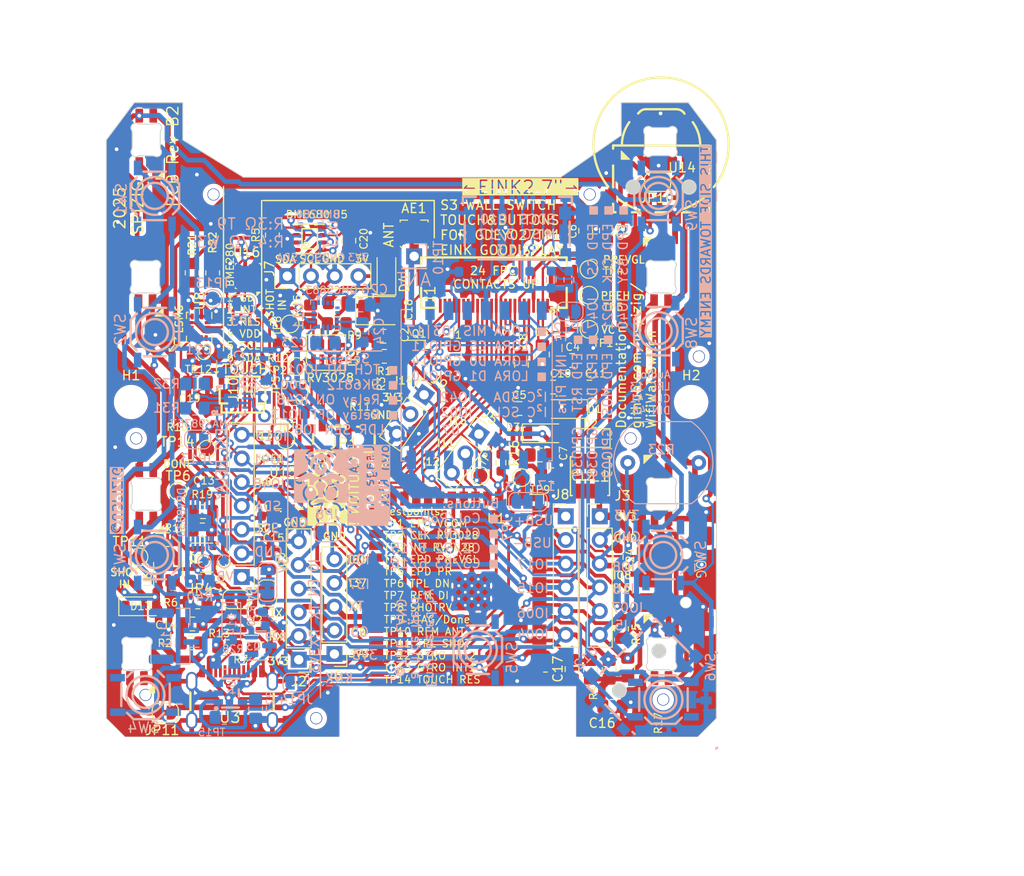
<source format=kicad_pcb>
(kicad_pcb (version 20240108) (generator "pcbnew") (generator_version "8.0")
  (layers (0 "F.Cu" signal) (31 "B.Cu" signal) (34 "B.Paste" user) (35 "F.Paste" user) (36 "B.SilkS" user "B.Silkscreen") (37 "F.SilkS" user "F.Silkscreen") (38 "B.Mask" user) (39 "F.Mask" user) (44 "Edge.Cuts" user))
  (net 0 "")
  (net 1 "GND")
  (net 2 "+3V3")
  (net 3 "VBUS")
  (net 4 "Net-(D1-A)")
  (net 5 "Net-(C1-Pad2)")
  (net 6 "Net-(C2-Pad2)")
  (net 7 "/TOUCH_SCL")
  (net 8 "Net-(C3-Pad2)")
  (net 9 "/VCOM")
  (net 10 "Net-(C6-Pad2)")
  (net 11 "Net-(C7-Pad2)")
  (net 12 "/IO_0")
  (net 13 "Net-(C8-Pad2)")
  (net 14 "PREVGH")
  (net 15 "Net-(D1-K)")
  (net 16 "Net-(D2-A)")
  (net 17 "/EPD_MOSI")
  (net 18 "/EPD_CLK")
  (net 19 "/EPD_CS")
  (net 20 "/EPD_DC")
  (net 21 "/EPD_RST")
  (net 22 "/EPD_BUSY")
  (net 25 "Net-(D10-DIN)")
  (net 26 "Net-(D5-DIN)")
  (net 28 "TX")
  (net 29 "RX")
  (net 30 "/ENABLE")
  (net 31 "/TOUCH_SDA")
  (net 32 "Net-(D11-DIN)")
  (net 33 "Net-(D12-DIN)")
  (net 34 "Net-(D10-DOUT)")
  (net 35 "Net-(D11-DOUT)")
  (net 36 "/3231_INT")
  (net 38 "Net-(D12-DOUT)")
  (net 39 "Net-(JP1-C)")
  (net 40 "Net-(Q1-G)")
  (net 41 "/USB_D-")
  (net 42 "/USB_D+")
  (net 43 "/IO_16")
  (net 44 "Net-(J4-Pin_3)")
  (net 45 "/IO_15")
  (net 46 "Net-(JP1-A)")
  (net 47 "Net-(JP1-B)")
  (net 48 "Net-(U2-EN)")
  (net 49 "Net-(U3-CC2)")
  (net 50 "Net-(U3-CC1)")
  (net 51 "/COL1")
  (net 52 "/ROW1")
  (net 53 "/COL2")
  (net 54 "/COL3")
  (net 55 "/IO_17")
  (net 59 "Net-(U6-DONE)")
  (net 60 "Net-(U5-SDO)")
  (net 61 "+5VA")
  (net 62 "Net-(Q2-G)")
  (net 63 "Net-(U6-DELAY{slash}M_DRV)")
  (net 64 "Net-(U6-DRV)")
  (net 65 "Net-(U6-EN{slash}ONE_SHOT)")
  (net 66 "Net-(D13-K)")
  (net 67 "Net-(U1-IO46)")
  (net 71 "Net-(AE1-A)")
  (net 72 "/RFM_CS")
  (net 73 "Net-(JP2-A)")
  (net 74 "/RFM_RES")
  (net 77 "Net-(U8-SDA)")
  (net 78 "Net-(U8-SCL)")
  (net 79 "Net-(D4-K)")
  (net 80 "Net-(JP3-A)")
  (net 81 "Net-(JP5-B)")
  (net 82 "Net-(U9-V_BCU)")
  (net 83 "Net-(U9-EVI)")
  (net 84 "Net-(U9-CLK)")
  (net 85 "+5C")
  (net 86 "Net-(Q3-G)")
  (net 87 "Net-(J11-Pin_1)")
  (net 88 "Net-(U4-PROG)")
  (net 89 "/IO_8")
  (net 90 "Net-(J12-Pin_1)")
  (net 91 "/IO_36")
  (net 92 "/IO_13")
  (net 93 "/IO_48")
  (net 94 "/3231_INT2")
  (net 95 "/IO_37")
  (net 96 "Net-(J6-Pin_5)")
  (net 97 "/IO_3")
  (net 98 "Net-(J10-Pin_1)")
  (net 99 "Net-(J10-Pin_2)")
  (net 100 "Net-(U10-GAIN)")
  (net 101 "Net-(U10-SD)")
  (net 113 "Net-(U11-CAP)")
  (net 115 "Net-(U11-C1)")
  (net 116 "Net-(U11-C2)")
  (net 118 "Net-(JP9-A)")
  (net 119 "Net-(U15-RES_N)")
  (net 123 "/DAT3")
  (net 124 "Net-(J13-DAT2)")
  (net 125 "/RFM_MISO")
  (net 126 "/DAT1")
  (net 128 "/DIO0")
  (net 130 "Net-(JP12-A)")
  (net 132 "Net-(U17-ISENSE)")
  (net 133 "Net-(U17-OUT2)")
  (net 134 "Net-(U17-OUT1)")
  (net 135 "/IO_45")
  (net 136 "/IO_41")
  (net 137 "Net-(D6-DIN)")
  (net 138 "/Audio_SD")
  (net 139 "Net-(JP13-B)")
  (net 140 "Net-(JP14-B)")
  (footprint "TestPoint:TestPoint_Pad_D1.5mm" (layer "F.Cu") (at 156.55 82.3)
    (property "Reference" "TP1")
    (property "Value" "VCOM")
  )
  (footprint "tp4056:USB-C_SMD-TYPE-C-31-M-12" (layer "F.Cu") (at 118.275 121.6)
    (property "Reference" "U3")
    (property "Value" "KoreanHropartsElecTYPE-C-31-M-12" (hide yes))
  )
  (footprint "Resistor_SMD:R_0805_2012Metric_Pad1.20x1.40mm_HandSolder" (layer "F.Cu") (at 111.3282 104.8512)
    (property "Reference" "R18")
    (property "Value" "10K")
  )
  (footprint "Resistor_SMD:R_0603_1608Metric_Pad0.98x0.95mm_HandSolder" (layer "F.Cu") (at 147.1 96.6 -90)
    (property "Reference" "R16")
    (property "Value" "N.C.")
  )
  (footprint "Diode_SMD:D_SOD-123" (layer "F.Cu") (at 134.83 76.27 90)
    (property "Reference" "D4")
    (property "Value" "MBR0530")
  )
  (footprint "TestPoint:TestPoint_Pad_D1.5mm" (layer "F.Cu") (at 124.5 81.725)
    (property "Reference" "TP8")
    (property "Value" "SHOT IN")
  )
  (footprint "Connector_Coaxial:U.FL_Molex_MCRF_73412-0110_Vertical" (layer "F.Cu") (at 137.8 72.1)
    (property "Reference" "AE1")
    (property "Value" "Antenna_Shield")
  )
  (footprint "Package_LGA:Bosch_LGA-8_2.5x2.5mm_P0.65mm_ClockwisePinNumbering" (layer "F.Cu") (at 119.975 76.595 180)
    (property "Reference" "U16")
    (property "Value" "BME280")
  )
  (footprint "Resistor_SMD:R_0805_2012Metric_Pad1.20x1.40mm_HandSolder" (layer "F.Cu") (at 113.825 115.925 180)
    (property "Reference" "R2")
    (property "Value" "10K")
  )
  (footprint "Capacitor_SMD:C_0805_2012Metric_Pad1.18x1.45mm_HandSolder" (layer "F.Cu") (at 134.5125 83.05)
    (property "Reference" "C2")
    (property "Value" "1uF")
  )
  (footprint "TestPoint:TestPoint_Pad_D1.5mm" (layer "F.Cu") (at 124.02 94.14)
    (property "Reference" "TP3" (hide yes))
    (property "Value" "SHOT1")
  )
  (footprint "Connector_PinHeader_2.54mm:PinHeader_1x04_P2.54mm_Vertical" (layer "F.Cu") (at 124.2 76.6 90)
    (property "Reference" "J7")
    (property "Value" "Conn_01x04_Pin")
  )
  (footprint "tp4056:JogWheel" (layer "F.Cu") (at 168.5 108.9 -90)
    (property "Reference" "JOG")
    (property "Value" "jogdial")
    (fp_circle (center -2.55 1.575) (end -1.95 1.575) (stroke (width 0.05)) (fill none) (layer "Edge.Cuts"))
    (fp_circle (center 2.7 1.575) (end 3.3 1.575) (stroke (width 0.05)) (fill none) (layer "Edge.Cuts"))
  )
  (footprint "Resistor_SMD:R_0805_2012Metric_Pad1.20x1.40mm_HandSolder" (layer "F.Cu") (at 158.7 118.8 -90)
    (property "Reference" "R17")
    (property "Value" "10K")
  )
  (footprint "Capacitor_SMD:C_0805_2012Metric_Pad1.18x1.45mm_HandSolder" (layer "F.Cu") (at 149.3 86.1 90)
    (property "Reference" "C8")
    (property "Value" "1uF")
  )
  (footprint "Resistor_SMD:R_0805_2012Metric_Pad1.20x1.40mm_HandSolder" (layer "F.Cu") (at 160.7 118.56 -90)
    (property "Reference" "R14" (hide yes))
    (property "Value" "10K")
  )
  (footprint "baer_klein:baerklein" (layer "F.Cu") (at 129.2 100.5)
    (property "Reference" "H3" (hide yes))
    (property "Value" "MountingSwitch" (hide yes))
  )
  (footprint "rv3028:rv3028" (layer "F.Cu") (at 128.35 84.8)
    (property "Reference" "U9")
    (property "Value" "RV3032")
  )
  (footprint "Capacitor_SMD:C_0805_2012Metric_Pad1.18x1.45mm_HandSolder" (layer "F.Cu") (at 151.275 95.775 180)
    (property "Reference" "C7")
    (property "Value" "1uF")
  )
  (footprint "Resistor_SMD:R_0805_2012Metric_Pad1.20x1.40mm_HandSolder" (layer "F.Cu") (at 126.7 80.7 90)
    (property "Reference" "R25")
    (property "Value" "10K")
  )
  (footprint "Resistor_SMD:R_0805_2012Metric_Pad1.20x1.40mm_HandSolder" (layer "F.Cu") (at 116.2 76.25 90)
    (property "Reference" "R22")
    (property "Value" "0R")
  )
  (footprint "Capacitor_SMD:C_0805_2012Metric_Pad1.18x1.45mm_HandSolder" (layer "F.Cu") (at 130.8 72.8 90)
    (property "Reference" "C20")
    (property "Value" "100nF")
  )
  (footprint "Capacitor_SMD:C_0805_2012Metric_Pad1.18x1.45mm_HandSolder" (layer "F.Cu") (at 154.725 118.7375 -90)
    (property "Reference" "C17")
    (property "Value" "1uF")
  )
  (footprint "Capacitor_SMD:C_0805_2012Metric_Pad1.18x1.45mm_HandSolder" (layer "F.Cu") (at 156.5875 88.5)
    (property "Reference" "C11")
    (property "Value" "4.7uF 50V_US")
  )
  (footprint "Resistor_SMD:R_0805_2012Metric_Pad1.20x1.40mm_HandSolder" (layer "F.Cu") (at 129.6 79.45)
    (property "Reference" "R20" (hide yes))
    (property "Value" "N.C." (hide yes))
  )
  (footprint "TestPoint:TestPoint_Pad_D1.5mm" (layer "F.Cu") (at 115.625 95.15)
    (property "Reference" "TP14")
    (property "Value" "RESET_TOUCH")
  )
  (footprint "Resistor_SMD:R_0805_2012Metric_Pad1.20x1.40mm_HandSolder" (layer "F.Cu") (at 128.87 89.5)
    (property "Reference" "R11")
    (property "Value" "0.47R")
  )
  (footprint "Capacitor_SMD:C_0805_2012Metric_Pad1.18x1.45mm_HandSolder" (layer "F.Cu") (at 154.75 85.65 180)
    (property "Reference" "C4")
    (property "Value" "1uF")
  )
  (footprint "Capacitor_SMD:C_0805_2012Metric_Pad1.18x1.45mm_HandSolder" (layer "F.Cu") (at 158.4 71.73 -90)
    (property "Reference" "C9")
    (property "Value" "4.7uF 50V_US")
  )
  (footprint "Resistor_SMD:R_0805_2012Metric_Pad1.20x1.40mm_HandSolder" (layer "F.Cu") (at 132.6 88.1 90)
    (property "Reference" "R3")
    (property "Value" "3R")
  )
  (footprint "Connector_PinHeader_2.00mm:PinHeader_1x02_P2.00mm_Vertical" (layer "F.Cu") (at 121.75 89.6)
    (property "Reference" "J10")
    (property "Value" "Conn_01x02_Pin")
  )
  (footprint "TestPoint:TestPoint_Pad_D1.5mm" (layer "F.Cu") (at 156.54 75.88)
    (property "Reference" "TP4")
    (property "Value" "PREVGL")
  )
  (footprint "MountingHole:MountingHole_3.2mm_M3" (layer "F.Cu") (at 107.45 90.1)
    (property "Reference" "H1")
    (property "Value" "MountingSwitch" (hide yes))
  )
  (footprint "Capacitor_SMD:C_0805_2012Metric_Pad1.18x1.45mm_HandSolder" (layer "F.Cu") (at 156.19 71.7425 -90)
    (property "Reference" "C6")
    (property "Value" "1uF")
  )
  (footprint "tp4056:SW-SMD_G-SWITCH_MK-12C02-G015" (layer "F.Cu") (at 130.27 93.74)
    (property "Reference" "JP1")
    (property "Value" "RESE" (hide yes))
  )
  (footprint "Package_TO_SOT_SMD:SOT-23" (layer "F.Cu") (at 115.5446 106.7816)
    (property "Reference" "Q2")
    (property "Value" "Si2301")
  )
  (footprint "Resistor_SMD:R_0805_2012Metric_Pad1.20x1.40mm_HandSolder" (layer "F.Cu") (at 114.6 111.5314 180)
    (property "Reference" "R6")
    (property "Value" "220K")
  )
  (footprint "Capacitor_SMD:C_0805_2012Metric_Pad1.18x1.45mm_HandSolder" (layer "F.Cu") (at 114.0206 113.8936)
    (property "Reference" "C14")
    (property "Value" "1uF")
  )
  (footprint "Resistor_SMD:R_0603_1608Metric_Pad0.98x0.95mm_HandSolder" (layer "F.Cu") (at 121.45 101.4175 90)
    (property "Reference" "R33" (hide yes))
    (property "Value" "100K")
  )
  (footprint "TestPoint:TestPoint_Pad_D1.5mm" (layer "F.Cu") (at 108.3 106.7)
    (property "Reference" "TP11")
    (property "Value" "SHOT")
  )
  (footprint "Capacitor_SMD:C_0805_2012Metric_Pad1.18x1.45mm_HandSolder" (layer "F.Cu") (at 159.0625 122.725)
    (property "Reference" "C16")
    (property "Value" "1uF")
  )
  (footprint "Resistor_SMD:R_0805_2012Metric_Pad1.20x1.40mm_HandSolder" (layer "F.Cu") (at 122.6 72.2 90)
    (property "Reference" "R5")
    (property "Value" "10K")
  )
  (footprint "tp4056:FPC-SMD_P0.50-24P_QCHF-SM-H2.0" (layer "F.Cu") (at 146.35 78.2)
    (property "Reference" "J1")
    (property "Value" "AFC24-S24FIC-00" (hide yes))
  )
  (footprint "Jumper:SolderJumper-2_P1.3mm_Open_RoundedPad1.0x1.5mm" (layer "F.Cu") (at 118.7 111.25)
    (property "Reference" "JP4")
    (property "Value" "Jumper_2_Open")
  )
  (footprint "TestPoint:TestPoint_Pad_D1.5mm" (layer "F.Cu") (at 144.9 98)
    (property "Reference" "TP7")
    (property "Value" "VCOM" (hide yes))
  )
  (footprint "Jumper:SolderJumper-2_P1.3mm_Bridged_RoundedPad1.0x1.5mm" (layer "F.Cu") (at 122.05 110.575 90)
    (property "Reference" "JP2" (hide yes))
    (property "Value" "Jumper_2_Bridged")
  )
  (footprint "Jumper:SolderJumper-2_P1.3mm_Bridged_RoundedPad1.0x1.5mm" (layer "F.Cu") (at 125 88.9)
    (property "Reference" "JP5")
    (property "Value" "Jumper_2_Bridged")
  )
  (footprint "Capacitor_SMD:C_0805_2012Metric_Pad1.18x1.45mm_HandSolder" (layer "F.Cu") (at 115.1636 101.854)
    (property "Reference" "C13")
    (property "Value" "100nF")
  )
  (footprint "Capacitor_SMD:C_0805_2012Metric_Pad1.18x1.45mm_HandSolder" (layer "F.Cu") (at 152.7 88.5 180)
    (property "Reference" "C10")
    (property "Value" "4.7uF 50V_US")
  )
  (footprint "Resistor_SMD:R_0805_2012Metric_Pad1.20x1.40mm_HandSolder" (layer "F.Cu") (at 114 76.25 -90)
    (property "Reference" "R21")
    (property "Value" "0R")
  )
  (footprint "Diode_SMD:D_SOD-123" (layer "F.Cu") (at 154.15 90.85 180)
    (property "Reference" "D1")
    (property "Value" "MBR0530" (hide yes))
  )
  (footprint "Connector_PinHeader_2.54mm:PinHeader_1x07_P2.54mm_Vertical" (layer "F.Cu") (at 119.32 108.85 180)
    (property "Reference" "J12")
    (property "Value" "Conn_01x07_Pin")
  )
  (footprint "Resistor_SMD:R_0805_2012Metric_Pad1.20x1.40mm_HandSolder" (layer "F.Cu") (at 160.025 114.425 -90)
    (property "Reference" "R15")
    (property "Value" "10K")
  )
  (footprint "Jumper:SolderJumper-2_P1.3mm_Bridged_RoundedPad1.0x1.5mm" (layer "F.Cu") (at 163.89 66.52)
    (property "Reference" "JP10")
    (property "Value" "Jumper_2_Open")
  )
  (footprint "Connector_PinHeader_2.54mm:PinHeader_1x03_P2.54mm_Vertical" (layer "F.Cu") (at 144.748281 93.531641 -35)
    (property "Reference" "J5")
    (property "Value" "Conn_01x03_Pin")
  )
  (footprint "TestPoint:TestPoint_Pad_D1.5mm" (layer "F.Cu") (at 125.2 86.3)
    (property "Reference" "TP2")
    (property "Value" "CLKOUT")
  )
  (footprint "Resistor_SMD:R_0805_2012Metric_Pad1.20x1.40mm_HandSolder" (layer "F.Cu") (at 124.25 84)
    (property "Reference" "R12")
    (property "Value" "10K")
  )
  (footprint "Resistor_SMD:R_0805_2012Metric_Pad1.20x1.40mm_HandSolder" (layer "F.Cu") (at 115.5 92.75)
    (property "Reference" "R10")
    (property "Value" "10K")
  )
  (footprint "Capacitor_SMD:C_0805_2012Metric_Pad1.18x1.45mm_HandSolder" (layer "F.Cu") (at 122.25 107 90)
    (property "Reference" "C15")
    (property "Value" "1uF")
  )
  (footprint "TestPoint:TestPoint_Pad_D1.5mm" (layer "F.Cu") (at 112.4966 99.6696)
    (property "Reference" "TP6")
    (property "Value" "DONE")
  )
  (footprint "Package_TO_SOT_SMD:SOT-23-5" (layer "F.Cu") (at 120.325 113.55)
    (property "Reference" "U2")
    (property "Value" "RT9013")
  )
  (footprint "Package_TO_SOT_SMD:SOT-23-6" (layer "F.Cu") (at 111.4298 108.077 90)
    (property "Reference" "U6")
    (property "Value" "TPL5110")
  )
  (footprint "TestPoint:TestPoint_Pad_D1.5mm" (layer "F.Cu") (at 149.3 98.2)
    (property "Reference" "TP9")
    (property "Value" "VCOM")
  )
  (footprint "Resistor_SMD:R_0805_2012Metric_Pad1.20x1.40mm_HandSolder" (layer "F.Cu") (at 134.6 85.2 180)
    (property "Reference" "R1")
    (property "Value" "10K")
  )
  (footprint "tp4056:FFC-SMD_6P-P0.50_FH34SRJ-6S-0.5SH" (layer "F.Cu") (at 119.4 89 180)
    (property "Reference" "J4")
    (property "Value" "TochConn" (hide yes))
  )
  (footprint "Resistor_SMD:R_0805_2012Metric_Pad1.20x1.40mm_HandSolder" (layer "F.Cu") (at 121.47 116.5606)
    (property "Reference" "R7")
    (property "Value" "5k11")
  )
  (footprint "Resistor_SMD:R_0805_2012Metric_Pad1.20x1.40mm_HandSolder" (layer "F.Cu") (at 129.5 81.7)
    (property "Reference" "R9")
    (property "Value" "10K")
  )
  (footprint "Resistor_SMD:R_0805_2012Metric_Pad1.20x1.40mm_HandSolder" (layer "F.Cu") (at 117.75 116.325)
    (property "Reference" "R13")
    (property "Value" "5k11")
  )
  (footprint "Diode_SMD:D_SOD-123" (layer "F.Cu") (at 108.5 112)
    (property "Reference" "D13")
    (property "Value" "MBR0530")
  )
  (footprint "Capacitor_SMD:C_0805_2012Metric_Pad1.18x1.45mm_HandSolder" (layer "F.Cu") (at 114.6 88 180)
    (property "Reference" "C19")
    (property "Value" "100nF")
  )
  (footprint "Capacitor_SMD:C_0805_2012Metric_Pad1.18x1.45mm_HandSolder" (layer "F.Cu") (at 142.1 85.2 90)
    (property "Reference" "C1")
    (property "Value" "1uF")
  )
  (footprint "Connector_PinHeader_2.54mm:PinHeader_1x06_P2.54mm_Vertical" (layer "F.Cu") (at 125.425 117.725 180)
    (property "Reference" "J2")
    (property "Value" "Conn_01x06")
  )
  (footprint "Connector_PinHeader_2.54mm:PinHeader_1x03_P2.54mm_Vertical" (layer "F.Cu") (at 138.856884 89.319354 -35)
    (property "Reference" "J9")
    (property "Value" "Conn_01x03_Pin")
  )
  (footprint "ZMOD4410:ZMOD4410AI1V" (layer "F.Cu") (at 124.35 100.03)
    (property "Reference" "U15")
    (property "Value" "4410AI1V" (hide yes))
  )
  (footprint "Jumper:SolderJumper-2_P1.3mm_Bridged_RoundedPad1.0x1.5mm" (layer "F.Cu") (at 111.12 123.4)
    (property "Reference" "JP11")
    (property "Value" "Jumper_2_Bridged")
  )
  (footprint "tp4056:ESP32-S3-WROOM-1" (layer "F.Cu") (at 142.476 112.95 180)
    (property "Reference" "U1")
    (property "Value" "ESP32-S3-WROOM-1-N8")
  )
  (footprint "Package_LGA:LGA-14_3x2.5mm_P0.5mm_LayoutBorder3x4y" (layer "F.Cu") (at 114.75 82.0875 -90)
    (property "Reference" "U8")
    (property "Value" "LSM6DSOWTR")
  )
  (footprint "Connector_PinHeader_2.54mm:PinHeader_1x06_P2.54mm_Vertical" (layer "F.Cu") (at 154.05 102.35)
    (property "Reference" "J8")
    (property "Value" "Conn_01x06")
  )
  (footprint "Diode_SMD:D_SOD-123" (layer "F.Cu") (at 151.65 93.45)
    (property "Reference" "D3")
    (property "Value" "MBR0530")
  )
  (footprint "Resistor_SMD:R_0805_2012Metric_Pad1.20x1.40mm_HandSolder" (layer "F.Cu") (at 115.0874 103.8098)
    (property "Reference" "R19")
    (property "Value" "10K")
  )
  (footprint "Capacitor_SMD:C_0805_2012Metric_Pad1.18x1.45mm_HandSolder" (layer "F.Cu") (at 149.1 90.8 180)
    (property "Reference" "C5")
    (property "Value" "1uF")
  )
  (footprint "Connector_PinHeader_2.54mm:PinHeader_1x06_P2.54mm_Vertical" (layer "F.Cu") (at 157.7 102.35)
    (property "Reference" "J3")
    (property "Value" "Conn_01x06")
  )
  (footprint "Capacitor_Tantalum_SMD:CP_EIA-3528-21_Kemet-B" (layer "F.Cu") (at 134 80.3)
    (property "Reference" "C18")
    (property "Value" "220uF")
  )
  (footprint "TestPoint:TestPoint_Pad_D1.5mm" (layer "F.Cu") (at 156.55 78.65)
    (property "Reference" "TP5")
    (property "Value" "PREVGH")
  )
  (footprint "Package_TO_SOT_SMD:SOT-323_SC-70" (layer "F.Cu") (at 138.28 84.64)
    (property "Reference" "Q1")
    (property "Value" "Si1308")
  )
  (footprint "Capacitor_SMD:C_0805_2012Metric_Pad1.18x1.45mm_HandSolder" (layer "F.Cu") (at 152.5 97.9 180)
    (property "Reference" "C12")
    (property "Value" "4.7uF 50V_US")
  )
  (footprint "Resistor_SMD:R_0603_1608Metric_Pad0.98x0.95mm_HandSolder" (layer "F.Cu") (at 159.675 106.725 90)
    (property "Reference" "R24")
    (property "Value" "N.C.")
  )
  (footprint "Resistor_SMD:R_0805_2012Metric_Pad1.20x1.40mm_HandSolder" (layer "F.Cu") (at 125 91.2)
    (property "Reference" "R8" (hide yes))
    (property "Value" "10K")
  )
  (footprint "tp4056:IND-SMD_L4.0-W4.0" (layer "F.Cu") (at 156.65 98.05 -90)
    (property "Reference" "L1")
    (property "Value" "10uH" (hide yes))
  )
  (footprint "Connector_PinHeader_2.54mm:PinHeader_1x05_P2.54mm_Vertical" (layer "F.Cu") (at 129.25 117.12 180)
    (property "Reference" "J6")
    (property "Value" "Conn_01x05_Pin")
  )
  (footprint "Diode_SMD:D_SOD-123" (layer "F.Cu") (at 156.55 93.95 180)
    (property "Reference" "D2")
    (property "Value" "MBR0530" (hide yes))
  )
  (footprint "tp4056:LGA-8_L3.0-W3.0-P0.80-TR" (layer "F.Cu") (at 126.6 72.6)
    (property "Reference" "U5")
    (property "Value" "BME680" (hide yes))
  )
  (footprint "TestPoint:TestPoint_Pad_D1.0mm" (layer "F.Cu") (at 115.275 84.85)
    (property "Reference" "TP12")
    (property "Value" "VCOM")
  )
  (footprint "MountingHole:MountingHole_3.2mm_M3" (layer "F.Cu") (at 167.5 90.1)
    (property "Reference" "H2")
    (property "Value" "MountingSwitch")
  )
  (footprint "tp4056:SW-SMD_SIQ-02FVS3_1" (layer "F.Cu") (at 164.27 64.996)
    (property "Reference" "U14")
    (property "Value" "SIQ-02FVS3")
    (fp_poly (pts (xy -2.2 2.0645) (xy -2.220058 1.886483) (xy -2.279225 1.717393) (xy -2.374535 1.565708) (xy -2.501209 1.439035) (xy -2.652894 1.343725) (xy -2.821983 1.284558) (xy -3 1.2645) (xy -3.178017 1.284558) (xy -3.347107 1.343725) (xy -3.498792 1.439035) (xy -3.625465 1.565708) (xy -3.720775 1.717393) (xy -3.779943 1.886483) (xy -3.8 2.0645) (xy -3.779943 2.242517) (xy -3.720775 2.411607) (xy -3.625465 2.563292) (xy -3.498792 2.689965) (xy -3.347107 2.785275) (xy -3.178017 2.844442) (xy -3 2.8645) (xy -2.821983 2.844442) (xy -2.652893 2.785275) (xy -2.501209 2.689965) (xy -2.374535 2.563292) (xy -2.279225 2.411607) (xy -2.220058 2.242517)) (fill solid) (layer "Edge.Cuts"))
    (fp_poly (pts (xy 3.8 2.0645) (xy 3.779943 1.886483) (xy 3.720775 1.717393) (xy 3.625465 1.565708) (xy 3.498792 1.439035) (xy 3.347107 1.343725) (xy 3.178017 1.284558) (xy 3 1.2645) (xy 2.821983 1.284558) (xy 2.652894 1.343725) (xy 2.501209 1.439035) (xy 2.374535 1.565708) (xy 2.279225 1.717393) (xy 2.220058 1.886483) (xy 2.2 2.0645) (xy 2.220058 2.242517) (xy 2.279225 2.411607) (xy 2.374535 2.563292) (xy 2.501209 2.689965) (xy 2.652893 2.785275) (xy 2.821983 2.844442) (xy 3 2.8645) (xy 3.178017 2.844442) (xy 3.347107 2.785275) (xy 3.498792 2.689965) (xy 3.625465 2.563292) (xy 3.720775 2.411607) (xy 3.779943 2.242517)) (fill solid) (layer "Edge.Cuts"))
  )
  (footprint "Capacitor_SMD:C_0805_2012Metric_Pad1.18x1.45mm_HandSolder" (layer "F.Cu") (at 151.55 85 90)
    (property "Reference" "C3")
    (property "Value" "1uF")
  )
  (footprint "Resistor_SMD:R_0805_2012Metric_Pad1.20x1.40mm_HandSolder" (layer "F.Cu") (at 156.7 118.8 90)
    (property "Reference" "R4")
    (property "Value" "10K")
  )
  (footprint "tp4056:MX_SK6812MINI-E" (layer "B.Cu") (at 169.4 117.1 90)
    (property "Reference" "D9" (hide yes))
    (property "Value" "SK6812MINI-E")
    (fp_line (start -0.794452 -6.579999) (end 0.794452 -6.579999) (stroke (width 0.1)) (layer "Edge.Cuts"))
    (fp_line (start 1.699999 -5.782841) (end 1.699999 -4.377157) (stroke (width 0.1)) (layer "Edge.Cuts"))
    (fp_line (start -1.699999 -4.377157) (end -1.699999 -5.782841) (stroke (width 0.1)) (layer "Edge.Cuts"))
    (fp_line (start 0.794453 -3.58) (end -0.794452 -3.58) (stroke (width 0.1)) (layer "Edge.Cuts"))
    (fp_arc (start 1.046711 -6.648298) (mid 0.925123 -6.597376) (end 0.794452 -6.579999) (stroke (width 0.1)) (layer "Edge.Cuts"))
    (fp_arc (start 1.046711 -6.648298) (mid 1.638071 -6.584035) (end 1.749484 -5.999718) (stroke (width 0.1)) (layer "Edge.Cuts"))
    (fp_arc (start -0.794452 -6.579999) (mid -0.925122 -6.597376) (end -1.04671 -6.648298) (stroke (width 0.1)) (layer "Edge.Cuts"))
    (fp_arc (start -1.749484 -5.999719) (mid -1.63807 -6.584033) (end -1.046711 -6.648296) (stroke (width 0.1)) (layer "Edge.Cuts"))
    (fp_arc (start -1.749484 -5.999719) (mid -1.712527 -5.894067) (end -1.699999 -5.782842) (stroke (width 0.1)) (layer "Edge.Cuts"))
    (fp_arc (start 1.699999 -5.782841) (mid 1.712536 -5.894065) (end 1.749484 -5.999719) (stroke (width 0.1)) (layer "Edge.Cuts"))
    (fp_arc (start -1.699999 -4.377157) (mid -1.712527 -4.265931) (end -1.749484 -4.160279) (stroke (width 0.1)) (layer "Edge.Cuts"))
    (fp_arc (start 1.749484 -4.160279) (mid 1.712533 -4.265932) (end 1.699999 -4.377156) (stroke (width 0.1)) (layer "Edge.Cuts"))
    (fp_arc (start 1.749484 -4.160279) (mid 1.638071 -3.575964) (end 1.046711 -3.511701) (stroke (width 0.1)) (layer "Edge.Cuts"))
    (fp_arc (start 0.794453 -3.58) (mid 0.925123 -3.562623) (end 1.046711 -3.511701) (stroke (width 0.1)) (layer "Edge.Cuts"))
    (fp_arc (start -1.046711 -3.5117) (mid -1.638071 -3.575964) (end -1.749484 -4.160279) (stroke (width 0.1)) (layer "Edge.Cuts"))
    (fp_arc (start -1.046711 -3.5117) (mid -0.925123 -3.562622) (end -0.794453 -3.579999) (stroke (width 0.1)) (layer "Edge.Cuts"))
  )
  (footprint "baer_klein:baerklein" (layer "B.Cu") (at 127.78975 98.016213 180)
    (property "Reference" "H4" (hide yes))
    (property "Value" "MountingSwitch" (hide yes))
  )
  (footprint "tp4056:SW-SMD_4P-CORR-L5.2-W5.2-P3.70-LS6.4" (layer "B.Cu") (at 164 82.5 -90)
    (property "Reference" "SW8")
    (property "Value" "SW_Push" (hide yes))
  )
  (footprint "Resistor_SMD:R_0603_1608Metric_Pad0.98x0.95mm_HandSolder" (layer "B.Cu") (at 146.47 77 -90)
    (property "Reference" "R36" (hide yes))
    (property "Value" "10k")
  )
  (footprint "Package_TO_SOT_SMD:SOT-23" (layer "B.Cu") (at 121.3 116.2)
    (property "Reference" "Q3")
    (property "Value" "Si2301")
  )
  (footprint "Resistor_SMD:R_0805_2012Metric_Pad1.20x1.40mm_HandSolder" (layer "B.Cu") (at 117.5 118 180)
    (property "Reference" "R28")
    (property "Value" "10K")
  )
  (footprint "Jumper:SolderJumper-2_P1.3mm_Bridged_RoundedPad1.0x1.5mm" (layer "B.Cu") (at 119.4 79.6)
    (property "Reference" "JP3")
    (property "Value" "Jumper_2_Bridged")
  )
  (footprint "Jumper:SolderJumper-3_P1.3mm_Bridged12_RoundedPad1.0x1.5mm_NumberLabels" (layer "B.Cu") (at 122.075 109.4 90)
    (property "Reference" "JP6" (hide yes))
    (property "Value" "Jumper_3_Bridged12")
  )
  (footprint "Capacitor_SMD:C_0805_2012Metric_Pad1.18x1.45mm_HandSolder" (layer "B.Cu") (at 117.375 85.9 90)
    (property "Reference" "C22")
    (property "Value" "100nF")
  )
  (footprint "Jumper:SolderJumper-2_P1.3mm_Open_RoundedPad1.0x1.5mm" (layer "B.Cu") (at 114.59 94.12 180)
    (property "Reference" "JP13")
    (property "Value" "Jumper_2_Bridged")
  )
  (footprint "Resistor_SMD:R_0603_1608Metric_Pad0.98x0.95mm_HandSolder" (layer "B.Cu") (at 122.45 112.6 180)
    (property "Reference" "R30")
    (property "Value" "N.C.")
  )
  (footprint "tp4056:SW-SMD_4P-CORR-L5.2-W5.2-P3.70-LS6.4" (layer "B.Cu") (at 164 68 90)
    (property "Reference" "SW9")
    (property "Value" "SW_Push" (hide yes))
  )
  (footprint "Resistor_SMD:R_0805_2012Metric_Pad1.20x1.40mm_HandSolder" (layer "B.Cu") (at 117.46 123.9 180)
    (property "Reference" "R26" (hide yes))
    (property "Value" "800K")
  )
  (footprint "TestPoint:TestPoint_Pad_D1.0mm" (layer "B.Cu") (at 115.28 107.16 180)
    (property "Reference" "TP16" (hide yes))
    (property "Value" "M+")
  )
  (footprint "Capacitor_SMD:C_0805_2012Metric_Pad1.18x1.45mm_HandSolder" (layer "B.Cu") (at 114.4 86.2 180)
    (property "Reference" "C21")
    (property "Value" "100nF")
  )
  (footprint "TestPoint:TestPoint_Pad_D1.0mm" (layer "B.Cu") (at 117.41 107.18 180)
    (property "Reference" "TP15" (hide yes))
    (property "Value" "M-")
  )
  (footprint "Diode_SMD:D_SOD-123" (layer "B.Cu") (at 118.2 113.95 -90)
    (property "Reference" "D14")
    (property "Value" "MBR0530")
  )
  (footprint "Resistor_SMD:R_0603_1608Metric_Pad0.98x0.95mm_HandSolder" (layer "B.Cu") (at 148.45 77 90)
    (property "Reference" "R35" (hide yes))
    (property "Value" "10k")
  )
  (footprint "Resistor_SMD:R_0603_1608Metric_Pad0.98x0.95mm_HandSolder" (layer "B.Cu") (at 152.5 76.98 90)
    (property "Reference" "R37" (hide yes))
    (property "Value" "10k")
  )
  (footprint "tp4056:SW-SMD_4P-CORR-L5.2-W5.2-P3.70-LS6.4" (layer "B.Cu") (at 144.625 116.65 -90)
    (property "Reference" "SW5")
    (property "Value" "SW_Push" (hide yes))
  )
  (footprint "tp4056:MX_SK6812MINI-E" (layer "B.Cu") (at 169.4 100 90)
    (property "Reference" "D12" (hide yes))
    (property "Value" "SK6812MINI-E")
    (fp_line (start -0.794452 -6.579999) (end 0.794452 -6.579999) (stroke (width 0.1)) (layer "Edge.Cuts"))
    (fp_line (start 1.699999 -5.782841) (end 1.699999 -4.377157) (stroke (width 0.1)) (layer "Edge.Cuts"))
    (fp_line (start -1.699999 -4.377157) (end -1.699999 -5.782841) (stroke (width 0.1)) (layer "Edge.Cuts"))
    (fp_line (start 0.794453 -3.58) (end -0.794452 -3.58) (stroke (width 0.1)) (layer "Edge.Cuts"))
    (fp_arc (start 1.046711 -6.648298) (mid 0.925123 -6.597376) (end 0.794452 -6.579999) (stroke (width 0.1)) (layer "Edge.Cuts"))
    (fp_arc (start 1.046711 -6.648298) (mid 1.638071 -6.584035) (end 1.749484 -5.999718) (stroke (width 0.1)) (layer "Edge.Cuts"))
    (fp_arc (start -0.794452 -6.579999) (mid -0.925122 -6.597376) (end -1.04671 -6.648298) (stroke (width 0.1)) (layer "Edge.Cuts"))
    (fp_arc (start -1.749484 -5.999719) (mid -1.63807 -6.584033) (end -1.046711 -6.648296) (stroke (width 0.1)) (layer "Edge.Cuts"))
    (fp_arc (start -1.749484 -5.999719) (mid -1.712527 -5.894067) (end -1.699999 -5.782842) (stroke (width 0.1)) (layer "Edge.Cuts"))
    (fp_arc (start 1.699999 -5.782841) (mid 1.712536 -5.894065) (end 1.749484 -5.999719) (stroke (width 0.1)) (layer "Edge.Cuts"))
    (fp_arc (start -1.699999 -4.377157) (mid -1.712527 -4.265931) (end -1.749484 -4.160279) (stroke (width 0.1)) (layer "Edge.Cuts"))
    (fp_arc (start 1.749484 -4.160279) (mid 1.712533 -4.265932) (end 1.699999 -4.377156) (stroke (width 0.1)) (layer "Edge.Cuts"))
    (fp_arc (start 1.749484 -4.160279) (mid 1.638071 -3.575964) (end 1.046711 -3.511701) (stroke (width 0.1)) (layer "Edge.Cuts"))
    (fp_arc (start 0.794453 -3.58) (mid 0.925123 -3.562623) (end 1.046711 -3.511701) (stroke (width 0.1)) (layer "Edge.Cuts"))
    (fp_arc (start -1.046711 -3.5117) (mid -1.638071 -3.575964) (end -1.749484 -4.160279) (stroke (width 0.1)) (layer "Edge.Cuts"))
    (fp_arc (start -1.046711 -3.5117) (mid -0.925123 -3.562622) (end -0.794453 -3.579999) (stroke (width 0.1)) (layer "Edge.Cuts"))
  )
  (footprint "Resistor_SMD:R_0805_2012Metric_Pad1.20x1.40mm_HandSolder" (layer "B.Cu") (at 114.83 109.31)
    (property "Reference" "R40")
    (property "Value" "0.47R")
  )
  (footprint "Jumper:SolderJumper-2_P1.3mm_Open_RoundedPad1.0x1.5mm" (layer "B.Cu") (at 125.14 120.18)
    (property "Reference" "JP14")
    (property "Value" "Jumper_2_Open")
  )
  (footprint "Package_SO:HVSSOP-10-1EP_3x3mm_P0.5mm_EP1.57x1.88mm" (layer "B.Cu") (at 115.09 103.03 90)
    (property "Reference" "U17" (hide yes))
    (property "Value" "DRV8830DGQR")
  )
  (footprint "Jumper:SolderJumper-2_P1.3mm_Open_RoundedPad1.0x1.5mm" (layer "B.Cu") (at 128.49 104.07 180)
    (property "Reference" "JP8")
    (property "Value" "Jumper_2_Open")
  )
  (footprint "tp4056:SW-SMD_4P-CORR-L5.2-W5.2-P3.70-LS6.4" (layer "B.Cu") (at 164.5 106.5 -90)
    (property "Reference" "SW7")
    (property "Value" "SW_Push" (hide yes))
  )
  (footprint "tp4056:MX_SK6812MINI-E" (layer "B.Cu") (at 103.920001 76.7 -90)
    (property "Reference" "D8" (hide yes))
    (property "Value" "SK6812MINI-E")
    (fp_line (start 0.794453 -3.58) (end -0.794452 -3.58) (stroke (width 0.1)) (layer "Edge.Cuts"))
    (fp_line (start -1.699999 -4.377157) (end -1.699999 -5.782841) (stroke (width 0.1)) (layer "Edge.Cuts"))
    (fp_line (start 1.699999 -5.782841) (end 1.699999 -4.377157) (stroke (width 0.1)) (layer "Edge.Cuts"))
    (fp_line (start -0.794452 -6.579999) (end 0.794452 -6.579999) (stroke (width 0.1)) (layer "Edge.Cuts"))
    (fp_arc (start -1.046711 -3.5117) (mid -0.925123 -3.562622) (end -0.794453 -3.579999) (stroke (width 0.1)) (layer "Edge.Cuts"))
    (fp_arc (start -1.046711 -3.5117) (mid -1.638071 -3.575964) (end -1.749484 -4.160279) (stroke (width 0.1)) (layer "Edge.Cuts"))
    (fp_arc (start 0.794453 -3.58) (mid 0.925123 -3.562623) (end 1.046711 -3.511701) (stroke (width 0.1)) (layer "Edge.Cuts"))
    (fp_arc (start 1.749484 -4.160279) (mid 1.638071 -3.575964) (end 1.046711 -3.511701) (stroke (width 0.1)) (layer "Edge.Cuts"))
    (fp_arc (start 1.749484 -4.160279) (mid 1.712533 -4.265932) (end 1.699999 -4.377156) (stroke (width 0.1)) (layer "Edge.Cuts"))
    (fp_arc (start -1.699999 -4.377157) (mid -1.712527 -4.265931) (end -1.749484 -4.160279) (stroke (width 0.1)) (layer "Edge.Cuts"))
    (fp_arc (start 1.699999 -5.782841) (mid 1.712536 -5.894065) (end 1.749484 -5.999719) (stroke (width 0.1)) (layer "Edge.Cuts"))
    (fp_arc (start -1.749484 -5.999719) (mid -1.712527 -5.894067) (end -1.699999 -5.782842) (stroke (width 0.1)) (layer "Edge.Cuts"))
    (fp_arc (start -1.749484 -5.999719) (mid -1.63807 -6.584033) (end -1.046711 -6.648296) (stroke (width 0.1)) (layer "Edge.Cuts"))
    (fp_arc (start -0.794452 -6.579999) (mid -0.925122 -6.597376) (end -1.04671 -6.648298) (stroke (width 0.1)) (layer "Edge.Cuts"))
    (fp_arc (start 1.046711 -6.648298) (mid 1.638071 -6.584035) (end 1.749484 -5.999718) (stroke (width 0.1)) (layer "Edge.Cuts"))
    (fp_arc (start 1.046711 -6.648298) (mid 0.925123 -6.597376) (end 0.794452 -6.579999) (stroke (width 0.1)) (layer "Edge.Cuts"))
  )
  (footprint "Capacitor_SMD:C_0805_2012Metric_Pad1.18x1.45mm_HandSolder" (layer "B.Cu") (at 132.04 79.69)
    (property "Reference" "C26")
    (property "Value" "100nF")
  )
  (footprint "tp4056:MX_SK6812MINI-E" (layer "B.Cu") (at 104 100 -90)
    (property "Reference" "D11" (hide yes))
    (property "Value" "SK6812MINI-E")
    (fp_line (start 0.794453 -3.58) (end -0.794452 -3.58) (stroke (width 0.1)) (layer "Edge.Cuts"))
    (fp_line (start -1.699999 -4.377157) (end -1.699999 -5.782841) (stroke (width 0.1)) (layer "Edge.Cuts"))
    (fp_line (start 1.699999 -5.782841) (end 1.699999 -4.377157) (stroke (width 0.1)) (layer "Edge.Cuts"))
    (fp_line (start -0.794452 -6.579999) (end 0.794452 -6.579999) (stroke (width 0.1)) (layer "Edge.Cuts"))
    (fp_arc (start -1.046711 -3.5117) (mid -0.925123 -3.562622) (end -0.794453 -3.579999) (stroke (width 0.1)) (layer "Edge.Cuts"))
    (fp_arc (start -1.046711 -3.5117) (mid -1.638071 -3.575964) (end -1.749484 -4.160279) (stroke (width 0.1)) (layer "Edge.Cuts"))
    (fp_arc (start 0.794453 -3.58) (mid 0.925123 -3.562623) (end 1.046711 -3.511701) (stroke (width 0.1)) (layer "Edge.Cuts"))
    (fp_arc (start 1.749484 -4.160279) (mid 1.638071 -3.575964) (end 1.046711 -3.511701) (stroke (width 0.1)) (layer "Edge.Cuts"))
    (fp_arc (start 1.749484 -4.160279) (mid 1.712533 -4.265932) (end 1.699999 -4.377156) (stroke (width 0.1)) (layer "Edge.Cuts"))
    (fp_arc (start -1.699999 -4.377157) (mid -1.712527 -4.265931) (end -1.749484 -4.160279) (stroke (width 0.1)) (layer "Edge.Cuts"))
    (fp_arc (start 1.699999 -5.782841) (mid 1.712536 -5.894065) (end 1.749484 -5.999719) (stroke (width 0.1)) (layer "Edge.Cuts"))
    (fp_arc (start -1.749484 -5.999719) (mid -1.712527 -5.894067) (end -1.699999 -5.782842) (stroke (width 0.1)) (layer "Edge.Cuts"))
    (fp_arc (start -1.749484 -5.999719) (mid -1.63807 -6.584033) (end -1.046711 -6.648296) (stroke (width 0.1)) (layer "Edge.Cuts"))
    (fp_arc (start -0.794452 -6.579999) (mid -0.925122 -6.597376) (end -1.04671 -6.648298) (stroke (width 0.1)) (layer "Edge.Cuts"))
    (fp_arc (start 1.046711 -6.648298) (mid 1.638071 -6.584035) (end 1.749484 -5.999718) (stroke (width 0.1)) (layer "Edge.Cuts"))
    (fp_arc (start 1.046711 -6.648298) (mid 0.925123 -6.597376) (end 0.794452 -6.579999) (stroke (width 0.1)) (layer "Edge.Cuts"))
  )
  (footprint "Capacitor_SMD:C_0805_2012Metric_Pad1.18x1.45mm_HandSolder" (layer "B.Cu") (at 132.2 82.625 -90)
    (property "Reference" "C24")
    (property "Value" "220nF")
  )
  (footprint "Connector_PinHeader_2.54mm:PinHeader_1x01_P2.54mm_Vertical" (layer "B.Cu") (at 137.8 74.475 180)
    (property "Reference" "TP10")
    (property "Value" "VCOM")
  )
  (footprint "Jumper:SolderJumper-2_P1.3mm_Open_RoundedPad1.0x1.5mm" (layer "B.Cu") (at 154.5 80.4)
    (property "Reference" "JP12")
    (property "Value" "Jumper_2_Open")
  )
  (footprint "Resistor_SMD:R_0603_1608Metric_Pad0.98x0.95mm_HandSolder" (layer "B.Cu") (at 154.39 76.99 90)
    (property "Reference" "R39" (hide yes))
    (property "Value" "10k")
  )
  (footprint "Jumper:SolderJumper-2_P1.3mm_Open_RoundedPad1.0x1.5mm" (layer "B.Cu") (at 121.59 87.24 -45)
    (property "Reference" "JP9")
    (property "Value" "Jumper_2_Bridged")
  )
  (footprint "tp4056:SW-SMD_4P-CORR-L5.2-W5.2-P3.70-LS6.4" (layer "B.Cu") (at 110 68 90)
    (property "Reference" "SW1")
    (property "Value" "SW_Push" (hide yes))
  )
  (footprint "tp4056:MX_SK6812MINI-E" (layer "B.Cu") (at 169.35 76.7 90)
    (property "Reference" "D7" (hide yes))
    (property "Value" "SK6812MINI-E")
    (fp_line (start -0.794452 -6.579999) (end 0.794452 -6.579999) (stroke (width 0.1)) (layer "Edge.Cuts"))
    (fp_line (start 1.699999 -5.782841) (end 1.699999 -4.377157) (stroke (width 0.1)) (layer "Edge.Cuts"))
    (fp_line (start -1.699999 -4.377157) (end -1.699999 -5.782841) (stroke (width 0.1)) (layer "Edge.Cuts"))
    (fp_line (start 0.794453 -3.58) (end -0.794452 -3.58) (stroke (width 0.1)) (layer "Edge.Cuts"))
    (fp_arc (start 1.046711 -6.648298) (mid 0.925123 -6.597376) (end 0.794452 -6.579999) (stroke (width 0.1)) (layer "Edge.Cuts"))
    (fp_arc (start 1.046711 -6.648298) (mid 1.638071 -6.584035) (end 1.749484 -5.999718) (stroke (width 0.1)) (layer "Edge.Cuts"))
    (fp_arc (start -0.794452 -6.579999) (mid -0.925122 -6.597376) (end -1.04671 -6.648298) (stroke (width 0.1)) (layer "Edge.Cuts"))
    (fp_arc (start -1.749484 -5.999719) (mid -1.63807 -6.584033) (end -1.046711 -6.648296) (stroke (width 0.1)) (layer "Edge.Cuts"))
    (fp_arc (start -1.749484 -5.999719) (mid -1.712527 -5.894067) (end -1.699999 -5.782842) (stroke (width 0.1)) (layer "Edge.Cuts"))
    (fp_arc (start 1.699999 -5.782841) (mid 1.712536 -5.894065) (end 1.749484 -5.999719) (stroke (width 0.1)) (layer "Edge.Cuts"))
    (fp_arc (start -1.699999 -4.377157) (mid -1.712527 -4.265931) (end -1.749484 -4.160279) (stroke (width 0.1)) (layer "Edge.Cuts"))
    (fp_arc (start 1.749484 -4.160279) (mid 1.712533 -4.265932) (end 1.699999 -4.377156) (stroke (width 0.1)) (layer "Edge.Cuts"))
    (fp_arc (start 1.749484 -4.160279) (mid 1.638071 -3.575964) (end 1.046711 -3.511701) (stroke (width 0.1)) (layer "Edge.Cuts"))
    (fp_arc (start 0.794453 -3.58) (mid 0.925123 -3.562623) (end 1.046711 -3.511701) (stroke (width 0.1)) (layer "Edge.Cuts"))
    (fp_arc (start -1.046711 -3.5117) (mid -1.638071 -3.575964) (end -1.749484 -4.160279) (stroke (width 0.1)) (layer "Edge.Cuts"))
    (fp_arc (start -1.046711 -3.5117) (mid -0.925123 -3.562622) (end -0.794453 -3.579999) (stroke (width 0.1)) (layer "Edge.Cuts"))
  )
  (footprint "OptoDevice:R_LDR_10x8.5mm_P7.6mm_Vertical" (layer "B.Cu") (at 168.3 96.6 180)
    (property "Reference" "R23")
    (property "Value" "LDR03")
  )
  (footprint "Resistor_SMD:R_0805_2012Metric_Pad1.20x1.40mm_HandSolder" (layer "B.Cu") (at 120.8 123 90)
    (property "Reference" "R27")
    (property "Value" "5k11")
  )
  (footprint "tp4056:SW-SMD_4P-CORR-L5.2-W5.2-P3.70-LS6.4" (layer "B.Cu") (at 110 82.6 -90)
    (property "Reference" "SW2")
    (property "Value" "SW_Push" (hide yes))
  )
  (footprint "tp4056:TF-SMD_XKTF-0803-0" (layer "B.Cu") (at 148.87 71.2)
    (property "Reference" "J13")
    (property "Value" "Micro_SD_Card_Det_US" (hide yes))
  )
  (footprint "tp4056:SW-SMD_4P-CORR-L5.2-W5.2-P3.70-LS6.4" (layer "B.Cu") (at 110 106.5 90)
    (property "Reference" "SW3")
    (property "Value" "SW_Push" (hide yes))
  )
  (footprint "Package_LGA:LGA-16_3x3mm_P0.5mm" (layer "B.Cu") (at 128.3 80.75 -90)
    (property "Reference" "U11")
    (property "Value" "MMC5883MA")
  )
  (footprint "tp4056:SW-SMD_4P-CORR-L5.2-W5.2-P3.70-LS6.4" (layer "B.Cu") (at 164.525 122)
    (property "Reference" "SW6")
    (property "Value" "SW_Push" (hide yes))
  )
  (footprint "Resistor_SMD:R_0603_1608Metric_Pad0.98x0.95mm_HandSolder" (layer "B.Cu") (at 144.43 77 -90)
    (property "Reference" "R38" (hide yes))
    (property "Value" "10k")
  )
  (footprint "Jumper:SolderJumper-3_P1.3mm_Bridged12_RoundedPad1.0x1.5mm_NumberLabels" (layer "B.Cu") (at 150 100.8)
    (property "Reference" "JP7")
    (property "Value" "Jumper_3_Bridged12")
  )
  (footprint "TestPoint:TestPoint_Pad_D1.5mm" (layer "B.Cu") (at 116.2 79 180)
    (property "Reference" "TP13")
    (property "Value" "VCOM")
  )
  (footprint "Connector_JST:JST_GH_SM02B-GHS-TB_1x02-1MP_P1.25mm_Horizontal" (layer "B.Cu") (at 112.05 115.2 90)
    (property "Reference" "J11")
    (property "Value" "Conn_01x02_Pin")
  )
  (footprint "tp4056:MX_SK6812MINI-E" (layer "B.Cu") (at 103 117.1 -90)
    (property "Reference" "D6" (hide yes))
    (property "Value" "SK6812MINI-E")
    (fp_line (start 0.794453 -3.58) (end -0.794452 -3.58) (stroke (width 0.1)) (layer "Edge.Cuts"))
    (fp_line (start -1.699999 -4.377157) (end -1.699999 -5.782841) (stroke (width 0.1)) (layer "Edge.Cuts"))
    (fp_line (start 1.699999 -5.782841) (end 1.699999 -4.377157) (stroke (width 0.1)) (layer "Edge.Cuts"))
    (fp_line (start -0.794452 -6.579999) (end 0.794452 -6.579999) (stroke (width 0.1)) (layer "Edge.Cuts"))
    (fp_arc (start -1.046711 -3.5117) (mid -0.925123 -3.562622) (end -0.794453 -3.579999) (stroke (width 0.1)) (layer "Edge.Cuts"))
    (fp_arc (start -1.046711 -3.5117) (mid -1.638071 -3.575964) (end -1.749484 -4.160279) (stroke (width 0.1)) (layer "Edge.Cuts"))
    (fp_arc (start 0.794453 -3.58) (mid 0.925123 -3.562623) (end 1.046711 -3.511701) (stroke (width 0.1)) (layer "Edge.Cuts"))
    (fp_arc (start 1.749484 -4.160279) (mid 1.638071 -3.575964) (end 1.046711 -3.511701) (stroke (width 0.1)) (layer "Edge.Cuts"))
    (fp_arc (start 1.749484 -4.160279) (mid 1.712533 -4.265932) (end 1.699999 -4.377156) (stroke (width 0.1)) (layer "Edge.Cuts"))
    (fp_arc (start -1.699999 -4.377157) (mid -1.712527 -4.265931) (end -1.749484 -4.160279) (stroke (width 0.1)) (layer "Edge.Cuts"))
    (fp_arc (start 1.699999 -5.782841) (mid 1.712536 -5.894065) (end 1.749484 -5.999719) (stroke (width 0.1)) (layer "Edge.Cuts"))
    (fp_arc (start -1.749484 -5.999719) (mid -1.712527 -5.894067) (end -1.699999 -5.782842) (stroke (width 0.1)) (layer "Edge.Cuts"))
    (fp_arc (start -1.749484 -5.999719) (mid -1.63807 -6.584033) (end -1.046711 -6.648296) (stroke (width 0.1)) (layer "Edge.Cuts"))
    (fp_arc (start -0.794452 -6.579999) (mid -0.925122 -6.597376) (end -1.04671 -6.648298) (stroke (width 0.1)) (layer "Edge.Cuts"))
    (fp_arc (start 1.046711 -6.648298) (mid 1.638071 -6.584035) (end 1.749484 -5.999718) (stroke (width 0.1)) (layer "Edge.Cuts"))
    (fp_arc (start 1.046711 -6.648298) (mid 0.925123 -6.597376) (end 0.794452 -6.579999) (stroke (width 0.1)) (layer "Edge.Cuts"))
  )
  (footprint "tp4056:SW-SMD_SIQ-02FVS3_1" (layer "B.Cu") (at 163.37835 120.365103 45)
    (property "Reference" "U12")
    (property "Value" "SIQ-02FVS3")
    (fp_poly (pts (xy -2.2 -2.0645) (xy -2.220058 -1.886483) (xy -2.279225 -1.717393) (xy -2.374535 -1.565708) (xy -2.501209 -1.439035) (xy -2.652894 -1.343725) (xy -2.821983 -1.284558) (xy -3 -1.2645) (xy -3.178017 -1.284558) (xy -3.347107 -1.343725) (xy -3.498792 -1.439035) (xy -3.625465 -1.565708) (xy -3.720775 -1.717393) (xy -3.779943 -1.886483) (xy -3.8 -2.0645) (xy -3.779943 -2.242517) (xy -3.720775 -2.411607) (xy -3.625465 -2.563292) (xy -3.498792 -2.689965) (xy -3.347107 -2.785275) (xy -3.178017 -2.844442) (xy -3 -2.8645) (xy -2.821983 -2.844442) (xy -2.652893 -2.785275) (xy -2.501209 -2.689965) (xy -2.374535 -2.563292) (xy -2.279225 -2.411607) (xy -2.220058 -2.242517)) (fill solid) (layer "Edge.Cuts"))
    (fp_poly (pts (xy 3.8 -2.0645) (xy 3.779943 -1.886483) (xy 3.720775 -1.717393) (xy 3.625465 -1.565708) (xy 3.498792 -1.439035) (xy 3.347107 -1.343725) (xy 3.178017 -1.284558) (xy 3 -1.2645) (xy 2.821983 -1.284558) (xy 2.652894 -1.343725) (xy 2.501209 -1.439035) (xy 2.374535 -1.565708) (xy 2.279225 -1.717393) (xy 2.220058 -1.886483) (xy 2.2 -2.0645) (xy 2.220058 -2.242517) (xy 2.279225 -2.411607) (xy 2.374535 -2.563292) (xy 2.501209 -2.689965) (xy 2.652893 -2.785275) (xy 2.821983 -2.844442) (xy 3 -2.8645) (xy 3.178017 -2.844442) (xy 3.347107 -2.785275) (xy 3.498792 -2.689965) (xy 3.625465 -2.563292) (xy 3.720775 -2.411607) (xy 3.779943 -2.242517)) (fill solid) (layer "Edge.Cuts"))
  )
  (footprint "tp4056:SOT-23-5_L3.0-W1.7-P0.95-LS2.8-BR" (layer "B.Cu") (at 118.1 121.3 180)
    (property "Reference" "U4")
    (property "Value" "TP4065" (hide yes))
  )
  (footprint "Resistor_SMD:R_0805_2012Metric_Pad1.20x1.40mm_HandSolder" (layer "B.Cu") (at 114.3 88.15)
    (property "Reference" "R32")
    (property "Value" "330k")
  )
  (footprint "Resistor_SMD:R_0603_1608Metric_Pad0.98x0.95mm_HandSolder" (layer "B.Cu") (at 122.75 114.075 180)
    (property "Reference" "R29")
    (property "Value" "N.C.")
  )
  (footprint "Resistor_SMD:R_0603_1608Metric_Pad0.98x0.95mm_HandSolder" (layer "B.Cu") (at 150.19 77 90)
    (property "Reference" "R34" (hide yes))
    (property "Value" "10k")
  )
  (footprint "RF_Module:HOPERF_RFM9XW_SMD" (layer "B.Cu") (at 144.5 88.3 90)
    (property "Reference" "U7")
    (property "Value" "RFM95W-868S2")
  )
  (footprint "Capacitor_SMD:C_0805_2012Metric_Pad1.18x1.45mm_HandSolder" (layer "B.Cu") (at 128.275 83.75)
    (property "Reference" "C23")
    (property "Value" "4u7F")
  )
  (footprint "tp4056:SW-SMD_4P-CORR-L5.2-W5.2-P3.70-LS6.4" (layer "B.Cu") (at 109 121.5)
    (property "Reference" "SW4")
    (property "Value" "SW_Push" (hide yes))
  )
  (footprint "Package_LGA:Bosch_LGA-8_2.5x2.5mm_P0.65mm_ClockwisePinNumbering" (layer "B.Cu") (at 126.675 72 90)
    (property "Reference" "U13")
    (property "Value" "BME280")
  )
  (footprint "tp4056:MX_SK6812MINI-E" (layer "B.Cu") (at 164.2 57.1 180)
    (property "Reference" "D10" (hide yes))
    (property "Value" "SK6812MINI-E")
    (fp_line (start 1.699999 -5.782841) (end 1.699999 -4.377157) (stroke (width 0.1)) (layer "Edge.Cuts"))
    (fp_line (start 0.794453 -3.58) (end -0.794452 -3.58) (stroke (width 0.1)) (layer "Edge.Cuts"))
    (fp_line (start -0.794452 -6.579999) (end 0.794452 -6.579999) (stroke (width 0.1)) (layer "Edge.Cuts"))
    (fp_line (start -1.699999 -4.377157) (end -1.699999 -5.782841) (stroke (width 0.1)) (layer "Edge.Cuts"))
    (fp_arc (start 1.749484 -4.160279) (mid 1.712533 -4.265932) (end 1.699999 -4.377156) (stroke (width 0.1)) (layer "Edge.Cuts"))
    (fp_arc (start 1.749484 -4.160279) (mid 1.638071 -3.575964) (end 1.046711 -3.511701) (stroke (width 0.1)) (layer "Edge.Cuts"))
    (fp_arc (start 1.699999 -5.782841) (mid 1.712536 -5.894065) (end 1.749484 -5.999719) (stroke (width 0.1)) (layer "Edge.Cuts"))
    (fp_arc (start 1.046711 -6.648298) (mid 1.638071 -6.584035) (end 1.749484 -5.999718) (stroke (width 0.1)) (layer "Edge.Cuts"))
    (fp_arc (start 1.046711 -6.648298) (mid 0.925123 -6.597376) (end 0.794452 -6.579999) (stroke (width 0.1)) (layer "Edge.Cuts"))
    (fp_arc (start 0.794453 -3.58) (mid 0.925123 -3.562623) (end 1.046711 -3.511701) (stroke (width 0.1)) (layer "Edge.Cuts"))
    (fp_arc (start -0.794452 -6.579999) (mid -0.925122 -6.597376) (end -1.04671 -6.648298) (stroke (width 0.1)) (layer "Edge.Cuts"))
    (fp_arc (start -1.046711 -3.5117) (mid -0.925123 -3.562622) (end -0.794453 -3.579999) (stroke (width 0.1)) (layer "Edge.Cuts"))
    (fp_arc (start -1.046711 -3.5117) (mid -1.638071 -3.575964) (end -1.749484 -4.160279) (stroke (width 0.1)) (layer "Edge.Cuts"))
    (fp_arc (start -1.699999 -4.377157) (mid -1.712527 -4.265931) (end -1.749484 -4.160279) (stroke (width 0.1)) (layer "Edge.Cuts"))
    (fp_arc (start -1.749484 -5.999719) (mid -1.63807 -6.584033) (end -1.046711 -6.648296) (stroke (width 0.1)) (layer "Edge.Cuts"))
    (fp_arc (start -1.749484 -5.999719) (mid -1.712527 -5.894067) (end -1.699999 -5.782842) (stroke (width 0.1)) (layer "Edge.Cuts"))
  )
  (footprint "Capacitor_SMD:C_0603_1608Metric_Pad1.08x0.95mm_HandSolder" (layer "B.Cu") (at 142.6 77 -90)
    (property "Reference" "C25" (hide yes))
    (property "Value" "100nF")
  )
  (footprint "tp4056:MX_SK6812MINI-E" (layer "B.Cu") (at 104 62 -90)
    (property "Reference" "D5" (hide yes))
    (property "Value" "SK6812MINI-E")
    (fp_line (start 0.794453 -3.58) (end -0.794452 -3.58) (stroke (width 0.1)) (layer "Edge.Cuts"))
    (fp_line (start -1.699999 -4.377157) (end -1.699999 -5.782841) (stroke (width 0.1)) (layer "Edge.Cuts"))
    (fp_line (start 1.699999 -5.782841) (end 1.699999 -4.377157) (stroke (width 0.1)) (layer "Edge.Cuts"))
    (fp_line (start -0.794452 -6.579999) (end 0.794452 -6.579999) (stroke (width 0.1)) (layer "Edge.Cuts"))
    (fp_arc (start -1.046711 -3.5117) (mid -0.925123 -3.562622) (end -0.794453 -3.579999) (stroke (width 0.1)) (layer "Edge.Cuts"))
    (fp_arc (start -1.046711 -3.5117) (mid -1.638071 -3.575964) (end -1.749484 -4.160279) (stroke (width 0.1)) (layer "Edge.Cuts"))
    (fp_arc (start 0.794453 -3.58) (mid 0.925123 -3.562623) (end 1.046711 -3.511701) (stroke (width 0.1)) (layer "Edge.Cuts"))
    (fp_arc (start 1.749484 -4.160279) (mid 1.638071 -3.575964) (end 1.046711 -3.511701) (stroke (width 0.1)) (layer "Edge.Cuts"))
    (fp_arc (start 1.749484 -4.160279) (mid 1.712533 -4.265932) (end 1.699999 -4.377156) (stroke (width 0.1)) (layer "Edge.Cuts"))
    (fp_arc (start -1.699999 -4.377157) (mid -1.712527 -4.265931) (end -1.749484 -4.160279) (stroke (width 0.1)) (layer "Edge.Cuts"))
    (fp_arc (start 1.699999 -5.782841) (mid 1.712536 -5.894065) (end 1.749484 -5.999719) (stroke (width 0.1)) (layer "Edge.Cuts"))
    (fp_arc (start -1.749484 -5.999719) (mid -1.712527 -5.894067) (end -1.699999 -5.782842) (stroke (width 0.1)) (layer "Edge.Cuts"))
    (fp_arc (start -1.749484 -5.999719) (mid -1.63807 -6.584033) (end -1.046711 -6.648296) (stroke (width 0.1)) (layer "Edge.Cuts"))
    (fp_arc (start -0.794452 -6.579999) (mid -0.925122 -6.597376) (end -1.04671 -6.648298) (stroke (width 0.1)) (layer "Edge.Cuts"))
    (fp_arc (start 1.046711 -6.648298) (mid 1.638071 -6.584035) (end 1.749484 -5.999718) (stroke (width 0.1)) (layer "Edge.Cuts"))
    (fp_arc (start 1.046711 -6.648298) (mid 0.925123 -6.597376) (end 0.794452 -6.579999) (stroke (width 0.1)) (layer "Edge.Cuts"))
  )
  (footprint "tp4056:TQFN-16_L3.0-W3.0-P0.50-BL-EP1.5" (layer "B.Cu") (at 118.175 89.952 90)
    (property "Reference" "U10" (hide yes))
    (property "Value" "MAX98357" (hide yes))
  )
  (footprint "Resistor_SMD:R_0805_2012Metric_Pad1.20x1.40mm_HandSolder" (layer "B.Cu") (at 114.275 90.75)
    (property "Reference" "R31")
    (property "Value" "100K")
  )
  (gr_line (start 120.6 105) (end 120.6 106.825) (stroke (width 0.15)) (layer "B.SilkS"))
  (gr_line (start 124.25 92.475) (end 124.25 105) (stroke (width 0.15)) (layer "B.SilkS"))
  (gr_line (start 134.325 84.625) (end 124.6918 84.625) (stroke (width 0.15)) (layer "B.SilkS"))
  (gr_line (start 117.75 92.475) (end 117.73 106.18) (stroke (width 0.15)) (layer "B.SilkS"))
  (gr_line (start 127.775 106.275) (end 127.75 121.8) (stroke (width 0.15)) (layer "B.SilkS"))
  (gr_line (start 120.6 105) (end 124.25 105) (stroke (width 0.15)) (layer "B.SilkS"))
  (gr_line (start 155.5 100.5418) (end 155.5 117.4582) (stroke (width 0.15)) (layer "B.SilkS"))
  (gr_line (start 117.75 92.475) (end 124.25 92.475) (stroke (width 0.15)) (layer "B.SilkS"))
  (gr_line (start 139.9548 72.5) (end 139.95 68.5) (stroke (width 0.15)) (layer "F.SilkS"))
  (gr_line (start 139.95 68.5) (end 121.6048 68.5) (stroke (width 0.15)) (layer "F.SilkS"))
  (gr_line (start 121.45 84.6) (end 121.45 68.5) (stroke (width 0.15)) (layer "F.SilkS"))
  (gr_line (start 117.36 84.6) (end 117.36 67) (stroke (width 0.15)) (layer "F.SilkS"))
  (gr_line (start 119.5 66) (end 153.5 66) (stroke (width 0.1)) (layer "Edge.Cuts"))
  (gr_line (start 155.15 126) (end 168.2 126) (stroke (width 0.05)) (layer "Edge.Cuts"))
  (gr_line (start 106.8 126) (end 129.8 126) (stroke (width 0.05)) (layer "Edge.Cuts"))
  (gr_line (start 160 61.5) (end 153.5 66) (stroke (width 0.1)) (layer "Edge.Cuts"))
  (gr_line (start 106.8 126) (end 104.8 124) (stroke (width 0.05)) (layer "Edge.Cuts"))
  (gr_line (start 160 58) (end 167.2 58) (stroke (width 0.1)) (layer "Edge.Cuts"))
  (gr_line (start 170.2 124) (end 170.2 62) (stroke (width 0.1)) (layer "Edge.Cuts"))
  (gr_line (start 107.8 58) (end 104.8 62) (stroke (width 0.1)) (layer "Edge.Cuts"))
  (gr_line (start 129.8 126) (end 129.8 120.58) (stroke (width 0.05)) (layer "Edge.Cuts"))
  (gr_line (start 104.8 62) (end 104.8 124) (stroke (width 0.1)) (layer "Edge.Cuts"))
  (gr_line (start 113 62) (end 119.5 66) (stroke (width 0.1)) (layer "Edge.Cuts"))
  (gr_line (start 167.2 58) (end 170.2 62) (stroke (width 0.1)) (layer "Edge.Cuts"))
  (gr_line (start 160 61.5) (end 160 58) (stroke (width 0.1)) (layer "Edge.Cuts"))
  (gr_line (start 113 58) (end 107.8 58) (stroke (width 0.1)) (layer "Edge.Cuts"))
  (gr_line (start 155.15 126) (end 155.15 120.58) (stroke (width 0.05)) (layer "Edge.Cuts"))
  (gr_line (start 113 58) (end 113 62) (stroke (width 0.1)) (layer "Edge.Cuts"))
  (gr_line (start 129.8 120.58) (end 155.15 120.58) (stroke (width 0.05)) (layer "Edge.Cuts"))
  (gr_line (start 170.2 124) (end 168.2 126) (stroke (width 0.05)) (layer "Edge.Cuts"))
  (gr_text "TP15" (at 116.1 125.5 0) (layer "B.SilkS") (effects (font (size 0.8 0.8) (thickness 0.12)) (justify mirror)))
  (gr_text "GND" (at 129.2 74.6 0) (layer "B.SilkS") (effects (font (size 0.8 0.8) (thickness 0.12) (bold yes)) (justify mirror)))
  (gr_text "3V3" (at 160.6042 102.2604 0) (layer "B.SilkS") (effects (font (size 1 1)) (justify mirror)))
  (gr_text "Audio:\nLRC 13\nCLK 41\nDIN 48\n" (at 165.37 89.08 0) (layer "B.SilkS") (effects (font (size 0.8 0.8) (thickness 0.13)) (justify left mirror)))
  (gr_text "QMC5883" (at 128.93 78.11 0) (layer "B.SilkS") (effects (font (size 0.8 0.8) (thickness 0.12)) (justify mirror)))
  (gr_text "SCL" (at 126.8 74.6 0) (layer "B.SilkS") (effects (font (size 0.8 0.8) (thickness 0.12) (bold yes)) (justify mirror)))
  (gr_text "GD" (at 125.44 103.02 0) (layer "B.SilkS") (effects (font (size 1 1)) (justify mirror)))
  (gr_text "IO15" (at 150.52 110.0582 0) (layer "B.SilkS") (effects (font (size 1 1)) (justify mirror)))
  (gr_text "■ LORA MIS IO3|17 \n■ LORA CS GPIO11 \n■ LORA D0 GPIO14\n■ LORA D1 GPIO10" (at 152.19 87.91 0) (layer "B.SilkS") (effects (font (size 1 1)) (justify left bottom mirror)))
  (gr_text "I5" (at 160 114.05 0) (layer "B.SilkS") (effects (font (size 1 1)) (justify mirror)))
  (gr_text "RX" (at 127.1 115.4 90) (layer "B.SilkS") (effects (font (size 1 1)) (justify mirror)))
  (gr_text "GD" (at 131.95 114.75 0) (layer "B.SilkS") (effects (font (size 1 1)) (justify mirror)))
  (gr_text "THIS SIDE TOWARDS ENEMY" (at 169.08 72.85 90) (layer "B.SilkS" knockout) (effects (font (size 1 1)) (justify mirror)))
  (gr_text "I37" (at 131.85 109.63 0) (layer "B.SilkS") (effects (font (size 1 1)) (justify mirror)))
  (gr_text "■ EPD RST  GPIO39\n■ EPD DC   GPIO38\n■ EPD MOSI GPIO09 \n\n\n\n" (at 159.33 82.71 90) (layer "B.SilkS") (effects (font (size 1 1)) (justify left mirror)))
  (gr_text "IO07" (at 160.65 112.15 0) (layer "B.SilkS") (effects (font (size 1 1)) (justify mirror)))
  (gr_text "Sensor:" (at 130.3 85.45 0) (layer "B.SilkS") (effects (font (size 1 1)) (justify mirror)))
  (gr_text "IO17" (at 150.52 107.5182 0) (layer "B.SilkS") (effects (font (size 1 1)) (justify mirror)))
  (gr_text "I16" (at 160.25 110.1344 0) (layer "B.SilkS") (effects (font (size 1 1)) (justify mirror)))
  (gr_text "3V3" (at 132.5 117.2 0) (layer "B.SilkS") (effects (font (size 1 1)) (justify mirror)))
  (gr_text "IO48" (at 122.225 98.875 0) (layer "B.SilkS") (effects (font (size 1 1)) (justify mirror)))
  (gr_text "EN" (at 127.025 110 90) (layer "B.SilkS") (effects (font (size 1 1)) (justify mirror)))
  (gr_text "GND" (at 122.2 106.15 0) (layer "B.SilkS") (effects (font (size 1 1)) (justify mirror)))
  (gr_text "IO04" (at 150.52 115 0) (layer "B.SilkS") (effects (font (size 1 1)) (justify mirror)))
  (gr_text "GND" (at 160.59 104.56 0) (layer "B.SilkS") (effects (font (size 1 1)) (justify mirror)))
  (gr_text "E-INK Pins" (at 153.58 82.69 90) (layer "B.SilkS") (effects (font (size 1 1)) (justify left mirror)))
  (gr_text "USB+" (at 150.5966 102.8 0) (layer "B.SilkS") (effects (font (size 1 1)) (justify mirror)))
  (gr_text "BME280" (at 127.49 69.98 0) (layer "B.SilkS") (effects (font (size 0.8 0.8) (thickness 0.12)) (justify mirror)))
  (gr_text "IO41" (at 122.17 96.28 0) (layer "B.SilkS") (effects (font (size 1 1)) (justify mirror)))
  (gr_text "Engineered by\na nice Nerd\n@THE LÄND" (at 138 115.39 270) (layer "B.SilkS") (effects (font (size 1 1)) (justify mirror)))
  (gr_text "SCL" (at 122.025 103.65 0) (layer "B.SilkS") (effects (font (size 1 1)) (justify mirror)))
  (gr_text "3V3" (at 131.8 74.6 0) (layer "B.SilkS") (effects (font (size 0.8 0.8) (thickness 0.12) (bold yes)) (justify mirror)))
  (gr_text "DRV8830" (at 112.85 101.93 90) (layer "B.SilkS") (effects (font (size 0.8 0.8) (thickness 0.12)) (justify mirror)))
  (gr_text "Buttons: \n■ Col/Row\n■ C1/R1 4/7\n■ C2/R2 5/15\n■ C3/R3 6/16\n" (at 147.04 104.18 0) (layer "B.SilkS") (effects (font (size 1 1)) (justify left mirror)))
  (gr_text "@USPIZIG" (at 105.94 100.65 270) (layer "B.SilkS" knockout) (effects (font (size 1 1)) (justify mirror)))
  (gr_text "IO06" (at 150.52 112.7506 0) (layer "B.SilkS") (effects (font (size 1 1)) (justify mirror)))
  (gr_text "TX" (at 127.125 112.575 90) (layer "B.SilkS") (effects (font (size 1 1)) (justify mirror)))
  (gr_text "TX" (at 131.58 112.02 0) (layer "B.SilkS") (effects (font (size 1 1)) (justify mirror)))
  (gr_text "IO13" (at 122.5 93.75 0) (layer "B.SilkS") (effects (font (size 1 1)) (justify mirror)))
  (gr_text "MAX98357" (at 114.7 92.42 0) (layer "B.SilkS") (effects (font (size 0.8 0.8) (thickness 0.12)) (justify mirror)))
  (gr_text "EXT RELAY" (at 117.09 96.75 90) (layer "B.SilkS") (effects (font (size 1 1)) (justify mirror)))
  (gr_text "IO8" (at 160.25 107.78 0) (layer "B.SilkS") (effects (font (size 1 1)) (justify mirror)))
  (gr_text "KNX" (at 129.776 119.7 0) (layer "B.SilkS") (effects (font (size 1 1)) (justify mirror)))
  (gr_text "3V3" (at 127.15 117.8 90) (layer "B.SilkS") (effects (font (size 1 1)) (justify mirror)))
  (gr_text "SDA" (at 124.2 74.6 0) (layer "B.SilkS") (effects (font (size 0.8 0.8) (thickness 0.12) (bold yes)) (justify mirror)))
  (gr_text "SDCS IO10\nMISO 3/17" (at 153.06 71.31 0) (layer "B.SilkS") (effects (font (size 1 1)) (justify left mirror)))
  (gr_text "ANT" (at 137.76 76.99 0) (layer "B.SilkS") (effects (font (size 1.4 1.4)) (justify mirror)))
  (gr_text "I0" (at 127.05 107.625 90) (layer "B.SilkS") (effects (font (size 1 1)) (justify mirror)))
  (gr_text "  I²C SDA   IO42\n  I²C SCL   IO02" (at 153.725 90.4 0) (layer "B.SilkS") (effects (font (size 1 1)) (justify left mirror)))
  (gr_text "USB-" (at 150.425 105.2 0) (layer "B.SilkS") (effects (font (size 1 1)) (justify mirror)))
  (gr_text "SDA" (at 122.15 101.275 0) (layer "B.SilkS") (effects (font (size 1 1)) (justify mirror)))
  (gr_text "VB" (at 117.51 108.82 0) (layer "B.SilkS") (effects (font (size 1 1)) (justify mirror)))
  (gr_text "■ EPD CS   IO47\n■ EPD CLK  IO21\n■ EPD BSY  IO40\n\n" (at 159.38 68.84 90) (layer "B.SilkS") (effects (font (size 1 1)) (justify left mirror)))
  (gr_text "R:3Ω T9\nR:4.7Ω W3" (at 123.98 71.98 0) (layer "B.SilkS") (effects (font (size 1.2 1.2)) (justify left mirror)))
  (gr_text "■ TCH INT IO01\n■ SK6812  IO00\n■ Relay ON IO48\n■ Relay OFF IO13\n  LDR SEN IO8" (at 136.25 89.85 0) (layer "B.SilkS") (effects (font (size 1 1)) (justify left mirror)))
  (gr_text "! CAUTION !\nUsage on\nown Risk" (at 135.180259 94.570119 90) (layer "B.SilkS" knockout) (effects (font (size 1 1)) (justify left bottom mirror)))
  (gr_text "IO0" (at 131.81 107 0) (layer "B.SilkS") (effects (font (size 1 1)) (justify mirror)))
  (gr_text "PREVGL" (at 160.283095 74.84 0) (layer "F.SilkS") (effects (font (size 0.8 0.8) (thickness 0.14))))
  (gr_text "GND" (at 134.3 91.5 0) (layer "F.SilkS") (effects (font (size 0.8 0.8))))
  (gr_text "LSM6" (at 112.6 81.2 90) (layer "F.SilkS") (effects (font (size 0.8 0.8) (thickness 0.14))))
  (gr_text "I14" (at 136.7 87.8 0) (layer "F.SilkS") (effects (font (size 0.8 0.8))))
  (gr_text "SHOT\nIN" (at 106.75 109 0) (layer "F.SilkS") (effects (font (size 0.8 0.8))))
  (gr_text "↓TOUCH" (at 119.06 86.58 0) (layer "F.SilkS") (effects (font (size 1 1))))
  (gr_text "4.7Ω" (at 126.6 96.6 0) (layer "F.SilkS") (effects (font (size 1 1))))
  (gr_text "ANT" (at 135.075 73.625 90) (layer "F.SilkS") (effects (font (size 1 1)) (justify left)))
  (gr_text "3V3" (at 160.5 102.4 0) (layer "F.SilkS") (effects (font (size 0.8 0.8) (thickness 0.14))))
  (gr_text "S3 WALL SWITCH\nTOUCH&BUTTONS\nFOR GDEY027T91 \nEINK GOODISPLAY" (at 140.5 71.4 0) (layer "F.SilkS") (effects (font (size 1 1)) (justify left)))
  (gr_text "IO8" (at 160.1 108.675 0) (layer "F.SilkS") (effects (font (size 0.8 0.8) (thickness 0.14))))
  (gr_text "IO0" (at 123.575 107.175 90) (layer "F.SilkS") (effects (font (size 0.8 0.8) (thickness 0.12))))
  (gr_text "SCL" (at 122 103.625 0) (layer "F.SilkS") (effects (font (size 0.8 0.8))))
  (gr_text "1 GD\n2 INT\n3 RES\n4 VDD\n5 SCL\n6 SDA" (at 117.61 82.14 0) (layer "F.SilkS") (effects (font (size 0.8 0.8) (thickness 0.13)) (justify left)))
  (gr_text "I18" (at 142.5 92.1 0) (layer "F.SilkS") (effects (font (size 0.8 0.8))))
  (gr_text "3V3" (at 123.25 117.8814 0) (layer "F.SilkS") (effects (font (size 0.8 0.8))))
  (gr_text "Documentation:\ngithub.com/uspizig/\nWifiWallSwitch" (at 163.8 93.04 90) (layer "F.SilkS") (effects (font (size 1 1)) (justify left bottom)))
  (gr_text "↓" (at 110.93 84.28 320) (layer "F.SilkS") (effects (font (size 1 1)) (justify left bottom)))
  (gr_text "TX" (at 131.5 112 0) (layer "F.SilkS") (effects (font (size 0.8 0.8) (thickness 0.14))))
  (gr_text "I13" (at 121.7 93.65 0) (layer "F.SilkS") (effects (font (size 0.8 0.8))))
  (gr_text "I11" (at 141.2 94.5 0) (layer "F.SilkS") (effects (font (size 0.8 0.8))))
  (gr_text "GND" (at 129.1 74.75 0) (layer "F.SilkS") (effects (font (size 0.8 0.8) (thickness 0.14))))
  (gr_text "VC" (at 158.61 82.36 0) (layer "F.SilkS") (effects (font (size 0.8 0.8) (thickness 0.14))))
  (gr_text "DONE" (at 112.5 96.75 0) (layer "F.SilkS") (effects (font (size 0.8 0.8))))
  (gr_text "I37" (at 131.75 109.5 0) (layer "F.SilkS") (effects (font (size 0.8 0.8) (thickness 0.14))))
  (gr_text "24 FPC \nCONTACTS UP" (at 146.61 76.75 0) (layer "F.SilkS") (effects (font (size 0.9 0.9) (thickness 0.14))))
  (gr_text "PCB Rev B2" (at 111.92 69.3 90) (layer "F.SilkS") (effects (font (size 1.2 1.2)) (justify left)))
  (gr_text "GD" (at 131.86 114.82 0) (layer "F.SilkS") (effects (font (size 0.8 0.8) (thickness 0.14))))
  (gr_text "IO41" (at 122.45 96.175 0) (layer "F.SilkS") (effects (font (size 0.8 0.8))))
  (gr_text "I16" (at 160.05 110.025 0) (layer "F.SilkS") (effects (font (size 0.8 0.8) (thickness 0.14))))
  (gr_text "3V3" (at 131.85 117.05 0) (layer "F.SilkS") (effects (font (size 0.8 0.8))))
  (gr_text "2025\n SPIZIG \n" (at 107.2 69.3 90) (layer "F.SilkS") (effects (font (size 1.2 1.2) (thickness 0.16))))
  (gr_text "3V3" (at 135.5 89.6 0) (layer "F.SilkS") (effects (font (size 0.8 0.8))))
  (gr_text "→SHOT\n IN" (at 123 80 90) (layer "F.SilkS") (effects (font (size 0.8 0.8) (thickness 0.14))))
  (gr_text "RX" (at 123 115.25 0) (layer "F.SilkS") (effects (font (size 0.8 0.8))))
  (gr_text "GND" (at 129.25 104.5 0) (layer "F.SilkS") (effects (font (size 0.8 0.8))))
  (gr_text "SDA" (at 124 74.8 0) (layer "F.SilkS") (effects (font (size 0.8 0.8) (thickness 0.14))))
  (gr_text "INT" (at 124.21 92.7 0) (layer "F.SilkS") (effects (font (size 0.8 0.8) (thickness 0.14))))
  (gr_text "IO0" (at 131.76 107 0) (layer "F.SilkS") (effects (font (size 0.8 0.8) (thickness 0.14))))
  (gr_text "I48" (at 121.58 98.68 0) (layer "F.SilkS") (effects (font (size 0.8 0.8))))
  (gr_text "3Ω" (at 134.09 96.6 0) (layer "F.SilkS") (effects (font (size 1 1))))
  (gr_text "↓" (at 112.8 83 180) (layer "F.SilkS") (effects (font (size 1 1)) (justify left bottom)))
  (gr_text "Testpoints:\nTP1 EPD VCOM\nTP2 CLK RV3028 \nTP3 INT RV3028\nTP4 EPD PREVGL\nTP5 EPD PR\nTP6 TPL DN\nTP7 RFM DI\nTP8 SHOTRV\nTP9 JTAG/Done\nTP10 RFM ANT\nTP11 TPL SHOT\nTP12 GYRO INT2\nTP13 GYRO INT1\nTP14 TOUCH RES" (at 134.47 110.84 0) (layer "F.SilkS") (effects (font (size 0.8 0.8) (thickness 0.12)) (justify left)))
  (gr_text "I12" (at 139.6 96.5 0) (layer "F.SilkS") (effects (font (size 0.8 0.8))))
  (gr_text "GND" (at 160.475 104.725 0) (layer "F.SilkS") (effects (font (size 0.8 0.8) (thickness 0.14))))
  (gr_text "BME280" (at 118.06 75.39 90) (layer "F.SilkS") (effects (font (size 0.8 0.8) (thickness 0.12))))
  (gr_text "BME680" (at 126.4 70 0) (layer "F.SilkS") (effects (font (size 0.8 0.8) (thickness 0.12))))
  (gr_text "3V" (at 132.2 74.75 0) (layer "F.SilkS") (effects (font (size 0.8 0.8) (thickness 0.14))))
  (gr_text "GND" (at 125 103 0) (layer "F.SilkS") (effects (font (size 0.8 0.8))))
  (gr_text "↓" (at 113.12 84.7 90) (layer "F.SilkS") (effects (font (size 1 1)) (justify left bottom)))
  (gr_text "TX" (at 123 112.75 0) (layer "F.SilkS") (effects (font (size 0.8 0.8))))
  (gr_text "SCL" (at 126.6 74.775 0) (layer "F.SilkS") (effects (font (size 0.8 0.8) (thickness 0.14))))
  (gr_text "PREH" (at 159.38 78.71 0) (layer "F.SilkS") (effects (font (size 0.8 0.8) (thickness 0.14))))
  (gr_text "RV3028" (at 128.8 87.5 0) (layer "F.SilkS") (effects (font (size 0.9 0.9) (thickness 0.14))))
  (gr_text "←EINK2.7{dblquote}→" (at 149.18 67.08 0) (layer "F.SilkS" knockout) (effects (font (size 1.4 1.4))))
  (gr_text "↓" (at 117.02 111.04 70) (layer "F.SilkS") (effects (font (size 1 1)) (justify left bottom)))
  (via (at 168.33 85.22) (size 1.3) (drill 1.152) (layers "F.Cu" "B.Cu") (net 0))
  (via (at 156.62 67.85) (size 1.3) (drill 1.152) (layers "F.Cu" "B.Cu") (net 0))
  (via (at 127.3 124) (size 1.3) (drill 1.152) (layers "F.Cu" "B.Cu") (net 0))
  (via (at 108 94) (size 1.3) (drill 1.152) (layers "F.Cu" "B.Cu") (net 0))
  (via (at 164.5 122) (size 1.3) (drill 1.152) (layers "F.Cu" "B.Cu") (net 0))
  (via (at 161 94) (size 1.3) (drill 1.152) (layers "F.Cu" "B.Cu") (net 0))
  (via (at 109 121.5) (size 1.3) (drill 1.152) (layers "F.Cu" "B.Cu") (net 0))
  (via (at 116.29 67.85) (size 1.3) (drill 1.152) (layers "F.Cu" "B.Cu") (net 0))
  (segment (start 116.560432 80.37) (end 115.91 80.37) (width 0.25) (layer "F.Cu") (net 1))
  (segment (start 115 80.925) (end 115 79.87) (width 0.25) (layer "F.Cu") (net 1))
  (segment (start 150.1375 90.8) (end 150.1375 92.0225) (width 0.5) (layer "F.Cu") (net 1))
  (segment (start 143.3 87.6) (end 143.3 88.5) (width 0.5) (layer "F.Cu") (net 1))
  (segment (start 111.4298 109.2145) (end 111.4298 110.6798) (width 0.3) (layer "F.Cu") (net 1))
  (segment (start 131.741726 86.425) (end 132.325 85.841726) (width 1) (layer "F.Cu") (net 1))
  (segment (start 120.215 124.234) (end 113.95 124.234) (width 0.25) (layer "F.Cu") (net 1))
  (segment (start 122.4882 116.5606) (end 121.1526 115.225) (width 0.4) (layer "F.Cu") (net 1))
  (segment (start 165.745 69.45) (end 165.745 70.260001) (width 0.25) (layer "F.Cu") (net 1))
  (segment (start 114.49 79.85) (end 114.25 79.85) (width 0.25) (layer "F.Cu") (net 1))
  (segment (start 155.7875 86.2625) (end 155.7875 85.65) (width 0.4) (layer "F.Cu") (net 1))
  (segment (start 109.163999 120.034) (end 113.95 120.034) (width 0.5) (layer "F.Cu") (net 1))
  (segment (start 148.484 120.375) (end 148.844 120.015) (width 0.25) (layer "F.Cu") (net 1))
  (segment (start 113.0875 82.0875) (end 113 82.175) (width 0.25) (layer "F.Cu") (net 1))
  (segment (start 118.08 75.725) (end 118.865 76.51) (width 0.25) (layer "F.Cu") (net 1))
  (segment (start 112.5 82.5875) (end 111.0875 82.5875) (width 0.25) (layer "F.Cu") (net 1))
  (segment (start 125.15 99.03) (end 124.85 98.73) (width 0.25) (layer "F.Cu") (net 1))
  (segment (start 129.87 87.93) (end 131.375 86.425) (width 1) (layer "F.Cu") (net 1))
  (segment (start 121.1625 104.875) (end 122.25 105.9625) (width 0.25) (layer "F.Cu") (net 1))
  (segment (start 113.8375 82.5875) (end 113 82.5875) (width 0.25) (layer "F.Cu") (net 1))
  (segment (start 120.95 77.62) (end 121.33 77.62) (width 0.25) (layer "F.Cu") (net 1))
  (segment (start 143.3 88.5) (end 138.3 93.5) (width 0.5) (layer "F.Cu") (net 1))
  (segment (start 116.551457 116.126457) (end 117.452914 115.225) (width 0.4) (layer "F.Cu") (net 1))
  (segment (start 127.87 121.26) (end 128.55 121.26) (width 0.25) (layer "F.Cu") (net 1))
  (segment (start 114.5 79.86) (end 114.49 79.85) (width 0.25) (layer "F.Cu") (net 1))
  (segment (start 150.1375 92.0225) (end 150.13 92.03) (width 0.5) (layer "F.Cu") (net 1))
  (segment (start 148.602 84.1279) (end 148.25 84.4799) (width 0.25) (layer "F.Cu") (net 1))
  (segment (start 158.87 67.96) (end 159.13 67.7) (width 0.5) (layer "F.Cu") (net 1))
  (segment (start 144.102 78.582) (end 141.38 75.86) (width 0.3) (layer "F.Cu") (net 1))
  (segment (start 163.010001 64.75) (end 164.01 64.75) (width 0.5) (layer "F.Cu") (net 1))
  (segment (start 124.6 72.2) (end 124.2 72.6) (width 0.25) (layer "F.Cu") (net 1))
  (segment (start 121.125 104.875) (end 121.1625 104.875) (width 0.25) (layer "F.Cu") (net 1))
  (segment (start 150.6553 118.2037) (end 148.844 120.015) (width 0.6) (layer "F.Cu") (net 1))
  (segment (start 121.33 77.62) (end 121.96 76.99) (width 0.25) (layer "F.Cu") (net 1))
  (segment (start 123.85 99.087538) (end 124.182462 99.42) (width 0.25) (layer "F.Cu") (net 1))
  (segment (start 116.005432 80.925) (end 115.5 80.925) (width 0.25) (layer "F.Cu") (net 1))
  (segment (start 128.354081 120.375) (end 141.03 120.375) (width 0.25) (layer "F.Cu") (net 1))
  (segment (start 114.5 80.925) (end 114.5 79.86) (width 0.25) (layer "F.Cu") (net 1))
  (segment (start 127.66954 121.05954) (end 127.87 121.26) (width 0.25) (layer "F.Cu") (net 1))
  (segment (start 132.6 85.2) (end 132.6 85.2) (width 1) (layer "F.Cu") (net 1))
  (segment (start 158.3875 70.705) (end 158.4 70.6925) (width 0.5) (layer "F.Cu") (net 1))
  (segment (start 156.135 121.185) (end 156.135 121.031878) (width 0.5) (layer "F.Cu") (net 1))
  (segment (start 121.1526 115.225) (end 120.052817 115.225) (width 0.4) (layer "F.Cu") (net 1))
  (segment (start 113.83 109.31) (end 114.36855 109.31) (width 0.5) (layer "F.Cu") (net 1))
  (segment (start 113.0875 82.0875) (end 113.8375 82.0875) (width 0.25) (layer "F.Cu") (net 1))
  (segment (start 123.85 98.73) (end 123.85 99.087538) (width 0.25) (layer "F.Cu") (net 1))
  (segment (start 114.5 89.1375) (end 115.6375 88) (width 0.23) (layer "F.Cu") (net 1))
  (segment (start 115.39 79.85) (end 114.98 79.85) (width 0.25) (layer "F.Cu") (net 1))
  (segment (start 114.36855 109.31) (end 115.43995 110.3814) (width 0.5) (layer "F.Cu") (net 1))
  (segment (start 159.675 105.8125) (end 158.6225 105.8125) (width 0.4) (layer "F.Cu") (net 1))
  (segment (start 113.0625 82.0875) (end 113.0875 82.0875) (width 0.25) (layer "F.Cu") (net 1))
  (segment (start 159.13 64.12) (end 158.87 63.86) (width 0.5) (layer "F.Cu") (net 1))
  (segment (start 148.602 81.73) (end 148.602 84.1279) (width 0.25) (layer "F.Cu") (net 1))
  (segment (start 161.6 62.929999) (end 161.6 63.339999) (width 0.5) (layer "F.Cu") (net 1))
  (segment (start 148.25 84.4799) (end 148.25 86.0875) (width 0.25) (layer "F.Cu") (net 1))
  (segment (start 123.57 118.03) (end 123.57 119.064) (width 0.4) (layer "F.Cu") (net 1))
  (segment (start 122.6 120.034) (end 123.264 119.37) (width 0.3) (layer "F.Cu") (net 1))
  (segment (start 109.3282 103.101799) (end 109.3282 105.026274) (width 0.4) (layer "F.Cu") (net 1))
  (segment (start 116.560432 80.37) (end 116.005432 80.925) (width 0.25) (layer "F.Cu") (net 1))
  (segment (start 157.15 123.775) (end 159.05 123.775) (width 0.25) (layer "F.Cu") (net 1))
  (segment (start 114.98 79.85) (end 114.49 79.85) (width 0.25) (layer "F.Cu") (net 1))
  (segment (start 129.87 89.5) (end 129.87 87.93) (width 1) (layer "F.Cu") (net 1))
  (segment (start 141.03 119.655) (end 141.46 119.225) (width 0.25) (layer "F.Cu") (net 1))
  (segment (start 159.13 67.7) (end 159.13 64.12) (width 0.5) (layer "F.Cu") (net 1))
  (segment (start 153.7375 88.3125) (end 155.7875 86.2625) (width 0.4) (layer "F.Cu") (net 1))
  (segment (start 168.775 112.05) (end 168.775 113.55) (width 1) (layer "F.Cu") (net 1))
  (segment (start 159.05 123.775) (end 160.1 122.725) (width 0.25) (layer "F.Cu") (net 1))
  (segment (start 129.034081 71.4) (end 129.334081 71.1) (width 0.25) (layer "F.Cu") (net 1))
  (segment (start 129.28 76.6) (end 126.7 79.18) (width 0.4) (layer "F.Cu") (net 1))
  (segment (start 148.602 81.73) (end 148.602 82.576999) (width 0.25) (layer "F.Cu") (net 1))
  (segment (start 126.273628 99.03) (end 126.726814 99.483186) (width 0.25) (layer "F.Cu") (net 1))
  (segment (start 111.0875 82.5875) (end 109.75 81.25) (width 0.25) (layer "F.Cu") (net 1))
  (segment (start 154.878122 119.775) (end 154.725 119.775) (width 0.5) (layer "F.Cu") (net 1))
  (segment (start 126.84 99.596372) (end 126.273628 99.03) (width 0.25) (layer "F.Cu") (net 1))
  (segment (start 157.5425 71.55) (end 158.4 70.6925) (width 0.5) (layer "F.Cu") (net 1))
  (segment (start 156.135 121.031878) (end 154.878122 119.775) (width 0.5) (layer "F.Cu") (net 1))
  (segment (start 169.1 101.9) (end 168.7 102.3) (width 0.4) (layer "F.Cu") (net 1))
  (segment (start 126.792893 118.6) (end 127.3 118.6) (width 0.3) (layer "F.Cu") (net 1))
  (segment (start 109.75 81.25) (end 109.75 79.3) (width 0.25) (layer "F.Cu") (net 1))
  (segment (start 156.135 122.76) (end 157.15 123.775) (width 0.25) (layer "F.Cu") (net 1))
  (segment (start 128 71.4) (end 129.034081 71.4) (width 0.25) (layer "F.Cu") (net 1))
  (segment (start 132.325 85.475) (end 132.4 85.4) (width 1) (layer "F.Cu") (net 1))
  (segment (start 115.5 80.925) (end 114.5 80.925) (width 0.25) (layer "F.Cu") (net 1))
  (segment (start 121.625 118.966) (end 121.625 119.059) (width 0.4) (layer "F.Cu") (net 1))
  (segment (start 142.72 72.13) (end 141.19 70.6) (width 0.25) (layer "F.Cu") (net 1))
  (segment (start 168.775 113.55) (end 168.675 113.65) (width 1) (layer "F.Cu") (net 1))
  (segment (start 114.5 89.525) (end 114.5 89.1375) (width 0.23) (layer "F.Cu") (net 1))
  (segment (start 124.495081 124.234) (end 127.41954 121.30954) (width 0.25) (layer "F.Cu") (net 1))
  (segment (start 142.72 72.13) (end 145.67 72.13) (width 0.5) (layer "F.Cu") (net 1))
  (segment (start 111.4298 110.6798) (end 112.125 111.375) (width 0.3) (layer "F.Cu") (net 1))
  (segment (start 114.25 79.85) (end 113.6 79.2) (width 0.25) (layer "F.Cu") (net 1))
  (segment (start 118.08 75.25) (end 118.08 75.725) (width 0.25) (layer "F.Cu") (net 1))
  (segment (start 126.726814 99.483186) (end 126.726814 101.983186) (width 0.25) (layer "F.Cu") (net 1))
  (segment (start 156.19 70.705) (end 156.425 70.705) (width 0.5) (layer "F.Cu") (net 1))
  (segment (start 132.325 85.841726) (end 132.325 85.475) (width 1) (layer "F.Cu") (net 1))
  (segment (start 115.114 90.139) (end 118.15 90.139) (width 0.25) (layer "F.Cu") (net 1))
  (segment (start 113.675 111.375) (end 113.8 111.5) (width 0.3) (layer "F.Cu") (net 1))
  (segment (start 168.7 102.3) (end 168.7 104.45) (width 0.4) (layer "F.Cu") (net 1))
  (segment (start 115 79.87) (end 114.98 79.85) (width 0.25) (layer "F.Cu") (net 1))
  (segment (start 168.675 112.15) (end 168.775 112.05) (width 0.25) (layer "F.Cu") (net 1))
  (segment (start 146.4 71.4) (end 154.7 71.4) (width 0.5) (layer "F.Cu") (net 1))
  (segment (start 119.1875 113.55) (end 115.1858 113.55) (width 0.5) (layer "F.Cu") (net 1))
  (segment (start 131.375 86.425) (end 131.741726 86.425) (width 1) (layer "F.Cu") (net 1))
  (segment (start 120.3 75.995) (end 120.3 75.57) (width 0.25) (layer "F.Cu") (net 1))
  (segment (start 161.5 69.32) (end 161.5 72.75) (width 0.4) (layer "F.Cu") (net 1))
  (segment (start 119.677817 113.55) (end 119.1875 113.55) (width 0.4) (layer "F.Cu") (net 1))
  (segment (start 148.602 82.576999) (end 148.875001 82.85) (width 0.25) (layer "F.Cu") (net 1))
  (segment (start 115.518503 85.95) (end 114.287918 85.95) (width 0.5) (layer "F.Cu") (net 1))
  (segment (start 120.052817 115.225) (end 120.25 115.027817) (width 0.4) (layer "F.Cu") (net 1))
  (segment (start 115.43995 110.3814) (end 116.246878 110.3814) (width 0.5) (layer "F.Cu") (net 1))
  (segment (start 115.225 118.966) (end 115.018 118.966) (width 0.25) (layer "F.Cu") (net 1))
  (segment (start 114.925 119.059) (end 113.95 120.034) (width 0.4) (layer "F.Cu") (net 1))
  (segment (start 132.4 85.4) (end 132.4 85.2) (width 1) (layer "F.Cu") (net 1))
  (segment (start 150.2664 92.1258) (end 150.13 93.32) (width 0.5) (layer "F.Cu") (net 1))
  (segment (start 125.2 72.2) (end 124.6 72.2) (width 0.25) (layer "F.Cu") (net 1))
  (segment (start 132.6 85.2) (end 133.6 85.2) (width 1) (layer "F.Cu") (net 1))
  (segment (start 105.6 114) (end 105.168399 113.568399) (width 0.35) (layer "F.Cu") (net 1))
  (segment (start 117.452914 115.225) (end 120.052817 115.225) (width 0.4) (layer "F.Cu") (net 1))
  (segment (start 123.264 119.37) (end 126.022893 119.37) (width 0.3) (layer "F.Cu") (net 1))
  (segment (start 119.785 76.51) (end 120.3 75.995) (width 0.25) (layer "F.Cu") (net 1))
  (segment (start 105.168399 95.521601) (end 105.75 94.94) (width 0.35) (layer "F.Cu") (net 1))
  (segment (start 116.8 110.934522) (end 116.8 111.818783) (width 0.5) (layer "F.Cu") (net 1))
  (segment (start 114.287918 85.95) (end 114.028959 85.691041) (width 0.5) (layer "F.Cu") (net 1))
  (segment (start 124.182462 99.42) (end 125.26 99.42) (width 0.25) (layer "F.Cu") (net 1))
  (segment (start 115.91 80.37) (end 115.39 79.85) (width 0.25) (layer "F.Cu") (net 1))
  (segment (start 168.675 113.65) (end 168.675 120.265) (width 0.6) (layer "F.Cu") (net 1))
  (segment (start 161.5 72.75) (end 162.85 74.1) (width 0.4) (layer "F.Cu") (net 1))
  (segment (start 108.829999 119.7) (end 109.163999 120.034) (width 0.5) (layer "F.Cu") (net 1))
  (segment (start 162.85 74.1) (end 163.520001 74.1) (width 0.4) (layer "F.Cu") (net 1))
  (segment (start 158.6225 105.8125) (end 157.7 104.89) (width 0.4) (layer "F.Cu") (net 1))
  (segment (start 134.45 70.6) (end 133.1 71.95) (width 0.25) (layer "F.Cu") (net 1))
  (segment (start 144.102 79.776) (end 144.102 78.582) (width 0.3) (layer "F.Cu") (net 1))
  (segment (start 154.7 71.4) (end 155.395 70.705) (width 0.5) (layer "F.Cu") (net 1))
  (segment (start 121.625 119.059) (end 122.6 120.034) (width 0.4) (layer "F.Cu") (net 1))
  (segment (start 109.3282 105.026274) (end 109.1287 105.225774) (width 0.4) (layer "F.Cu") (net 1))
  (segment (start 116.83 84.638503) (end 115.518503 85.95) (width 0.5) (layer "F.Cu") (net 1))
  (segment (start 155.395 70.705) (end 158.3875 70.705) (width 0.5) (layer "F.Cu") (net 1))
  (segment (start 145.67 72.13) (end 146.4 71.4) (width 0.5) (layer "F.Cu") (net 1))
  (segment (start 120.25 115.027817) (end 120.25 114.122183) (width 0.4) (layer "F.Cu") (net 1))
  (segment (start 141.03 120.375) (end 141.03 119.655) (width 0.25) (layer "F.Cu") (net 1))
  (segment (start 137.8 70.6) (end 134.45 70.6) (width 0.25) (layer "F.Cu") (net 1))
  (segment (start 123.57 119.064) (end 122.6 120.034) (width 0.4) (layer "F.Cu") (net 1))
  (segment (start 141.03 120.375) (end 148.484 120.375) (width 0.25) (layer "F.Cu") (net 1))
  (segment (start 157.035 71.55) (end 156.19 70.705) (width 0.5) (layer "F.Cu") (net 1))
  (segment (start 141.19 70.6) (end 137.8 70.6) (width 0.25) (layer "F.Cu") (net 1))
  (segment (start 109.829999 102.6) (end 109.3282 103.101799) (width 0.4) (layer "F.Cu") (net 1))
  (segment (start 116.83 84.11) (end 116.83 84.638503) (width 0.5) (layer "F.Cu") (net 1))
  (segment (start 116.246878 110.3814) (end 116.8 110.934522) (width 0.5) (layer "F.Cu") (net 1))
  (segment (start 112.125 111.375) (end 113.675 111.375) (width 0.3) (layer "F.Cu") (net 1))
  (segment (start 105.168399 113.568399) (end 105.168399 95.521601) (width 0.35) (layer "F.Cu") (net 1))
  (segment (start 157.27 71.55) (end 157.035 71.55) (width 0.5) (layer "F.Cu") (net 1))
  (segment (start 125.65 99.03) (end 125.15 99.03) (width 0.25) (layer "F.Cu") (net 1))
  (segment (start 135.53 113.29) (end 135.25 113.57) (width 0.5) (layer "F.Cu") (net 1))
  (segment (start 125.26 99.42) (end 125.65 99.03) (width 0.25) (layer "F.Cu") (net 1))
  (segment (start 148.602 79.776) (end 148.602 81.73) (width 0.25) (layer "F.Cu") (net 1))
  (segment (start 163.603756 114.533755) (end 163.570001 114.5) (width 0.3) (layer "F.Cu") (net 1))
  (segment (start 122.6 124.234) (end 124.495081 124.234) (width 0.25) (layer "F.Cu") (net 1))
  (segment (start 135.25 113.57) (end 135.25 117.487964) (width 0.5) (layer "F.Cu") (net 1))
  (segment (start 127.41954 121.30954) (end 128.354081 120.375) (width 0.25) (layer "F.Cu") (net 1))
  (segment (start 120.25 114.122183) (end 119.677817 113.55) (width 0.4) (layer "F.Cu") (net 1))
  (segment (start 114.925 118.966) (end 114.925 119.059) (width 0.4) (layer "F.Cu") (net 1))
  (segment (start 120.79 124.809) (end 120.215 124.234) (width 0.25) (layer "F.Cu") (net 1))
  (segment (start 168.7 107.45) (end 168.625 107.525) (width 0.25) (layer "F.Cu") (net 1))
  (segment (start 113 82.5875) (end 112.5 82.5875) (width 0.25) (layer "F.Cu") (net 1))
  (segment (start 168.7 105) (end 168.7 107.45) (width 0.4) (layer "F.Cu") (net 1))
  (segment (start 113 82.175) (end 113 82.5875) (width 0.25) (layer "F.Cu") (net 1))
  (segment (start 132.4 85.2) (end 132.6 85.2) (width 1) (layer "F.Cu") (net 1))
  (segment (start 168.675 120.265) (end 167.24 121.7) (width 0.6) (layer "F.Cu") (net 1))
  (segment (start 148.7932 119.9642) (end 148.844 120.015) (width 0.25) (layer "F.Cu") (net 1))
  (segment (start 150.13 92.03) (end 150.2664 92.1258) (width 0.5) (layer "F.Cu") (net 1))
  (segment (start 135.25 117.487964) (end 134.527964 118.21) (width 0.5) (layer "F.Cu") (net 1))
  (segment (start 126.7 79.18) (end 126.7 79.7) (width 0.4) (layer "F.Cu") (net 1))
  (segment (start 148.25 86.0875) (end 149.3 87.1375) (width 0.25) (layer "F.Cu") (net 1))
  (segment (start 161.6 63.339999) (end 163.010001 64.75) (width 0.5) (layer "F.Cu") (net 1))
  (segment (start 126.022893 119.37) (end 126.792893 118.6) (width 0.3) (layer "F.Cu") (net 1))
  (segment (start 125.65 99.03) (end 126.273628 99.03) (width 0.25) (layer "F.Cu") (net 1))
  (segment (start 156.135 121.185) (end 156.135 122.76) (width 0.25) (layer "F.Cu") (net 1))
  (segment (start 151.0569 118.2037) (end 150.6553 118.2037) (width 0.6) (layer "F.Cu") (net 1))
  (segment (start 114.5 89.525) (end 115.114 90.139) (width 0.25) (layer "F.Cu") (net 1))
  (segment (start 157.27 71.55) (end 157.5425 71.55) (width 0.5) (layer "F.Cu") (net 1))
  (segment (start 134.527964 118.21) (end 133.726 118.21) (width 0.5) (layer "F.Cu") (net 1))
  (segment (start 118.865 76.51) (end 119.785 76.51) (width 0.25) (layer "F.Cu") (net 1))
  (segment (start 126.726814 101.983186) (end 125.87 102.84) (width 0.25) (layer "F.Cu") (net 1))
  (via (at 114.67 99.07) (size 0.8) (drill 0.4) (layers "F.Cu" "B.Cu") (net 1))
  (via (at 116.560432 80.37) (size 0.8) (drill 0.4) (layers "F.Cu" "B.Cu") (net 1))
  (via (at 109.1287 105.225774) (size 0.8) (drill 0.4) (layers "F.Cu" "B.Cu") (net 1))
  (via (at 132 118.5) (size 0.8) (drill 0.4) (layers "F.Cu" "B.Cu") (net 1))
  (via (at 132.4 85.2) (size 0.8) (drill 0.4) (layers "F.Cu" "B.Cu") (net 1))
  (via (at 133.9 80.3) (size 0.8) (drill 0.4) (layers "F.Cu" "B.Cu") (net 1))
  (via (at 123.36 103.35) (size 0.8) (drill 0.4) (layers "F.Cu" "B.Cu") (net 1))
  (via (at 149.25 113.5) (size 0.8) (drill 0.4) (layers "F.Cu" "B.Cu") (net 1))
  (via (at 116.8 111.818783) (size 0.8) (drill 0.4) (layers "F.Cu" "B.Cu") (net 1))
  (via (at 119.15 81.56) (size 0.8) (drill 0.4) (layers "F.Cu" "B.Cu") (net 1))
  (via (at 148.875001 82.85) (size 0.8) (drill 0.4) (layers "F.Cu" "B.Cu") (net 1))
  (via (at 137.8 111.4) (size 0.8) (drill 0.4) (layers "F.Cu" "B.Cu") (net 1))
  (via (at 164.01 64.75) (size 0.8) (drill 0.4) (layers "F.Cu" "B.Cu") (net 1))
  (via (at 121.125 104.875) (size 0.8) (drill 0.4) (layers "F.Cu" "B.Cu") (net 1))
  (via (at 131.3 90.3) (size 0.8) (drill 0.4) (layers "F.Cu" "B.Cu") (net 1))
  (via (at 165.745 69.45) (size 0.8) (drill 0.4) (layers "F.Cu" "B.Cu") (net 1))
  (via (at 114.51 65.72) (size 0.8) (drill 0.4) (layers "F.Cu" "B.Cu") (net 1))
  (via (at 141.38 75.86) (size 0.8) (drill 0.4) (layers "F.Cu" "B.Cu") (net 1))
  (via (at 114.028959 85.691041) (size 0.8) (drill 0.4) (layers "F.Cu" "B.Cu") (net 1))
  (via (at 120.79 124.809) (size 0.8) (drill 0.4) (layers "F.Cu" "B.Cu") (net 1))
  (via (at 128.55 121.26) (size 0.8) (drill 0.4) (layers "F.Cu" "B.Cu") (net 1))
  (via (at 168.625 107.525) (size 0.8) (drill 0.4) (layers "F.Cu" "B.Cu") (net 1))
  (via (at 168.775 112.05) (size 0.8) (drill 0.4) (layers "F.Cu" "B.Cu") (net 1))
  (via (at 110.55 69.9) (size 0.8) (drill 0.4) (layers "F.Cu" "B.Cu") (net 1))
  (via (at 125.87 102.84) (size 0.8) (drill 0.4) (layers "F.Cu" "B.Cu") (net 1))
  (via (at 160.8 91.8) (size 0.8) (drill 0.4) (layers "F.Cu" "B.Cu") (net 1))
  (via (at 121.31 82.77) (size 0.8) (drill 0.4) (layers "F.Cu" "B.Cu") (net 1))
  (via (at 138.3 93.5) (size 0.8) (drill 0.4) (layers "F.Cu" "B.Cu") (net 1))
  (via (at 152.7556 100.1776) (size 0.8) (drill 0.4) (layers "F.Cu" "B.Cu") (net 1))
  (via (at 126.726814 99.483186) (size 0.8) (drill 0.4) (layers "F.Cu" "B.Cu") (net 1))
  (via (at 161.015832 122.285168) (size 0.8) (drill 0.4) (layers "F.Cu" "B.Cu") (net 1))
  (via (at 158.39 65.55) (size 0.8) (drill 0.4) (layers "F.Cu" "B.Cu") (net 1))
  (via (at 130.75 84) (size 0.8) (drill 0.4) (layers "F.Cu" "B.Cu") (net 1))
  (via (at 134.3 90.4) (size 0.8) (drill 0.4) (layers "F.Cu" "B.Cu") (net 1))
  (via (at 157 84.3) (size 0.8) (drill 0.4) (layers "F.Cu" "B.Cu") (net 1))
  (via (at 124.2 72.6) (size 0.8) (drill 0.4) (layers "F.Cu" "B.Cu") (net 1))
  (via (at 113.83 109.31) (size 0.8) (drill 0.4) (layers "F.Cu" "B.Cu") (net 1))
  (via (at 148.844 120.015) (size 0.8) (drill 0.4) (layers "F.Cu" "B.Cu") (net 1))
  (via (at 123.57 118.03) (size 0.8) (drill 0.4) (layers "F.Cu" "B.Cu") (net 1))
  (via (at 169.1 101.9) (size 0.8) (drill 0.4) (layers "F.Cu" "B.Cu") (net 1))
  (via (at 129.334081 71.1) (size 0.8) (drill 0.4) (layers "F.Cu" "B.Cu") (net 1))
  (via (at 151.55 86.0375) (size 0.8) (drill 0.4) (layers "F.Cu" "B.Cu") (net 1))
  (via (at 110.06 82.9) (size 0.8) (drill 0.4) (layers "F.Cu" "B.Cu") (net 1))
  (via (at 142.72 72.13) (size 0.8) (drill 0.4) (layers "F.Cu" "B.Cu") (net 1))
  (via (at 123.44 78.68) (size 0.8) (drill 0.4) (layers "F.Cu" "B.Cu") (net 1))
  (via (at 116.83 84.11) (size 0.8) (drill 0.4) (layers "F.Cu" "B.Cu") (net 1))
  (via (at 111.5 114.5) (size 0.8) (drill 0.4) (layers "F.Cu" "B.Cu") (net 1))
  (via (at 105.9 63) (size 0.8) (drill 0.4) (layers "F.Cu" "B.Cu") (net 1))
  (via (at 147.23 94.69) (size 0.8) (drill 0.4) (layers "F.Cu" "B.Cu") (net 1))
  (via (at 113.8 111.5) (size 0.8) (drill 0.4) (layers "F.Cu" "B.Cu") (net 1))
  (via (at 163.603756 114.533755) (size 0.8) (drill 0.4) (layers "F.Cu" "B.Cu") (net 1))
  (via (at 159.75 99) (size 0.8) (drill 0.4) (layers "F.Cu" "B.Cu") (net 1))
  (via (at 160.8 84.2) (size 0.8) (drill 0.4) (layers "F.Cu" "B.Cu") (net 1))
  (via (at 116.0874 103.8098) (size 0.8) (drill 0.4) (layers "F.Cu" "B.Cu") (net 1))
  (via (at 147.75 102.3) (size 0.8) (drill 0.4) (layers "F.Cu" "B.Cu") (net 1))
  (via (at 133.1 71.95) (size 0.8) (drill 0.4) (layers "F.Cu" "B.Cu") (net 1))
  (via (at 114.5 89.525) (size 0.8) (drill 0.4) (layers "F.Cu" "B.Cu") (net 1))
  (via (at 141.46 119.225) (size 0.8) (drill 0.4) (layers "F.Cu" "B.Cu") (net 1))
  (via (at 106.05 70.8) (size 0.8) (drill 0.4) (layers "F.Cu" "B.Cu") (net 1))
  (via (at 121.96 76.99) (size 0.8) (drill 0.4) (layers "F.Cu" "B.Cu") (net 1))
  (via (at 157.27 71.55) (size 0.8) (drill 0.4) (layers "F.Cu" "B.Cu") (net 1))
  (via (at 143.3 87.6) (size 0.8) (drill 0.4) (layers "F.Cu" "B.Cu") (net 1))
  (via (at 135.53 113.29) (size 0.8) (drill 0.4) (layers "F.Cu" "B.Cu") (net 1))
  (via (at 105.6 114) (size 0.8) (drill 0.4) (layers "F.Cu" "B.Cu") (net 1))
  (via (at 115.1745 113.8936) (size 0.8) (drill 0.4) (layers "F.Cu" "B.Cu") (net 1))
  (via (at 113.6 79.2) (size 0.8) (drill 0.4) (layers "F.Cu" "B.Cu") (net 1))
  (via (at 150.2664 92.1258) (size 0.8) (drill 0.4) (layers "F.Cu" "B.Cu") (net 1))
  (via (at 154.3 87.02) (size 0.8) (drill 0.4) (layers "F.Cu" "B.Cu") (net 1))
  (via (at 169.44 83.8) (size 0.8) (drill 0.4) (layers "F.Cu" "B.Cu") (net 1))
  (via (at 147.595 71.4) (size 0.8) (drill 0.4) (layers "F.Cu" "B.Cu") (net 1))
  (via (at 127.3 118.6) (size 0.8) (drill 0.4) (layers "F.Cu" "B.Cu") (net 1))
  (via (at 105.75 94.94) (size 0.8) (drill 0.4) (layers "F.Cu" "B.Cu") (net 1))
  (via (at 164.22 59.16) (size 0.8) (drill 0.4) (layers "F.Cu" "B.Cu") (net 1))
  (via (at 118.08 75.25) (size 0.8) (drill 0.4) (layers "F.Cu" "B.Cu") (net 1))
  (via (at 127.025 114.875) (size 0.8) (drill 0.4) (layers "F.Cu" "B.Cu") (net 1))
  (via (at 116 71) (size 0.8) (drill 0.4) (layers "F.Cu" "B.Cu") (net 1))
  (via (at 161.5 69.32) (size 0.8) (drill 0.4) (layers "F.Cu" "B.Cu") (net 1))
  (via (at 153.6192 90.6018) (size 0.8) (drill 0.4) (layers "F.Cu" "B.Cu") (net 1))
  (via (at 148.9456 88.5698) (size 0.8) (drill 0.4) (layers "F.Cu" "B.Cu") (net 1))
  (via (at 116.551457 116.126457) (size 0.8) (drill 0.4) (layers "F.Cu" "B.Cu") (net 1))
  (via (at 153.5684 96.8502) (size 0.8) (drill 0.4) (layers "F.Cu" "B.Cu") (net 1))
  (segment (start 148.300001 83.425) (end 137.025 83.425) (width 0.5) (layer "B.Cu") (net 1))
  (segment (start 116.675 89.7) (end 117.923 89.7) (width 0.23) (layer "B.Cu") (net 1))
  (segment (start 116.02 83.3) (end 117.375 84.655) (width 0.25) (layer "B.Cu") (net 1))
  (segment (start 114.09 105.18) (end 113.51 105.18) (width 0.25) (layer "B.Cu") (net 1))
  (segment (start 130.75 82.8) (end 130.8 82.75) (width 0.25) (layer "B.Cu") (net 1))
  (segment (start 116.8 121.3) (end 116.55 121.55) (width 0.4) (layer "B.Cu") (net 1))
  (segment (start 160.699122 112.876488) (end 161.761764 111.813846) (width 0.3) (layer "B.Cu") (net 1))
  (segment (start 127.4 118.5) (end 127.3 118.6) (width 0.5) (layer "B.Cu") (net 1))
  (segment (start 165.405 69.11) (end 161.49 69.11) (width 0.25) (layer "B.Cu") (net 1))
  (segment (start 166.1 67.19) (end 164.01 65.1) (width 0.5) (layer "B.Cu") (net 1))
  (segment (start 137.4 93.5) (end 134.3 90.4) (width 0.25) (layer "B.Cu") (net 1))
  (segment (start 115.8 89.7) (end 116.675 89.7) (width 0.23) (layer "B.Cu") (net 1))
  (segment (start 129.834081 70.6) (end 129.334081 71.1) (width 0.4) (layer "B.Cu") (net 1))
  (segment (start 119 106.65) (end 119.35 106.3) (width 0.6) (layer "B.Cu") (net 1))
  (segment (start 165.25 112.65) (end 168.175 112.65) (width 0.3) (layer "B.Cu") (net 1))
  (segment (start 110.46 83.3) (end 116.02 83.3) (width 0.25) (layer "B.Cu") (net 1))
  (segment (start 113.83 109.31) (end 113.49 108.97) (width 0.5) (layer "B.Cu") (net 1))
  (segment (start 168.488275 107.661725) (end 168.625 107.525) (width 0.3) (layer "B.Cu") (net 1))
  (segment (start 141.46 119.225) (end 140.305 120.38) (width 0.25) (layer "B.Cu") (net 1))
  (segment (start 124.475 72.325) (end 124.2 72.6) (width 0.25) (layer "B.Cu") (net 1))
  (segment (start 114.55 89.475) (end 115.575 89.475) (width 0.23) (layer "B.Cu") (net 1))
  (segment (start 114.028959 85.691041) (end 113.871459 85.691041) (width 0.25) (layer "B.Cu") (net 1))
  (segment (start 128.363052 84.875552) (end 129.874448 84.875552) (width 0.25) (layer "B.Cu") (net 1))
  (segment (start 129.05 82.025) (end 129.975 82.025) (width 0.25) (layer "B.Cu") (net 1))
  (segment (start 115.09 99.49) (end 114.67 99.07) (width 0.25) (layer "B.Cu") (net 1))
  (segment (start 127.025 115.352767) (end 125.902767 116.475) (width 0.4) (layer "B.Cu") (net 1))
  (segment (start 113.95 119.65) (end 113.95 120.034) (width 0.5) (layer "B.Cu") (net 1))
  (segment (start 117.375 84.655) (end 117.375 84.8625) (width 0.25) (layer "B.Cu") (net 1))
  (segment (start 115.575 89.475) (end 115.8 89.7) (width 0.23) (layer "B.Cu") (net 1))
  (segment (start 123.718299 112.6) (end 125.128299 114.01) (width 0.25) (layer "B.Cu") (net 1))
  (segment (start 147.22 71.025) (end 147.595 71.4) (width 0.25) (layer "B.Cu") (net 1))
  (segment (start 124.03 118.49) (end 123.57 118.03) (width 0.4) (layer "B.Cu") (net 1))
  (segment (start 132 118.5) (end 127.4 118.5) (width 0.5) (layer "B.Cu") (net 1))
  (segment (start 168.175 112.65) (end 168.775 112.05) (width 0.3) (layer "B.Cu") (net 1))
  (segment (start 128.05 82.025) (end 128.05 82.9375) (width 0.25) (layer "B.Cu") (net 1))
  (segment (start 119.675 90.202) (end 118.425 90.202) (width 0.25) (layer "B.Cu") (net 1))
  (segment (start 125.128299 114.01) (end 126.16 114.01) (width 0.25) (layer "B.Cu") (net 1))
  (segment (start 120.79 124.809) (end 120.79 124.01) (width 0.25) (layer "B.Cu") (net 1))
  (segment (start 125.87 104.58) (end 125.425 105.025) (width 0.25) (layer "B.Cu") (net 1))
  (segment (start 161.761764 108.498236) (end 162.598275 107.661725) (width 0.3) (layer "B.Cu") (net 1))
  (segment (start 157.7 104.89) (end 159.05 103.54) (width 0.6) (layer "B.Cu") (net 1))
  (segment (start 124.03 117.06) (end 124.03 118.801258) (width 0.4) (layer "B.Cu") (net 1))
  (segment (start 113.95 120.434) (end 113.95 120.034) (width 0.4) (layer "B.Cu") (net 1))
  (segment (start 113.49 108.97) (end 113.49 105.2) (width 0.5) (layer "B.Cu") (net 1))
  (segment (start 117.927 91.452) (end 117.927 90.2) (width 0.25) (layer "B.Cu") (net 1))
  (segment (start 127.2375 83.75) (end 128.363052 84.875552) (width 0.25) (layer "B.Cu") (net 1))
  (segment (start 133.9 81.5201) (end 133.9 80.3) (width 0.25) (layer "B.Cu") (net 1))
  (segment (start 125.87 102.84) (end 125.87 104.58) (width 0.25) (layer "B.Cu") (net 1))
  (segment (start 124.03 117.57) (end 123.57 118.03) (width 0.4) (layer "B.Cu") (net 1))
  (segment (start 117.927 90.2) (end 118.175 89.952) (width 0.25) (layer "B.Cu") (net 1))
  (segment (start 141.19 70.6) (end 129.834081 70.6) (width 0.4) (layer "B.Cu") (net 1))
  (segment (start 159.05 103.54) (end 159.05 99.7) (width 0.6) (layer "B.Cu") (net 1))
  (segment (start 123.3625 112.6) (end 123.718299 112.6) (width 0.25) (layer "B.Cu") (net 1))
  (segment (start 124.03 118.801258) (end 124.203742 118.975) (width 0.4) (layer "B.Cu") (net 1))
  (segment (start 164.01 65.1) (end 164.01 64.75) (width 0.5) (layer "B.Cu") (net 1))
  (segment (start 160.699122 115.59991) (end 160.699122 112.876488) (width 0.3) (layer "B.Cu") (net 1))
  (segment (start 113.871459 85.691041) (end 113.3625 86.2) (width 0.25) (layer "B.Cu") (net 1))
  (segment (start 114.59 99.15) (end 114.67 99.07) (width 0.25) (layer "B.Cu") (net 1))
  (segment (start 120.75 105.25) (end 121.125 104.875) (width 0.25) (layer "B.Cu") (net 1))
  (segment (start 127.7 72.975) (end 127.7 75.02) (width 0.25) (layer "B.Cu") (net 1))
  (segment (start 138.3 93.5) (end 137.4 93.5) (width 0.25) (layer "B.Cu") (net 1))
  (segment (start 120.79 124.01) (end 120.8 124) (width 0.25) (layer "B.Cu") (net 1))
  (segment (start 114.5 89.525) (end 114.2905 89.3155) (width 0.381) (layer "B.Cu") (net 1))
  (segment (start 114.2905 88.8) (end 114.2905 89.7345) (width 0.381) (layer "B.Cu") (net 1))
  (segment (start 127.7 75.02) (end 129.28 76.6) (width 0.25) (layer "B.Cu") (net 1))
  (segment (start 129.975 82.025) (end 130.75 82.8) (width 0.25) (layer "B.Cu") (net 1))
  (segment (start 124.03 118.801258) (end 124.03 118.49) (width 0.4) (layer "B.Cu") (net 1))
  (segment (start 116.5998 103.8098) (end 118.04 105.25) (width 0.25) (layer "B.Cu") (net 1))
  (segment (start 128.05 82.9375) (end 127.2375 83.75) (width 0.25) (layer "B.Cu") (net 1))
  (segment (start 132.6701 82.75) (end 133.9 81.5201) (width 0.25) (layer "B.Cu") (net 1))
  (segment (start 113.49 105.2) (end 113.49 100.010458) (width 0.5) (layer "B.Cu") (net 1))
  (segment (start 115.09 100.88) (end 115.09 99.49) (width 0.25) (layer "B.Cu") (net 1))
  (segment (start 116.55 121.55) (end 115.066 121.55) (width 0.4) (layer "B.Cu") (net 1))
  (segment (start 114.5 89.525) (end 114.55 89.475) (width 0.23) (layer "B.Cu") (net 1))
  (segment (start 114.2905 88.8) (end 114.2905 87.128) (width 0.381) (layer "B.Cu") (net 1))
  (segment (start 165.745 69.45) (end 166.1 69.095) (width 0.5) (layer "B.Cu") (net 1))
  (segment (start 165.745 69.45) (end 165.405 69.11) (width 0.25) (layer "B.Cu") (net 1))
  (segment (start 125.902767 116.475) (end 124.405 116.475) (width 0.4) (layer "B.Cu") (net 1))
  (segment (start 129.874448 84.875552) (end 130.75 84) (width 0.25) (layer "B.Cu") (net 1))
  (segment (start 115.066 121.55) (end 113.95 120.434) (width 0.4) (layer "B.Cu") (net 1))
  (segment (start 114.59 100.88) (end 114.59 99.15) (width 0.25) (layer "B.Cu") (net 1))
  (segment (start 113.51 105.18) (end 113.49 105.2) (width 0.25) (layer "B.Cu") (net 1))
  (segment (start 114.2905 89.7345) (end 113.275 90.75) (width 0.381) (layer "B.Cu") (net 1))
  (segment (start 147.22 68.1) (end 147.22 71.025) (width 0.25) (layer "B.Cu") (net 1))
  (segment (start 130.8 82.75) (end 132.6701 82.75) (width 0.25) (layer "B.Cu") (net 1))
  (segment (start 124.203742 118.975) (end 126.925 118.975) (width 0.4) (layer "B.Cu") (net 1))
  (segment (start 162.598275 107.661725) (end 168.488275 107.661725) (width 0.3) (layer "B.Cu") (net 1))
  (segment (start 147.22 68.1) (end 147.25 68.13) (width 0.25) (layer "B.Cu") (net 1))
  (segment (start 114.2905 89.3155) (end 114.2905 88.8) (width 0.381) (layer "B.Cu") (net 1))
  (segment (start 137.025 83.425) (end 133.9 80.3) (width 0.5) (layer "B.Cu") (net 1))
  (segment (start 126.925 118.975) (end 127.3 118.6) (width 0.4) (layer "B.Cu") (net 1))
  (segment (start 110.06 82.9) (end 110.46 83.3) (width 0.25) (layer "B.Cu") (net 1))
  (segment (start 114.2905 87.128) (end 113.3625 86.2) (width 0.381) (layer "B.Cu") (net 1))
  (segment (start 116.83 84.3175) (end 117.375 84.8625) (width 0.25) (layer "B.Cu") (net 1))
  (segment (start 124.405 116.475) (end 124.03 116.85) (width 0.4) (layer "B.Cu") (net 1))
  (segment (start 124.03 117.06) (end 124.03 117.57) (width 0.4) (layer "B.Cu") (net 1))
  (segment (start 127.084 118.6) (end 127.3 118.6) (width 0.25) (layer "B.Cu") (net 1))
  (segment (start 116.83 84.11) (end 116.83 84.3175) (width 0.25) (layer "B.Cu") (net 1))
  (segment (start 118.425 90.202) (end 118.175 89.952) (width 0.25) (layer "B.Cu") (net 1))
  (segment (start 125.65 72.325) (end 124.475 72.325) (width 0.25) (layer "B.Cu") (net 1))
  (segment (start 116.0874 103.8098) (end 116.5998 103.8098) (width 0.25) (layer "B.Cu") (net 1))
  (segment (start 159.05 99.7) (end 159.75 99) (width 0.6) (layer "B.Cu") (net 1))
  (segment (start 118.04 105.25) (end 120.75 105.25) (width 0.25) (layer "B.Cu") (net 1))
  (segment (start 116.03 80.37) (end 115.6 80.8) (width 0.25) (layer "B.Cu") (net 1))
  (segment (start 161.49 69.11) (end 161.4 69.2) (width 0.25) (layer "B.Cu") (net 1))
  (segment (start 127.025 114.875) (end 127.025 115.352767) (width 0.4) (layer "B.Cu") (net 1))
  (segment (start 126.16 114.01) (end 127.025 114.875) (width 0.25) (layer "B.Cu") (net 1))
  (segment (start 148.875001 82.85) (end 148.300001 83.425) (width 0.5) (layer "B.Cu") (net 1))
  (segment (start 116.560432 80.37) (end 116.03 80.37) (width 0.25) (layer "B.Cu") (net 1))
  (segment (start 117.923 89.7) (end 118.175 89.952) (width 0.23) (layer "B.Cu") (net 1))
  (segment (start 113.49 100.010458) (end 114.430458 99.07) (width 0.5) (layer "B.Cu") (net 1))
  (segment (start 163.603756 114.533755) (end 163.603756 114.296244) (width 0.3) (layer "B.Cu") (net 1))
  (segment (start 130.75 82.8) (end 130.75 84) (width 0.25) (layer "B.Cu") (net 1))
  (segment (start 140.305 120.38) (end 129.43 120.38) (width 0.25) (layer "B.Cu") (net 1))
  (segment (start 124.03 116.85) (end 124.03 117.06) (width 0.4) (layer "B.Cu") (net 1))
  (segment (start 114.430458 99.07) (end 114.67 99.07) (width 0.5) (layer "B.Cu") (net 1))
  (segment (start 166.1 69.095) (end 166.1 67.19) (width 0.5) (layer "B.Cu") (net 1))
  (segment (start 115.06 100.26) (end 115.05 100.25) (width 0.25) (layer "B.Cu") (net 1))
  (segment (start 142.72 72.13) (end 141.19 70.6) (width 0.4) (layer "B.Cu") (net 1))
  (segment (start 161.761764 111.813846) (end 161.761764 108.498236) (width 0.3) (layer "B.Cu") (net 1))
  (segment (start 129.43 120.38) (end 128.55 121.26) (width 0.25) (layer "B.Cu") (net 1))
  (segment (start 163.603756 114.296244) (end 165.25 112.65) (width 0.3) (layer "B.Cu") (net 1))
  (segment (start 118.779974 107.56) (end 117.302078 106.082104) (width 0.4) (layer "F.Cu") (net 2))
  (segment (start 147.6 79.8956) (end 147.6 81.75) (width 0.25) (layer "F.Cu") (net 2))
  (segment (start 162 114.896878) (end 161.175 114.071878) (width 0.5) (layer "F.Cu") (net 2))
  (segment (start 135 75.2) (end 133.6 76.6) (width 0.4) (layer "F.Cu") (net 2))
  (segment (start 161.175 114.275) (end 160.025 115.425) (width 0.5) (layer "F.Cu") (net 2))
  (segment (start 136.6 81.494239) (end 136.169239 81.925) (width 0.4) (layer "F.Cu") (net 2))
  (segment (start 112.8 86.4) (end 113.5625 87.1625) (width 0.25) (layer "F.Cu") (net 2))
  (segment (start 124.8 71.4) (end 125.898 71.4) (width 0.25) (layer "F.Cu") (net 2))
  (segment (start 123.225 88.068991) (end 123.389909 88.2339) (width 0.5) (layer "F.Cu") (net 2))
  (segment (start 148.0625 89.0725) (end 148.0625 90.8) (width 0.5) (layer "F.Cu") (net 2))
  (segment (start 123.25 81.025) (end 123.25 84.5) (width 0.4) (layer "F.Cu") (net 2))
  (segment (start 113.775 93.475) (end 113.775 96.375) (width 0.4) (layer "F.Cu") (net 2))
  (segment (start 128.5 81.7) (end 127.9 82.3) (width 0.25) (layer "F.Cu") (net 2))
  (segment (start 120.3 76.645) (end 120.95 75.995) (width 0.25) (layer "F.Cu") (net 2))
  (segment (start 114.5 92.75) (end 113.775 93.475) (width 0.4) (layer "F.Cu") (net 2))
  (segment (start 113.6 91) (end 113.6 88.0375) (width 0.6) (layer "F.Cu") (net 2))
  (segment (start 147.675001 88.685001) (end 148.0625 89.0725) (width 0.5) (layer "F.Cu") (net 2))
  (segment (start 134.6 88.6) (end 137.4 91.4) (width 0.4) (layer "F.Cu") (net 2))
  (segment (start 117.3 106.084183) (end 117.3 102.81) (width 0.4) (layer "F.Cu") (net 2))
  (segment (start 123.225 84.525) (end 123.225 88.068991) (width 0.5) (layer "F.Cu") (net 2))
  (segment (start 126.698 72.2) (end 127.6 72.2) (width 0.25) (layer "F.Cu") (net 2))
  (segment (start 123.74 100.03) (end 123.71 100) (width 0.25) (layer "F.Cu") (net 2))
  (segment (start 135 74.35) (end 135 75.2) (width 0.4) (layer "F.Cu") (net 2))
  (segment (start 119.68 75.54) (end 119.65 75.57) (width 0.4) (layer "F.Cu") (net 2))
  (segment (start 159.25 102.35) (end 157.65 102.35) (width 0.8) (layer "F.Cu") (net 2))
  (segment (start 113.5625 87.1625) (end 113.5625 88) (width 0.25) (layer "F.Cu") (net 2))
  (segment (start 134.4625 84.237501) (end 134.6 84.375001) (width 0.4) (layer "F.Cu") (net 2))
  (segment (start 119.908478 107.56) (end 118.779974 107.56) (width 0.4) (layer "F.Cu") (net 2))
  (segment (start 122.225 108.0625) (end 122.25 108.0375) (width 0.6) (layer "F.Cu") (net 2))
  (segment (start 149.610051 96.95) (end 148.4 95.739949) (width 0.5) (layer "F.Cu") (net 2))
  (segment (start 153.6526 99.3276) (end 152.8901 99.3276) (width 0.5) (layer "F.Cu") (net 2))
  (segment (start 116.8375 82.5875) (end 115.6625 82.5875) (width 0.25) (layer "F.Cu") (net 2))
  (segment (start 119.65 85.2) (end 119.65 90.139) (width 0.25) (layer "F.Cu") (net 2))
  (segment (start 120.7125 111.85) (end 120.7125 110.669031) (width 0.5) (layer "F.Cu") (net 2))
  (segment (start 119.68 74.625) (end 119.68 75.54) (width 0.4) (layer "F.Cu") (net 2))
  (segment (start 121.54 102.54) (end 123.05 101.03) (width 0.4) (layer "F.Cu") (net 2))
  (segment (start 160.375 111.975) (end 159.55 111.975) (width 0.5) (layer "F.Cu") (net 2))
  (segment (start 151.0569 116.9337) (end 149.9913 116.9337) (width 0.6) (layer "F.Cu") (net 2))
  (segment (start 119.4 84.460659) (end 118.710659 84.460659) (width 0.25) (layer "F.Cu") (net 2))
  (segment (start 134.4625 82.405761) (end 134.4625 84.237501) (width 0.4) (layer "F.Cu") (net 2))
  (segment (start 124.725 80.05) (end 124.225 80.05) (width 0.4) (layer "F.Cu") (net 2))
  (segment (start 123.5382 115.9382) (end 123.5382 115.905503) (width 0.38) (layer "F.Cu") (net 2))
  (segment (start 149.9913 116.9337) (end 149.4 117.525) (width 0.6) (layer "F.Cu") (net 2))
  (segment (start 160.7 119.56) (end 162 118.26) (width 0.5) (layer "F.Cu") (net 2))
  (segment (start 153.8375 118.6875) (end 152.09 116.94) (width 0.4) (layer "F.Cu") (net 2))
  (segment (start 112.75 81.5) (end 112.2 80.95) (width 0.4) (layer "F.Cu") (net 2))
  (segment (start 119.19 72.5) (end 119.19 72.88) (width 0.4) (layer "F.Cu") (net 2))
  (segment (start 122.25 108.0375) (end 122.0875 108.2) (width 0.6) (layer "F.Cu") (net 2))
  (segment (start 123.5382 115.9382) (end 123.5382 115.843785) (width 0.5) (layer "F.Cu") (net 2))
  (segment (start 134.943261 81.925) (end 134.4625 82.405761) (width 0.4) (layer "F.Cu") (net 2))
  (segment (start 153.8736 99.5486) (end 153.6526 99.3276) (width 0.5) (layer "F.Cu") (net 2))
  (segment (start 126 72.2) (end 126.8 72.2) (width 0.25) (layer "F.Cu") (net 2))
  (segment (start 125.425 117.725) (end 125.325 117.725) (width 0.5) (layer "F.Cu") (net 2))
  (segment (start 120.95 74.73) (end 120.95 75.57) (width 0.4) (layer "F.Cu") (net 2))
  (segment (start 114.5 92.75) (end 114.5 91.9) (width 0.6) (layer "F.Cu") (net 2))
  (segment (start 125.6 73) (end 126 72.6) (width 0.25) (layer "F.Cu") (net 2))
  (segment (start 112.2 73.55) (end 113.25 72.5) (width 0.4) (layer "F.Cu") (net 2))
  (segment (start 161.175 112.775) (end 160.375 111.975) (width 0.5) (layer "F.Cu") (net 2))
  (segment (start 123.4 115.705585) (end 123.4 114.825) (width 0.5) (layer "F.Cu") (net 2))
  (segment (start 162 118.26) (end 162 114.896878) (width 0.5) (layer "F.Cu") (net 2))
  (segment (start 114.8125 86.75) (end 113.5625 88) (width 0.6) (layer "F.Cu") (net 2))
  (segment (start 122.65 108.35) (end 122.25 107.95) (width 0.6) (layer "F.Cu") (net 2))
  (segment (start 129.975 70.3) (end 130.2 70.525) (width 0.4) (layer "F.Cu") (net 2))
  (segment (start 112.8375 81.5875) (end 112.75 81.5) (width 0.25) (layer "F.Cu") (net 2))
  (segment (start 120.75 72.5) (end 122.025 71.225) (width 0.4) (layer "F.Cu") (net 2))
  (segment (start 115.233363 82.5875) (end 114.233363 81.5875) (width 0.25) (layer "F.Cu") (net 2))
  (segment (start 120.46 102.54) (end 121.54 102.54) (width 0.4) (layer "F.Cu") (net 2))
  (segment (start 124.8 79.975) (end 124.725 80.05) (width 0.25) (layer "F.Cu") (net 2))
  (segment (start 113.775 96.375) (end 117.3 99.9) (width 0.4) (layer "F.Cu") (net 2))
  (segment (start 130.2 70.525) (end 130.2 71.7625) (width 0.4) (layer "F.Cu") (net 2))
  (segment (start 123.71 100) (end 123.71 99.69) (width 0.4) (layer "F.Cu") (net 2))
  (segment (start 119.4 84.575) (end 117.225 86.75) (width 0.6) (layer "F.Cu") (net 2))
  (segment (start 122.575 71.225) (end 123.5 70.3) (width 0.4) (layer "F.Cu") (net 2))
  (segment (start 120.3 77.62) (end 120.3 76.645) (width 0.25) (layer "F.Cu") (net 2))
  (segment (start 123.4 114.825) (end 121.925 113.35) (width 0.5) (layer "F.Cu") (net 2))
  (segment (start 129.7625 72.2) (end 130.2 71.7625) (width 0.25) (layer "F.Cu") (net 2))
  (segment (start 113.25 72.5) (end 119.19 72.5) (width 0.4) (layer "F.Cu") (net 2))
  (segment (start 127.6 72.2) (end 129.7625 72.2) (width 0.25) (layer "F.Cu") (net 2))
  (segment (start 120.7125 110.669031) (end 121.456531 109.925) (width 0.5) (layer "F.Cu") (net 2))
  (segment (start 148.099999 81.850001) (end 147.825001 82.124999) (width 0.25) (layer "F.Cu") (net 2))
  (segment (start 155.5875 118.6875) (end 153.8375 118.6875) (width 0.4) (layer "F.Cu") (net 2))
  (segment (start 120.697316 111.85) (end 120.7125 111.85) (width 0.5) (layer "F.Cu") (net 2))
  (segment (start 153.8736 99.5486) (end 156.65 99.5486) (width 0.5) (layer "F.Cu") (net 2))
  (segment (start 114.233363 81.5875) (end 113.8375 81.5875) (width 0.25) (layer "F.Cu") (net 2))
  (segment (start 118.710659 84.460659) (end 116.8375 82.5875) (width 0.25) (layer "F.Cu") (net 2))
  (segment (start 160.75 105.47) (end 160.75 103.85) (width 0.8) (layer "F.Cu") (net 2))
  (segment (start 121.7625 107.55) (end 119.918478 107.55) (width 0.5) (layer "F.Cu") (net 2))
  (segment (start 156.6 119.8) (end 160.5 119.8) (width 0.5) (layer "F.Cu") (net 2))
  (segment (start 123.5 70.3) (end 129.975 70.3) (width 0.4) (layer "F.Cu") (net 2))
  (segment (start 123.389909 90.389909) (end 124 91) (width 0.5) (layer "F.Cu") (net 2))
  (segment (start 117.3 99.9) (end 117.3 102.81) (width 0.4) (layer "F.Cu") (net 2))
  (segment (start 127.426166 80.7) (end 125.675 80.7) (width 0.4) (layer "F.Cu") (net 2))
  (segment (start 160.75 103.85) (end 159.25 102.35) (width 0.8) (layer "F.Cu") (net 2))
  (segment (start 161.175 114.071878) (end 161.175 114.275) (width 0.5) (layer "F.Cu") (net 2))
  (segment (start 119 75.57) (end 119 75.305) (width 0.25) (layer "F.Cu") (net 2))
  (segment (start 122.25 108.0375) (end 121.7625 107.55) (width 0.5) (layer "F.Cu") (net 2))
  (segment (start 123.5382 115.843785) (end 123.4 115.705585) (width 0.5) (layer "F.Cu") (net 2))
  (segment (start 114.5 91.9) (end 113.6 91) (width 0.6) (layer "F.Cu") (net 2))
  (segment (start 123.2 71.4) (end 124.8 71.4) (width 0.25) (layer "F.Cu") (net 2))
  (segment (start 152.8901 99.3276) (end 151.4625 97.9) (width 0.5) (layer "F.Cu") (net 2))
  (segment (start 120.845 74.625) (end 120.95 74.73) (width 0.4) (layer "F.Cu") (net 2))
  (segment (start 120.35 112.197316) (end 120.697316 111.85) (width 0.5) (layer "F.Cu") (net 2))
  (segment (start 122.225 109.925) (end 122.225 108.0625) (width 0.6) (layer "F.Cu") (net 2))
  (segment (start 147.825001 82.124999) (end 147.675001 82.274999) (width 0.5) (layer "F.Cu") (net 2))
  (segment (start 119.68 74.625) (end 120.845 74.625) (width 0.4) (layer "F.Cu") (net 2))
  (segment (start 122.025 71.225) (end 122.225 71.225) (width 0.4) (layer "F.Cu") (net 2))
  (segment (start 157.65 102.35) (end 157.65 100.5486) (width 0.6) (layer "F.Cu") (net 2))
  (segment (start 121.456531 109.925) (end 122.05 109.925) (width 0.5) (layer "F.Cu") (net 2))
  (segment (start 119.4 84.460659) (end 119.4 84.95) (width 0.25) (layer "F.Cu") (net 2))
  (segment (start 119.918478 107.55) (end 119.908478 107.56) (width 0.4) (layer "F.Cu") (net 2))
  (segment (start 123.71 100.37) (end 123.71 100) (width 0.4) (layer "F.Cu") (net 2))
  (segment (start 126 71.502) (end 125.898 71.4) (width 0.25) (layer "F.Cu") (net 2))
  (segment (start 131.7625 71.7625) (end 130.8 71.7625) (width 0.4) (layer "F.Cu") (net 2))
  (segment (start 112.8 84.45) (end 112.8 86.4) (width 0.25) (layer "F.Cu") (net 2))
  (segment (start 148.4 91.1375) (end 148.0625 90.8) (width 0.5) (layer "F.Cu") (net 2))
  (segment (start 120.35 113.002684) (end 120.35 112.197316) (width 0.5) (layer "F.Cu") (net 2))
  (segment (start 157.925 120.575) (end 157.925 122.301) (width 0.8) (layer "F.Cu") (net 2))
  (segment (start 158.7 119.8) (end 157.925 120.575) (width 0.8) (layer "F.Cu") (net 2))
  (segment (start 123.389909 88.2339) (end 123.389909 90.389909) (width 0.5) (layer "F.Cu") (net 2))
  (segment (start 125.65 100.03) (end 123.74 100.03) (width 0.25) (layer "F.Cu") (net 2))
  (segment (start 152.09 116.94) (end 151.226 116.94) (width 0.4) (layer "F.Cu") (net 2))
  (segment (start 125.375 79.975) (end 124.8 79.975) (width 0.25) (layer "F.Cu") (net 2))
  (segment (start 113.6 88.0375) (end 113.5625 88) (width 0.6) (layer "F.Cu") (net 2))
  (segment (start 123.05 101.03) (end 123.71 100.37) (width 0.4) (layer "F.Cu") (net 2))
  (segment (start 124.225 80.05) (end 123.25 81.025) (width 0.4) (layer "F.Cu") (net 2))
  (segment (start 115.233363 82.5875) (end 115.6625 82.5875) (width 0.25) (layer "F.Cu") (net 2))
  (segment (start 151.4625 97.9) (end 150.5125 96.95) (width 0.5) (layer "F.Cu") (net 2))
  (segment (start 127.9 82.3) (end 127.9 84) (width 0.25) (layer "F.Cu") (net 2))
  (segment (start 120.697316 113.35) (end 120.35 113.002684) (width 0.5) (layer "F.Cu") (net 2))
  (segment (start 135 74.35) (end 134.35 74.35) (width 0.4) (layer "F.Cu") (net 2))
  (segment (start 123.25 84.5) (end 123.225 84.525) (width 0.5) (layer "F.Cu") (net 2))
  (segment (start 119.4 84.460659) (end 119.4 84.575) (width 0.6) (layer "F.Cu") (net 2))
  (segment (start 123.71 99.69) (end 123.05 99.03) (width 0.4) (layer "F.Cu") (net 2))
  (segment (start 134.6 84.375001) (end 134.6 88.6) (width 0.4) (layer "F.Cu") (net 2))
  (segment (start 120.95 75.995) (end 120.95 75.57) (width 0.25) (layer "F.Cu") (net 2))
  (segment (start 148.4 95.739949) (end 148.4 91.1375) (width 0.5) (layer "F.Cu") (net 2))
  (segment (start 156.7 119.8) (end 155.5875 118.6875) (width 0.4) (layer "F.Cu") (net 2))
  (segment (start 125.025 80.05) (end 124.725 80.05) (width 0.4) (layer "F.Cu") (net 2))
  (segment (start 136.169239 81.925) (end 134.943261 81.925) (width 0.4) (layer "F.Cu") (net 2))
  (segment (start 121.925 113.35) (end 120.697316 113.35) (width 0.5) (layer "F.Cu") (net 2))
  (segment (start 125.675 80.7) (end 125.025 80.05) (width 0.4) (layer "F.Cu") (net 2))
  (segment (start 133.6 76.6) (end 131.82 76.6) (width 0.4) (layer "F.Cu") (net 2))
  (segment (start 135 74.35) (end 136.6 75.95) (width 0.4) (layer "F.Cu") (net 2))
  (segment (start 119.19 72.5) (end 120.75 72.5) (width 0.4) (layer "F.Cu") (net 2))
  (segment (start 157.65 100.5486) (end 156.65 99.5486) (width 0.6) (layer "F.Cu") (net 2))
  (segment (start 134.35 74.35) (end 131.7625 71.7625) (width 0.4) (layer "F.Cu") (net 2))
  (segment (start 113.8375 81.5875) (end 112.8375 81.5875) (width 0.25) (layer "F.Cu") (net 2))
  (segment (start 161.175 114.071878) (end 161.175 112.775) (width 0.5) (layer "F.Cu") (net 2))
  (segment (start 148.099999 80.1956) (end 148.099999 81.850001) (width 0.25) (layer "F.Cu") (net 2))
  (segment (start 136.6 75.95) (end 136.6 81.494239) (width 0.4) (layer "F.Cu") (net 2))
  (segment (start 122.25 109.9) (end 122.225 109.925) (width 0.6) (layer "F.Cu") (net 2))
  (segment (start 150.5125 96.95) (end 149.610051 96.95) (width 0.5) (layer "F.Cu") (net 2))
  (segment (start 122.025 71.225) (end 122.575 71.225) (width 0.4) (layer "F.Cu") (net 2))
  (segment (start 126 72.6) (end 126 72.2) (width 0.25) (layer "F.Cu") (net 2))
  (segment (start 114 83.25) (end 112.8 84.45) (width 0.25) (layer "F.Cu") (net 2))
  (segment (start 147.675001 82.274999) (end 147.675001 88.685001) (width 0.5) (layer "F.Cu") (net 2))
  (segment (start 125.325 117.725) (end 123.5382 115.9382) (width 0.5) (layer "F.Cu") (net 2))
  (segment (start 128.138083 81.411917) (end 127.426166 80.7) (width 0.4) (layer "F.Cu") (net 2))
  (segment (start 119 75.305) (end 119.68 74.625) (width 0.25) (layer "F.Cu") (net 2))
  (segment (start 119.19 72.88) (end 119.27 72.96) (width 0.4) (layer "F.Cu") (net 2))
  (segment (start 126 72.2) (end 126 71.502) (width 0.25) (layer "F.Cu") (net 2))
  (segment (start 112.2 80.95) (end 112.2 73.55) (width 0.4) (layer "F.Cu") (net 2))
  (segment (start 119.4 84.95) (end 119.65 85.2) (width 0.25) (layer "F.Cu") (net 2))
  (segment (start 117.225 86.75) (end 114.8125 86.75) (width 0.6) (layer "F.Cu") (net 2))
  (via (at 160.75 105.47) (size 0.8) (drill 0.4) (layers "F.Cu" "B.Cu") (net 2))
  (via (at 119.27 72.96) (size 0.8) (drill 0.4) (layers "F.Cu" "B.Cu") (net 2))
  (via (at 123.25 84.5) (size 0.8) (drill 0.4) (layers "F.Cu" "B.Cu") (net 2))
  (via (at 119.68 74.625) (size 0.8) (drill 0.4) (layers "F.Cu" "B.Cu") (net 2))
  (via (at 159.55 111.975) (size 0.8) (drill 0.4) (layers "F.Cu" "B.Cu") (net 2))
  (via (at 147.825001 82.124999) (size 0.8) (drill 0.4) (layers "F.Cu" "B.Cu") (net 2))
  (via (at 120.46 102.54) (size 0.8) (drill 0.4) (layers "F.Cu" "B.Cu") (net 2))
  (via (at 119.4 84.460659) (size 0.8) (drill 0.4) (layers "F.Cu" "B.Cu") (net 2))
  (via (at 124.6 70.625) (size 0.8) (drill 0.4) (layers "F.Cu" "B.Cu") (net 2))
  (via (at 117.3 102.81) (size 0.8) (drill 0.4) (layers "F.Cu" "B.Cu") (net 2))
  (via (at 149.4 117.525) (size 0.8) (drill 0.4) (layers "F.Cu" "B.Cu") (net 2))
  (via (at 125.375 79.975) (size 0.8) (drill 0.4) (layers "F.Cu" "B.Cu") (net 2))
  (via (at 122.25 108.0375) (size 0.8) (drill 0.4) (layers "F.Cu" "B.Cu") (net 2))
  (segment (start 159.55 107.552082) (end 159.55 111.975) (width 0.8) (layer "B.Cu") (net 2))
  (segment (start 126.725 71.675) (end 126.975 71.925) (width 0.25) (layer "B.Cu") (net 2))
  (segment (start 142.65 77.9125) (end 142.6 77.8625) (width 0.5) (layer "B.Cu") (net 2))
  (segment (start 131.82 76.6) (end 131.82 77.955) (width 0.4) (layer "B.Cu") (net 2))
  (segment (start 146.47 78.26) (end 146.47 77.9125) (width 0.25) (layer "B.Cu") (net 2))
  (segment (start 126.975 72.15) (end 126.975 71.925) (width 0.25) (layer "B.Cu") (net 2))
  (segment (start 145.5 80.3) (end 145.5 77.9) (width 0.5) (layer "B.Cu") (net 2))
  (segment (start 128.05 78.95) (end 128.5 78.5) (width 0.25) (layer "B.Cu") (net 2))
  (segment (start 127.025 81.5) (end 127.05 81.475) (width 0.25) (layer "B.Cu") (net 2))
  (segment (start 119.27 72.96) (end 119.27 74.215) (width 0.4) (layer "B.Cu") (net 2))
  (segment (start 145.5 77.9) (end 145.5125 77.9125) (width 0.5) (layer "B.Cu") (net 2))
  (segment (start 125.65 72.975) (end 126.15 72.975) (width 0.25) (layer "B.Cu") (net 2))
  (segment (start 145.5 77.9) (end 145.4875 77.9125) (width 0.5) (layer "B.Cu") (net 2))
  (segment (start 152.51 77.9025) (end 152.5 77.8925) (width 0.5) (layer "B.Cu") (net 2))
  (segment (start 126.15 72.975) (end 126.975 72.15) (width 0.25) (layer "B.Cu") (net 2))
  (segment (start 130.475 78.5) (end 130.875 78.9) (width 0.25) (layer "B.Cu") (net 2))
  (segment (start 119.459341 84.52) (end 123.23 84.52) (width 0.6) (layer "B.Cu") (net 2))
  (segment (start 117.3 102.81) (end 117.59 102.52) (width 0.4) (layer "B.Cu") (net 2))
  (segment (start 120.44 102.52) (end 120.46 102.54) (width 0.4) (layer "B.Cu") (net 2))
  (segment (start 144.43 77.9125) (end 142.65 77.9125) (width 0.5) (layer "B.Cu") (net 2))
  (segment (start 149.77 69.1) (end 149.39 69.48) (width 0.25) (layer "B.Cu") (net 2))
  (segment (start 119.27 74.215) (end 119.68 74.625) (width 0.4) (layer "B.Cu") (net 2))
  (segment (start 119.4 84.460659) (end 119.459341 84.52) (width 0.6) (layer "B.Cu") (net 2))
  (segment (start 145.5125 77.9125) (end 146.47 77.9125) (width 0.5) (layer "B.Cu") (net 2))
  (segment (start 149.77 68.1) (end 149.77 69.1) (width 0.25) (layer "B.Cu") (net 2))
  (segment (start 146.874999 82.124999) (end 145.5 80.75) (width 0.25) (layer "B.Cu") (net 2))
  (segment (start 126.975 71.925) (end 127.375 72.325) (width 0.25) (layer "B.Cu") (net 2))
  (segment (start 126.5 81.5) (end 125.375 80.375) (width 0.25) (layer "B.Cu") (net 2))
  (segment (start 122.1375 108.0375) (end 122.075 108.1) (width 0.5) (layer "B.Cu") (net 2))
  (segment (start 131.82 77.955) (end 130.875 78.9) (width 0.4) (layer "B.Cu") (net 2))
  (segment (start 125.15 71.675) (end 124.6 71.125) (width 0.25) (layer "B.Cu") (net 2))
  (segment (start 125.65 71.675) (end 125.15 71.675) (width 0.25) (layer "B.Cu") (net 2))
  (segment (start 125.625 117.525) (end 149.4 117.525) (width 0.6) (layer "B.Cu") (net 2))
  (segment (start 123.23 84.52) (end 123.25 84.5) (width 0.6) (layer "B.Cu") (net 2))
  (segment (start 152.48 77.9125) (end 152.5 77.8925) (width 0.5) (layer "B.Cu") (net 2))
  (segment (start 125.65 71.675) (end 126.725 71.675) (width 0.25) (layer "B.Cu") (net 2))
  (segment (start 154.39 77.9025) (end 152.51 77.9025) (width 0.5) (layer "B.Cu") (net 2))
  (segment (start 148.45 77.9125) (end 150.19 77.9125) (width 0.5) (layer "B.Cu") (net 2))
  (segment (start 127.025 81.5) (end 126.5 81.5) (width 0.25) (layer "B.Cu") (net 2))
  (segment (start 146.47 77.9125) (end 148.45 77.9125) (width 0.5) (layer "B.Cu") (net 2))
  (segment (start 128.05 79.475) (end 128.05 78.95) (width 0.25) (layer "B.Cu") (net 2))
  (segment (start 147.825001 82.124999) (end 146.874999 82.124999) (width 0.25) (layer "B.Cu") (net 2))
  (segment (start 150.19 77.9125) (end 152.48 77.9125) (width 0.5) (layer "B.Cu") (net 2))
  (segment (start 125.375 80.375) (end 125.375 79.975) (width 0.25) (layer "B.Cu") (net 2))
  (segment (start 127.375 72.325) (end 127.7 72.325) (width 0.25) (layer "B.Cu") (net 2))
  (segment (start 128.5 78.5) (end 130.475 78.5) (width 0.25) (layer "B.Cu") (net 2))
  (segment (start 149.39 77.1125) (end 150.19 77.9125) (width 0.25) (layer "B.Cu") (net 2))
  (segment (start 117.59 102.52) (end 120.44 102.52) (width 0.4) (layer "B.Cu") (net 2))
  (segment (start 124.6 71.125) (end 124.6 70.625) (width 0.25) (layer "B.Cu") (net 2))
  (segment (start 146.47 77.9125) (end 146.47 77.5325) (width 0.25) (layer "B.Cu") (net 2))
  (segment (start 145.4875 77.9125) (end 144.43 77.9125) (width 0.5) (layer "B.Cu") (net 2))
  (segment (start 149.39 69.48) (end 149.39 77.1125) (width 0.25) (layer "B.Cu") (net 2))
  (segment (start 122.25 108.0375) (end 122.1375 108.0375) (width 0.5) (layer "B.Cu") (net 2))
  (segment (start 160.75 105.47) (end 160.75 106.352082) (width 0.8) (layer "B.Cu") (net 2))
  (segment (start 160.75 106.352082) (end 159.55 107.552082) (width 0.8) (layer "B.Cu") (net 2))
  (segment (start 165.74005 79.3) (end 165.020001 79.3) (width 0.5) (layer "F.Cu") (net 3))
  (segment (start 110.93 116.22) (end 110.93 115.35) (width 0.8) (layer "F.Cu") (net 3))
  (segment (start 168.62 62.12) (end 167.929999 61.429999) (width 0.5) (layer "F.Cu") (net 3))
  (segment (start 105.9434 109.0434) (end 106 109.1) (width 0.8) (layer "F.Cu") (net 3))
  (segment (start 111.325 88.525) (end 109.775 86.975) (width 0.5) (layer "F.Cu") (net 3))
  (segment (start 167.9 96.6) (end 167.2 96.6) (width 0.6) (layer "F.Cu") (net 3))
  (segment (start 110.15 110.3571) (end 110.4798 110.0273) (width 0.8) (layer "F.Cu") (net 3))
  (segment (start 105.9434 104.361208) (end 105.9434 109.0434) (width 0.8) (layer "F.Cu") (net 3))
  (segment (start 107.71 59.4) (end 107 60.11) (width 0.5) (layer "F.Cu") (net 3))
  (segment (start 165.930001 114.730001) (end 165.930001 113.559368) (width 0.5) (layer "F.Cu") (net 3))
  (segment (start 110 111) (end 110.15 110.85) (width 0.8) (layer "F.Cu") (net 3))
  (segment (start 166.845 78.19505) (end 165.74005 79.3) (width 0.5) (layer "F.Cu") (net 3))
  (segment (start 114.6071 107.7316) (end 114.6071 108.1571) (width 0.6) (layer "F.Cu") (net 3))
  (segment (start 109.775 86.325) (end 109.95 86.15) (width 0.5) (layer "F.Cu") (net 3))
  (segment (start 114.6071 108.1571) (end 116.0814 109.6314) (width 0.6) (layer "F.Cu") (net 3))
  (segment (start 165.18 68.19) (end 165.972082 68.19) (width 0.5) (layer "F.Cu") (net 3))
  (segment (start 110.15 110.85) (end 110.15 110.3571) (width 0.8) (layer "F.Cu") (net 3))
  (segment (start 114.5445 117.68) (end 112.39 117.68) (width 0.8) (layer "F.Cu") (net 3))
  (segment (start 163.64 93.04) (end 163.64 81.26) (width 0.6) (layer "F.Cu") (net 3))
  (segment (start 165.89 113.519367) (end 165.89 104.4) (width 0.5) (layer "F.Cu") (net 3))
  (segment (start 168.62 67.535) (end 168.62 62.12) (width 0.5) (layer "F.Cu") (net 3))
  (segment (start 165.930001 113.559368) (end 165.89 113.519367) (width 0.5) (layer "F.Cu") (net 3))
  (segment (start 163.64 81.26) (end 165 79.9) (width 0.6) (layer "F.Cu") (net 3))
  (segment (start 111.201983 108.002) (end 114.3367 108.002) (width 0.4) (layer "F.Cu") (net 3))
  (segment (start 111.325 93.675) (end 111.325 88.525) (width 0.5) (layer "F.Cu") (net 3))
  (segment (start 165.070001 119.7) (end 166.21 119.7) (width 0.5) (layer "F.Cu") (net 3))
  (segment (start 107 65.6) (end 108.1 66.7) (width 0.5) (layer "F.Cu") (net 3))
  (segment (start 165.070001 102.6) (end 167.2 102.6) (width 0.6) (layer "F.Cu") (net 3))
  (segment (start 165.070001 103.580001) (end 165.070001 102.6) (width 0.5) (layer "F.Cu") (net 3))
  (segment (start 106.79 98.551855) (end 106.79 103.514608) (width 0.8) (layer "F.Cu") (net 3))
  (segment (start 108.1 66.7) (end 108.1 73.7) (width 0.5) (layer "F.Cu") (net 3))
  (segment (start 167 115.8) (end 165.930001 114.730001) (width 0.5) (layer "F.Cu") (net 3))
  (segment (start 108.329999 97.4) (end 108.329999 96.670001) (width 0.5) (layer "F.Cu") (net 3))
  (segment (start 110.15 111.15) (end 110 111) (width 0.8) (layer "F.Cu") (net 3))
  (segment (start 116.5814 109.6314) (end 118.2 111.25) (width 0.6) (layer "F.Cu") (net 3))
  (segment (start 167.2 102.6) (end 167.9 101.9) (width 0.6) (layer "F.Cu") (net 3))
  (segment (start 115 117.2245) (end 114.5445 117.68) (width 0.8) (layer "F.Cu") (net 3))
  (segment (start 112.39 117.68) (end 110.93 116.22) (width 0.8) (layer "F.Cu") (net 3))
  (segment (start 108.329999 97.4) (end 107.941855 97.4) (width 0.8) (layer "F.Cu") (net 3))
  (segment (start 110.93 115.35) (end 110.4 114.82) (width 0.8) (layer "F.Cu") (net 3))
  (segment (start 165 79.9) (end 165 79.320001) (width 0.6) (layer "F.Cu") (net 3))
  (segment (start 106.7 75.1) (end 106.7 83.9) (width 0.5) (layer "F.Cu") (net 3))
  (segment (start 107 60.11) (end 107 65.6) (width 0.5) (layer "F.Cu") (net 3))
  (segment (start 106.79 103.514608) (end 105.9434 104.361208) (width 0.8) (layer "F.Cu") (net 3))
  (segment (start 166.845 69.31) (end 168.62 67.535) (width 0.5) (layer "F.Cu") (net 3))
  (segment (start 108.329999 96.670001) (end 111.325 93.675) (width 0.5) (layer "F.Cu") (net 3))
  (segment (start 110.4798 109.2145) (end 110.4798 108.724183) (width 0.4) (layer "F.Cu") (net 3))
  (segment (start 165.020001 79.3) (end 165 79.320001) (width 0.5) (layer "F.Cu") (net 3))
  (segment (start 106 109.1) (end 106 109.75) (width 0.8) (layer "F.Cu") (net 3))
  (segment (start 106 109.75) (end 106.75 110.5) (width 0.8) (layer "F.Cu") (net 3))
  (segment (start 167.929999 61.429999) (end 166.8 61.429999) (width 0.5) (layer "F.Cu") (net 3))
  (segment (start 110.4 112.25) (end 110.15 112) (width 0.8) (layer "F.Cu") (net 3))
  (segment (start 107.941855 97.4) (end 106.79 98.551855) (width 0.8) (layer "F.Cu") (net 3))
  (segment (start 109.775 86.975) (end 109.775 86.325) (width 0.5) (layer "F.Cu") (net 3))
  (segment (start 110.15 112) (end 110.15 111.15) (width 0.8) (layer "F.Cu") (net 3))
  (segment (start 166.21 119.7) (end 167 118.91) (width 0.5) (layer "F.Cu") (net 3))
  (segment (start 106.7 83.9) (end 109.775 86.975) (width 0.5) (layer "F.Cu") (net 3))
  (segment (start 167.9 101.9) (end 167.9 96.6) (width 0.6) (layer "F.Cu") (net 3))
  (segment (start 165.972082 68.19) (end 166.845 69.062918) (width 0.5) (layer "F.Cu") (net 3))
  (segment (start 110.4798 108.724183) (end 111.201983 108.002) (width 0.4) (layer "F.Cu") (net 3))
  (segment (start 166.845 69.062918) (end 166.845 69.31) (width 0.5) (layer "F.Cu") (net 3))
  (segment (start 116.0814 109.6314) (end 116.5814 109.6314) (width 0.6) (layer "F.Cu") (net 3))
  (segment (start 110.4 114.82) (end 110.4 112.25) (width 0.8) (layer "F.Cu") (net 3))
  (segment (start 108.329999 59.4) (end 107.71 59.4) (width 0.5) (layer "F.Cu") (net 3))
  (segment (start 108.1 73.7) (end 106.7 75.1) (width 0.5) (layer "F.Cu") (net 3))
  (segment (start 167.2 96.6) (end 163.64 93.04) (width 0.6) (layer "F.Cu") (net 3))
  (segment (start 166.845 69.31) (end 166.845 78.19505) (width 0.5) (layer "F.Cu") (net 3))
  (segment (start 165.89 104.4) (end 165.070001 103.580001) (width 0.5) (layer "F.Cu") (net 3))
  (segment (start 167 118.91) (end 167 115.8) (width 0.5) (layer "F.Cu") (net 3))
  (via (at 114.623395 108.133981) (size 0.8) (drill 0.4) (layers "F.Cu" "B.Cu") (net 3))
  (via (at 109.95 86.15) (size 0.8) (drill 0.4) (layers "F.Cu" "B.Cu") (net 3))
  (via (at 106.75 110.5) (size 0.8) (drill 0.4) (layers "F.Cu" "B.Cu") (net 3))
  (via (at 108.33 59.41) (size 0.8) (drill 0.4) (layers "F.Cu" "B.Cu") (net 3))
  (via (at 165.18 68.16) (size 0.8) (drill 0.4) (layers "F.Cu" "B.Cu") (net 3))
  (via (at 115 117.2245) (size 0.8) (drill 0.4) (layers "F.Cu" "B.Cu") (net 3))
  (via (at 110 111) (size 0.8) (drill 0.4) (layers "F.Cu" "B.Cu") (net 3))
  (segment (start 110.51 59.4) (end 111.3 60.19) (width 0.5) (layer "B.Cu") (net 3))
  (segment (start 117.55 86.95) (end 116.2375 86.95) (width 0.25) (layer "B.Cu") (net 3))
  (segment (start 115.35 116.8745) (end 115 117.2245) (width 0.6) (layer "B.Cu") (net 3))
  (segment (start 122.075 110.7) (end 121.793783 110.418783) (width 0.4) (layer "B.Cu") (net 3))
  (segment (start 114.59 105.18) (end 114.59 105.972764) (width 0.25) (layer "B.Cu") (net 3))
  (segment (start 117.56 66.46) (end 118.95 66.46) (width 0.5) (layer "B.Cu") (net 3))
  (segment (start 115.28 64.18) (end 117.56 66.46) (width 0.5) (layer "B.Cu") (net 3))
  (segment (start 115.35 115.15) (end 115.35 116.8745) (width 0.6) (layer "B.Cu") (net 3))
  (segment (start 118.927 87.427) (end 118.45 86.95) (width 0.25) (layer "B.Cu") (net 3))
  (segment (start 120.3625 114.4625) (end 118.2 112.3) (width 0.6) (layer "B.Cu") (net 3))
  (segment (start 111.3 60.19) (end 111.3 61.95) (width 0.5) (layer "B.Cu") (net 3))
  (segment (start 114.14 106.422764) (end 114.14 107.650586) (width 0.25) (layer "B.Cu") (net 3))
  (segment (start 120.3625 115.25) (end 120.3625 114.4625) (width 0.6) (layer "B.Cu") (net 3))
  (segment (start 114.83 108.340586) (end 114.623395 108.133981) (width 0.4) (layer "B.Cu") (net 3))
  (segment (start 114.14 107.650586) (end 114.623395 108.133981) (width 0.25) (layer "B.Cu") (net 3))
  (segment (start 111 84.36) (end 113.9 84.36) (width 0.5) (layer "B.Cu") (net 3))
  (segment (start 118.427 88.452) (end 118.427 87.827) (width 0.25) (layer "B.Cu") (net 3))
  (segment (start 118.45 86.95) (end 117.55 86.95) (width 0.25) (layer "B.Cu") (net 3))
  (segment (start 115.4375 85.8975) (end 115.4375 86.2) (width 0.5) (layer "B.Cu") (net 3))
  (segment (start 158.67 66.75) (end 160.31 68.39) (width 0.5) (layer "B.Cu") (net 3))
  (segment (start 113.53 64.18) (end 115.28 64.18) (width 0.5) (layer "B.Cu") (net 3))
  (segment (start 114.59 105.972764) (end 114.14 106.422764) (width 0.25) (layer "B.Cu") (net 3))
  (segment (start 107.25 111) (end 106.75 110.5) (width 0.8) (layer "B.Cu") (net 3))
  (segment (start 110 111) (end 107.25 111) (width 0.8) (layer "B.Cu") (net 3))
  (segment (start 118.927 88.452) (end 118.927 87.427) (width 0.25) (layer "B.Cu") (net 3))
  (segment (start 115.212617 110.418783) (end 114.83 110.036166) (width 0.4) (layer "B.Cu") (net 3))
  (segment (start 164.98 68.39) (end 165.18 68.19) (width 0.5) (layer "B.Cu") (net 3))
  (segment (start 113.9 84.36) (end 115.4375 85.8975) (width 0.5) (layer "B.Cu") (net 3))
  (segment (start 118.2 112.3) (end 115.35 115.15) (width 0.6) (layer "B.Cu") (net 3))
  (segment (start 121.775 110.4) (end 122.075 110.7) (width 0.4) (layer "B.Cu") (net 3))
  (segment (start 109.95 86.15) (end 109.95 85.41) (width 0.5) (layer "B.Cu") (net 3))
  (segment (start 119.24 66.75) (end 158.67 66.75) (width 0.5) (layer "B.Cu") (net 3))
  (segment (start 114.83 110.036166) (end 114.83 108.340586) (width 0.4) (layer "B.Cu") (net 3))
  (segment (start 111.3 61.95) (end 113.53 64.18) (width 0.5) (layer "B.Cu") (net 3))
  (segment (start 121.793783 110.418783) (end 115.212617 110.418783) (width 0.4) (layer "B.Cu") (net 3))
  (segment (start 160.31 68.39) (end 164.98 68.39) (width 0.5) (layer "B.Cu") (net 3))
  (segment (start 116.2375 86.95) (end 115.4125 86.125) (width 0.25) (layer "B.Cu") (net 3))
  (segment (start 118.427 87.827) (end 117.55 86.95) (width 0.25) (layer "B.Cu") (net 3))
  (segment (start 118.95 66.46) (end 119.24 66.75) (width 0.5) (layer "B.Cu") (net 3))
  (segment (start 108.329999 59.4) (end 110.51 59.4) (width 0.5) (layer "B.Cu") (net 3))
  (segment (start 109.95 85.41) (end 111 84.36) (width 0.5) (layer "B.Cu") (net 3))
  (segment (start 152.5 90.85) (end 151.675 90.025) (width 0.5) (layer "F.Cu") (net 4))
  (segment (start 152.3 87.4) (end 151.95 87.4) (width 0.25) (layer "F.Cu") (net 4))
  (segment (start 151.6 80.1956) (end 151.6 82.05) (width 0.25) (layer "F.Cu") (net 4))
  (segment (start 152.66 74.75) (end 155.41 74.75) (width 0.25) (layer "F.Cu") (net 4))
  (segment (start 151.6 82.05) (end 152.7 83.15) (width 0.25) (layer "F.Cu") (net 4))
  (segment (start 151.95 87.4) (end 151.6625 87.6875) (width 0.25) (layer "F.Cu") (net 4))
  (segment (start 151.6625 87.6875) (end 151.6625 88.5) (width 0.25) (layer "F.Cu") (net 4))
  (segment (start 155.41 74.75) (end 156.54 75.88) (width 0.25) (layer "F.Cu") (net 4))
  (segment (start 152.7 87) (end 152.3 87.4) (width 0.25) (layer "F.Cu") (net 4))
  (segment (start 151.675 90.025) (end 151.675 88.5125) (width 0.5) (layer "F.Cu") (net 4))
  (segment (start 151.6 75.81) (end 152.66 74.75) (width 0.25) (layer "F.Cu") (net 4))
  (segment (start 151.6 79.8956) (end 151.6 75.81) (width 0.25) (layer "F.Cu") (net 4))
  (segment (start 152.7 83.15) (end 152.7 87) (width 0.25) (layer "F.Cu") (net 4))
  (segment (start 142.6 80.1956) (end 142.6 84.1625) (width 0.25) (layer "F.Cu") (net 5))
  (segment (start 136.9 83.05) (end 137.75 82.2) (width 0.25) (layer "F.Cu") (net 6))
  (segment (start 142.100001 78.700001) (end 142.100001 79.8956) (width 0.25) (layer "F.Cu") (net 6))
  (segment (start 135.55 83.05) (end 136.9 83.05) (width 0.25) (layer "F.Cu") (net 6))
  (segment (start 137.75 82.2) (end 137.75 79.275) (width 0.25) (layer "F.Cu") (net 6))
  (segment (start 137.75 79.275) (end 138.85 78.175) (width 0.25) (layer "F.Cu") (net 6))
  (segment (start 138.85 78.175) (end 141.575 78.175) (width 0.25) (layer "F.Cu") (net 6))
  (segment (start 141.575 78.175) (end 142.100001 78.700001) (width 0.25) (layer "F.Cu") (net 6))
  (segment (start 131.5 114.8995) (end 132.2642 115.6637) (width 0.3) (layer "F.Cu") (net 7))
  (segment (start 119.817057 99.89) (end 118.822943 99.89) (width 0.3) (layer "F.Cu") (net 7))
  (segment (start 118.4 82.4) (end 118.4 78.97) (width 0.3) (layer "F.Cu") (net 7))
  (segment (start 120.147057 91.102943) (end 118.84 92.41) (width 0.3) (layer "F.Cu") (net 7))
  (segment (start 120.15 90.25) (end 120.15 84.15) (width 0.3) (layer "F.Cu") (net 7))
  (segment (start 126 91.2) (end 125.52 91.68) (width 0.4) (layer "F.Cu") (net 7))
  (segment (start 122.563236 94.823236) (end 122.563236 92.75) (width 0.3) (layer "F.Cu") (net 7))
  (segment (start 121.871814 96.09) (end 120.668407 97.293407) (width 0.3) (layer "F.Cu") (net 7))
  (segment (start 119 77.62) (end 118.57 77.62) (width 0.3) (layer "F.Cu") (net 7))
  (segment (start 125.52 91.68) (end 125.52 95.23) (width 0.4) (layer "F.Cu") (net 7))
  (segment (start 122.54 84.945456) (end 122.3 84.705456) (width 0.3) (layer "F.Cu") (net 7))
  (segment (start 123.99 96.25) (end 122.563236 94.823236) (width 0.3) (layer "F.Cu") (net 7))
  (segment (start 128.8 86.657538) (end 126.8 88.657538) (width 0.25) (layer "F.Cu") (net 7))
  (segment (start 126.8 88.657538) (end 126.8 90.4) (width 0.25) (layer "F.Cu") (net 7))
  (segment (start 125.52 95.23) (end 124.5 96.25) (width 0.4) (layer "F.Cu") (net 7))
  (segment (start 120.15 84.15) (end 118.4 82.4) (width 0.3) (layer "F.Cu") (net 7))
  (segment (start 117.7125 98.779557) (end 117.7125 98.25184) (width 0.3) (layer "F.Cu") (net 7))
  (segment (start 121.69 103.77) (end 123.825 101.635) (width 0.4) (layer "F.Cu") (net 7))
  (segment (start 122.3 84.705456) (end 122.3 81.04) (width 0.3) (layer "F.Cu") (net 7))
  (segment (start 118.57 77.62) (end 116.2 75.25) (width 0.3) (layer "F.Cu") (net 7))
  (segment (start 122.563236 92.75) (end 122.789909 92.523327) (width 0.3) (layer "F.Cu") (net 7))
  (segment (start 126.74 74.66) (end 127.6 73.8) (width 0.25) (layer "F.Cu") (net 7))
  (segment (start 120.15 91.102943) (end 120.147057 91.102943) (width 0.3) (layer "F.Cu") (net 7))
  (segment (start 122.54 88.232519) (end 122.54 84.945456) (width 0.3) (layer "F.Cu") (net 7))
  (segment (start 124.5 96.25) (end 123.99 96.25) (width 0.3) (layer "F.Cu") (net 7))
  (segment (start 128.988195 73.8) (end 129.074722 73.886527) (width 0.25) (layer "F.Cu") (net 7))
  (segment (start 117.9 93.641852) (end 116.725 94.816852) (width 0.3) (layer "F.Cu") (net 7))
  (segment (start 126.8 90.4) (end 126 91.2) (width 0.25) (layer "F.Cu") (net 7))
  (segment (start 116.725 97.26434) (end 117.65066 98.19) (width 0.3) (layer "F.Cu") (net 7))
  (segment (start 119 78.37) (end 119 77.62) (width 0.3) (layer "F.Cu") (net 7))
  (segment (start 123.825 101.635) (end 123.825 101.33) (width 0.4) (layer "F.Cu") (net 7))
  (segment (start 120.668407 97.293407) (end 120.668407 99.03865) (width 0.3) (layer "F.Cu") (net 7))
  (segment (start 120.15 90.25) (end 120.15 91.102943) (width 0.3) (layer "F.Cu") (net 7))
  (segment (start 128 73.8) (end 128.988195 73.8) (width 0.25) (layer "F.Cu") (net 7))
  (segment (start 122.789909 88.482428) (end 122.54 88.232519) (width 0.3) (layer "F.Cu") (net 7))
  (segment (start 119.32 103.77) (end 121.69 103.77) (width 0.4) (layer "F.Cu") (net 7))
  (segment (start 117.7125 98.25184) (end 117.65066 98.19) (width 0.3) (layer "F.Cu") (net 7))
  (segment (start 122.3 81.04) (end 126.74 76.6) (width 0.3) (layer "F.Cu") (net 7))
  (segment (start 117.9 93.332943) (end 117.9 93.641852) (width 0.3) (layer "F.Cu") (net 7))
  (segment (start 118.4 77.4) (end 116.5 75.5) (width 0.3) (layer "F.Cu") (net 7))
  (segment (start 132.2642 115.6637) (end 133.8951 115.6637) (width 0.3) (layer "F.Cu") (net 7))
  (segment (start 118.822943 99.89) (end 117.7125 98.779557) (width 0.3) (layer "F.Cu") (net 7))
  (segment (start 126.74 76.6) (end 126.74 74.66) (width 0.25) (layer "F.Cu") (net 7))
  (segment (start 122.789909 92.523327) (end 122.789909 88.482428) (width 0.3) (layer "F.Cu") (net 7))
  (segment (start 118.822943 92.41) (end 117.9 93.332943) (width 0.3) (layer "F.Cu") (net 7))
  (segment (start 128.8 85.6) (end 128.8 86.657538) (width 0.25) (layer "F.Cu") (net 7))
  (segment (start 116.725 94.816852) (end 116.725 97.26434) (width 0.3) (layer "F.Cu") (net 7))
  (segment (start 120.668407 99.03865) (end 119.817057 99.89) (width 0.3) (layer "F.Cu") (net 7))
  (segment (start 118.84 92.41) (end 118.822943 92.41) (width 0.3) (layer "F.Cu") (net 7))
  (segment (start 118.4 78.97) (end 119 78.37) (width 0.3) (layer "F.Cu") (net 7))
  (via (at 129.074722 73.886527) (size 0.8) (drill 0.4) (layers "F.Cu" "B.Cu") (net 7))
  (via (at 131.5 114.8995) (size 0.8) (drill 0.4) (layers "F.Cu" "B.Cu") (net 7))
  (via (at 117.65066 98.19) (size 0.8) (drill 0.4) (layers "F.Cu" "B.Cu") (net 7))
  (via (at 121.871814 96.09) (size 0.8) (drill 0.4) (layers "F.Cu" "B.Cu") (net 7))
  (via (at 124.5 96.25) (size 0.8) (drill 0.4) (layers "F.Cu" "B.Cu") (net 7))
  (segment (start 117.234695 103.77) (end 119.32 103.77) (width 0.25) (layer "B.Cu") (net 7))
  (segment (start 129.525 73.436249) (end 129.074722 73.886527) (width 0.25) (layer "B.Cu") (net 7))
  (segment (start 116.355 101.945) (end 116.355 102.890305) (width 0.25) (layer "B.Cu") (net 7))
  (segment (start 122.031814 96.25) (end 124.5 96.25) (width 0.3) (layer "B.Cu") (net 7))
  (segment (start 129.767767 110.75) (end 128.69 110.75) (width 0.4) (layer "B.Cu") (net 7))
  (segment (start 127.55 79.475) (end 127.55 77.41) (width 0.25) (layer "B.Cu") (net 7))
  (segment (start 128.2 71.025) (end 129.525 72.35) (width 0.25) (layer "B.Cu") (net 7))
  (segment (start 118.07 99.207767) (end 118.802233 99.94) (width 0.4) (layer "B.Cu") (net 7))
  (segment (start 118.07 99.08) (end 118.07 98.60934) (width 0.4) (layer "B.Cu") (net 7))
  (segment (start 119.797767 99.94) (end 121.295 101.437233) (width 0.4) (layer "B.Cu") (net 7))
  (segment (start 127.55 77.41) (end 126.74 76.6) (width 0.25) (layer "B.Cu") (net 7))
  (segment (start 121.295 101.437233) (end 121.295 103.77) (width 0.4) (layer "B.Cu") (net 7))
  (segment (start 126.795 108.855) (end 124.855 108.855) (width 0.4) (layer "B.Cu") (net 7))
  (segment (start 121.295 103.77) (end 119.32 103.77) (width 0.4) (layer "B.Cu") (net 7))
  (segment (start 131.5 114.8995) (end 131.5 112.482233) (width 0.4) (layer "B.Cu") (net 7))
  (segment (start 116.355 102.890305) (end 117.234695 103.77) (width 0.25) (layer "B.Cu") (net 7))
  (segment (start 122.6 105.075) (end 121.295 103.77) (width 0.4) (layer "B.Cu") (net 7))
  (segment (start 124.855 108.855) (end 122.6 106.6) (width 0.4) (layer "B.Cu") (net 7))
  (segment (start 128.69 110.75) (end 126.795 108.855) (width 0.4) (layer "B.Cu") (net 7))
  (segment (start 118.07 99.08) (end 118.07 99.207767) (width 0.4) (layer "B.Cu") (net 7))
  (segment (start 122.6 106.6) (end 122.6 105.075) (width 0.4) (layer "B.Cu") (net 7))
  (segment (start 118.07 98.60934) (end 117.65066 98.19) (width 0.4) (layer "B.Cu") (net 7))
  (segment (start 118.802233 99.94) (end 119.797767 99.94) (width 0.4) (layer "B.Cu") (net 7))
  (segment (start 116.09 100.88) (end 116.09 101.68) (width 0.25) (layer "B.Cu") (net 7))
  (segment (start 129.525 72.35) (end 129.525 73.436249) (width 0.25) (layer "B.Cu") (net 7))
  (segment (start 121.871814 96.09) (end 122.031814 96.25) (width 0.3) (layer "B.Cu") (net 7))
  (segment (start 131.5 112.482233) (end 129.767767 110.75) (width 0.4) (layer "B.Cu") (net 7))
  (segment (start 116.09 101.68) (end 116.355 101.945) (width 0.25) (layer "B.Cu") (net 7))
  (segment (start 127.7 71.025) (end 128.2 71.025) (width 0.25) (layer "B.Cu") (net 7))
  (segment (start 151.100001 80.1956) (end 151.100001 83.512501) (width 0.25) (layer "F.Cu") (net 8))
  (segment (start 153.7825 82.3) (end 153.7125 82.37) (width 0.5) (layer "F.Cu") (net 9))
  (segment (start 153.7125 81.2125) (end 152.55 80.05) (width 0.5) (layer "F.Cu") (net 9))
  (segment (start 152.55 80.05) (end 152.3 80.05) (width 0.5) (layer "F.Cu") (net 9))
  (segment (start 153.7125 83.0375) (end 153.7125 81.2125) (width 0.5) (layer "F.Cu") (net 9))
  (segment (start 153.7125 85.65) (end 153.7125 83.0375) (width 0.5) (layer "F.Cu") (net 9))
  (segment (start 153.7125 82.37) (end 153.7125 83.0375) (width 0.5) (layer "F.Cu") (net 9))
  (segment (start 156.55 82.3) (end 153.7825 82.3) (width 0.5) (layer "F.Cu") (net 9))
  (segment (start 152.285 72.74) (end 156.15 72.74) (width 0.25) (layer "F.Cu") (net 10))
  (segment (start 156.15 72.74) (end 156.19 72.78) (width 0.25) (layer "F.Cu") (net 10))
  (segment (start 150.074999 74.950001) (end 152.285 72.74) (width 0.25) (layer "F.Cu") (net 10))
  (segment (start 149.1 79.8956) (end 149.1 78.928) (width 0.25) (layer "F.Cu") (net 10))
  (segment (start 150.074999 77.953001) (end 150.074999 74.950001) (width 0.25) (layer "F.Cu") (net 10))
  (segment (start 149.1 78.928) (end 150.074999 77.953001) (width 0.25) (layer "F.Cu") (net 10))
  (segment (start 150.1 83.75) (end 150.4 84.05) (width 0.25) (layer "F.Cu") (net 11))
  (segment (start 149.075 95.0125) (end 150.0625 96) (width 0.25) (layer "F.Cu") (net 11))
  (segment (start 150.4 88.425) (end 149.075 89.75) (width 0.25) (layer "F.Cu") (net 11))
  (segment (start 150.1 80.1956) (end 150.1 83.75) (width 0.25) (layer "F.Cu") (net 11))
  (segment (start 149.075 89.75) (end 149.075 95.0125) (width 0.25) (layer "F.Cu") (net 11))
  (segment (start 150.4 84.05) (end 150.4 88.425) (width 0.25) (layer "F.Cu") (net 11))
  (segment (start 131.725 103.125) (end 133.15 101.7) (width 0.25) (layer "F.Cu") (net 12))
  (segment (start 131.825353 104.599647) (end 131.725 104.499294) (width 0.25) (layer "F.Cu") (net 12))
  (segment (start 123.966 122.834) (end 112.336 122.834) (width 0.6) (layer "F.Cu") (net 12))
  (segment (start 131.725 104.499294) (end 131.725 103.125) (width 0.25) (layer "F.Cu") (net 12))
  (segment (start 112.336 122.834) (end 111.77 123.4) (width 0.6) (layer "F.Cu") (net 12))
  (segment (start 136.8 117.140046) (end 135.345023 118.595023) (width 0.5) (layer "F.Cu") (net 12))
  (segment (start 136.8 103.588629) (end 134.911371 101.7) (width 0.4) (layer "F.Cu") (net 12))
  (segment (start 133.15 101.7) (end 133.726 101.7) (width 0.25) (layer "F.Cu") (net 12))
  (segment (start 134.911371 101.7) (end 133.726 101.7) (width 0.4) (layer "F.Cu") (net 12))
  (segment (start 136.8 116.340046) (end 136.8 117.140046) (width 0.5) (layer "F.Cu") (net 12))
  (segment (start 136.8 116.340046) (end 136.8 103.588629) (width 0.4) (layer "F.Cu") (net 12))
  (via (at 135.345023 118.595023) (size 0.8) (drill 0.4) (layers "F.Cu" "B.Cu") (net 12))
  (via (at 131.825353 104.599647) (size 0.8) (drill 0.4) (layers "F.Cu" "B.Cu") (net 12))
  (via (at 123.966 122.834) (size 0.8) (drill 0.4) (layers "F.Cu" "B.Cu") (net 12))
  (segment (start 127.01 108.21) (end 126.365 107.565) (width 0.4) (layer "B.Cu") (net 12))
  (segment (start 126.365 107.565) (end 125.425 107.565) (width 0.4) (layer "B.Cu") (net 12))
  (segment (start 132.231371 119.4) (end 133.036348 118.595023) (width 0.4) (layer "B.Cu") (net 12))
  (segment (start 131.825353 104.599647) (end 131.750353 104.674647) (width 0.4) (layer "B.Cu") (net 12))
  (segment (start 129.767767 108.21) (end 127.01 108.21) (width 0.4) (layer "B.Cu") (net 12))
  (segment (start 127.815 119.725) (end 128.318502 119.725) (width 0.4) (layer "B.Cu") (net 12))
  (segment (start 125.995 108.135) (end 125.425 107.565) (width 0.25) (layer "B.Cu") (net 12))
  (segment (start 125.425 107.225) (end 127.72 104.93) (width 0.4) (layer "B.Cu") (net 12))
  (segment (start 133.036348 118.595023) (end 135.345023 118.595023) (width 0.4) (layer "B.Cu") (net 12))
  (segment (start 125.425 107.565) (end 125.425 107.225) (width 0.4) (layer "B.Cu") (net 12))
  (segment (start 124.706 122.834) (end 127.815 119.725) (width 0.4) (layer "B.Cu") (net 12))
  (segment (start 128.643502 119.4) (end 132.231371 119.4) (width 0.4) (layer "B.Cu") (net 12))
  (segment (start 127.72 104.93) (end 127.72 104.07) (width 0.4) (layer "B.Cu") (net 12))
  (segment (start 131.750353 104.674647) (end 131.750353 106.227414) (width 0.4) (layer "B.Cu") (net 12))
  (segment (start 128.318502 119.725) (end 128.643502 119.4) (width 0.4) (layer "B.Cu") (net 12))
  (segment (start 123.966 122.834) (end 124.706 122.834) (width 0.4) (layer "B.Cu") (net 12))
  (segment (start 131.750353 106.227414) (end 129.767767 108.21) (width 0.4) (layer "B.Cu") (net 12))
  (segment (start 149.600001 80.1956) (end 149.600001 83.299999) (width 0.25) (layer "F.Cu") (net 13))
  (segment (start 149.600001 83.299999) (end 149.3 83.6) (width 0.25) (layer "F.Cu") (net 13))
  (segment (start 149.3 83.6) (end 149.3 85.0625) (width 0.25) (layer "F.Cu") (net 13))
  (segment (start 157.85 74.17) (end 158.4 73.62) (width 0.4) (layer "F.Cu") (net 14))
  (segment (start 158.8 74.87) (end 158.8 74.02) (width 0.4) (layer "F.Cu") (net 14))
  (segment (start 158.8 74.02) (end 158.4 73.62) (width 0.4) (layer "F.Cu") (net 14))
  (segment (start 158.4 73.62) (end 158.4 73.2) (width 0.4) (layer "F.Cu") (net 14))
  (segment (start 158.8 74.87) (end 158.8 81.1) (width 0.4) (layer "F.Cu") (net 14))
  (segment (start 150.599999 76.049999) (end 152.479998 74.17) (width 0.4) (layer "F.Cu") (net 14))
  (segment (start 158.8 81.1) (end 156.45 78.75) (width 0.4) (layer "F.Cu") (net 14))
  (segment (start 158.8 93.35) (end 158.2 93.95) (width 0.4) (layer "F.Cu") (net 14))
  (segment (start 150.599999 79.050001) (end 150.599999 76.049999) (width 0.4) (layer "F.Cu") (net 14))
  (segment (start 152.479998 74.17) (end 157.85 74.17) (width 0.4) (layer "F.Cu") (net 14))
  (segment (start 158.8 81.1) (end 158.8 93.35) (width 0.4) (layer "F.Cu") (net 14))
  (segment (start 155.8 90.95) (end 153.3 93.45) (width 0.5) (layer "F.Cu") (net 15))
  (segment (start 155.8 90.85) (end 155.8 88.75) (width 0.5) (layer "F.Cu") (net 15))
  (segment (start 152.55 94.5) (end 151.55 93.5) (width 0.5) (layer "F.Cu") (net 16))
  (segment (start 139.28 84.64) (end 139.28 85.25) (width 0.4) (layer "F.Cu") (net 16))
  (segment (start 154.9 93.95) (end 155.65 93.95) (width 0.4) (layer "F.Cu") (net 16))
  (segment (start 154.35 94.5) (end 152.55 94.5) (width 0.5) (layer "F.Cu") (net 16))
  (segment (start 154.9 95.8) (end 154.9 93.95) (width 0.4) (layer "F.Cu") (net 16))
  (segment (start 155.6514 96.5514) (end 154.9 95.8) (width 0.4) (layer "F.Cu") (net 16))
  (segment (start 157.625 91.975) (end 157.625 88.5) (width 0.4) (layer "F.Cu") (net 16))
  (segment (start 139.28 85.25) (end 140.412653 86.382653) (width 0.4) (layer "F.Cu") (net 16))
  (segment (start 154.9 93.95) (end 154.35 94.5) (width 0.5) (layer "F.Cu") (net 16))
  (segment (start 155.65 93.95) (end 157.625 91.975) (width 0.4) (layer "F.Cu") (net 16))
  (via (at 140.412653 86.382653) (size 0.8) (drill 0.4) (layers "F.Cu" "B.Cu") (net 16))
  (via (at 151.55 93.5) (size 0.8) (drill 0.4) (layers "F.Cu" "B.Cu") (net 16))
  (segment (start 140.812653 86.382653) (end 147.93 93.5) (width 0.5) (layer "B.Cu") (net 16))
  (segment (start 140.412653 86.382653) (end 140.812653 86.382653) (width 0.5) (layer "B.Cu") (net 16))
  (segment (start 147.93 93.5) (end 151.55 93.5) (width 0.5) (layer "B.Cu") (net 16))
  (segment (start 147.102 78.804204) (end 149.1 76.806204) (width 0.25) (layer "F.Cu") (net 17))
  (segment (start 146.921 100.45) (end 146.921 99.171) (width 0.5) (layer "F.Cu") (net 17))
  (segment (start 147.102 79.776) (end 147.102 78.804204) (width 0.25) (layer "F.Cu") (net 17))
  (segment (start 149.1 76.806204) (end 149.1 74.899694) (width 0.25) (layer "F.Cu") (net 17))
  (segment (start 146.921 100.6191) (end 146.921 99.109173) (width 0.25) (layer "F.Cu") (net 17))
  (segment (start 146.025 98.213173) (end 146.025 94.525) (width 0.25) (layer "F.Cu") (net 17))
  (segment (start 149.1 74.899694) (end 150.404847 73.594847) (width 0.25) (layer "F.Cu") (net 17))
  (segment (start 146.921 99.109173) (end 146.025 98.213173) (width 0.25) (layer "F.Cu") (net 17))
  (segment (start 146.025 94.525) (end 147.100001 93.449999) (width 0.25) (layer "F.Cu") (net 17))
  (segment (start 146.921 99.171) (end 146.75 99) (width 0.5) (layer "F.Cu") (net 17))
  (segment (start 147.100001 93.449999) (end 147.100001 79.8956) (width 0.25) (layer "F.Cu") (net 17))
  (via (at 146.75 99) (size 0.8) (drill 0.4) (layers "F.Cu" "B.Cu") (net 17))
  (via (at 150.404847 73.594847) (size 0.8) (drill 0.4) (layers "F.Cu" "B.Cu") (net 17))
  (segment (start 150.404847 73.594847) (end 150.52 73.71) (width 0.25) (layer "B.Cu") (net 17))
  (segment (start 150.52 73.479694) (end 150.52 68.1) (width 0.25) (layer "B.Cu") (net 17))
  (segment (start 147.5 98.25) (end 146.75 99) (width 0.25) (layer "B.Cu") (net 17))
  (segment (start 150.404847 73.594847) (end 150.19 73.809694) (width 0.25) (layer "B.Cu") (net 17))
  (segment (start 147.5 96.75) (end 147.5 98.25) (width 0.25) (layer "B.Cu") (net 17))
  (segment (start 150.404847 73.594847) (end 150.52 73.479694) (width 0.25) (layer "B.Cu") (net 17))
  (segment (start 150.19 73.809694) (end 150.19 76.0875) (width 0.25) (layer "B.Cu") (net 17))
  (segment (start 139.301 100.051) (end 138.775783 99.525783) (width 0.25) (layer "F.Cu") (net 18))
  (segment (start 138.775783 97.524217) (end 142.9 93.4) (width 0.25) (layer "F.Cu") (net 18))
  (segment (start 138.775783 99.525783) (end 138.775783 97.524217) (width 0.25) (layer "F.Cu") (net 18))
  (segment (start 146.602 77.8605) (end 148.375 76.0875) (width 0.25) (layer "F.Cu") (net 18))
  (segment (start 143.65 92.65) (end 146.6 89.7) (width 0.25) (layer "F.Cu") (net 18))
  (segment (start 139.301 100.6191) (end 139.301 99.87) (width 0.25) (layer "F.Cu") (net 18))
  (segment (start 142.9 93.559189) (end 145.240811 95.9) (width 0.25) (layer "F.Cu") (net 18))
  (segment (start 145.3 95.9) (end 145.3 95.959189) (width 0.25) (layer "F.Cu") (net 18))
  (segment (start 139.301 100.45) (end 139.301 100.051) (width 0.25) (layer "F.Cu") (net 18))
  (segment (start 142.9 93.4) (end 142.9 93.559189) (width 0.25) (layer "F.Cu") (net 18))
  (segment (start 145.3 95.959189) (end 145.275 95.934189) (width 0.25) (layer "F.Cu") (net 18))
  (segment (start 142.9 93.4) (end 143.65 92.65) (width 0.25) (layer "F.Cu") (net 18))
  (segment (start 146.6 89.7) (end 146.6 79.8956) (width 0.25) (layer "F.Cu") (net 18))
  (segment (start 146.602 79.776) (end 146.602 77.8605) (width 0.25) (layer "F.Cu") (net 18))
  (segment (start 145.240811 95.9) (end 145.3 95.9) (width 0.25) (layer "F.Cu") (net 18))
  (via (at 145.3 95.9) (size 0.8) (drill 0.4) (layers "F.Cu" "B.Cu") (net 18))
  (via (at 148.375 76.0875) (size 0.8) (drill 0.4) (layers "F.Cu" "B.Cu") (net 18))
  (segment (start 148.32 74.7475) (end 148.45 74.8775) (width 0.25) (layer "B.Cu") (net 18))
  (segment (start 148.45 74.8775) (end 148.45 76.0875) (width 0.25) (layer "B.Cu") (net 18))
  (segment (start 148.32 68.1) (end 148.32 74.7475) (width 0.25) (layer "B.Cu") (net 18))
  (segment (start 146.1 89.3) (end 137.75 97.65) (width 0.25) (layer "F.Cu") (net 19))
  (segment (start 137.75 97.65) (end 137.75 100.169) (width 0.25) (layer "F.Cu") (net 19))
  (segment (start 137.75 100.169) (end 138.031 100.45) (width 0.25) (layer "F.Cu") (net 19))
  (segment (start 146.1 80.1956) (end 146.1 89.3) (width 0.25) (layer "F.Cu") (net 19))
  (segment (start 131.95 106.16) (end 130.13 104.34) (width 0.25) (layer "F.Cu") (net 20))
  (segment (start 133.8951 106.7737) (end 132.5737 106.7737) (width 0.25) (layer "F.Cu") (net 20))
  (segment (start 130.13 104.34) (end 130.13 100.62) (width 0.25) (layer "F.Cu") (net 20))
  (segment (start 135.95 98.75) (end 145.599999 89.100001) (width 0.25) (layer "F.Cu") (net 20))
  (segment (start 131.96 106.16) (end 131.95 106.16) (width 0.25) (layer "F.Cu") (net 20))
  (segment (start 132 98.75) (end 135.95 98.75) (width 0.25) (layer "F.Cu") (net 20))
  (segment (start 130.13 100.62) (end 132 98.75) (width 0.25) (layer "F.Cu") (net 20))
  (segment (start 132.5737 106.7737) (end 131.96 106.16) (width 0.25) (layer "F.Cu") (net 20))
  (segment (start 145.599999 89.100001) (end 145.599999 80.1956) (width 0.25) (layer "F.Cu") (net 20))
  (segment (start 145.1 80.1956) (end 145.1 88.7) (width 0.25) (layer "F.Cu") (net 21))
  (segment (start 145.1 88.7) (end 135.81 97.99) (width 0.25) (layer "F.Cu") (net 21))
  (segment (start 135.81 97.99) (end 131.26 97.99) (width 0.25) (layer "F.Cu") (net 21))
  (segment (start 133.2737 108.0437) (end 133.8951 108.0437) (width 0.25) (layer "F.Cu") (net 21))
  (segment (start 132.88 107.65) (end 133.2737 108.0437) (width 0.25) (layer "F.Cu") (net 21))
  (segment (start 131.26 97.99) (end 129.33 99.92) (width 0.25) (layer "F.Cu") (net 21))
  (segment (start 129.33 99.92) (end 129.33 104.443604) (width 0.25) (layer "F.Cu") (net 21))
  (segment (start 129.33 104.443604) (end 132.536396 107.65) (width 0.25) (layer "F.Cu") (net 21))
  (segment (start 132.536396 107.65) (end 132.88 107.65) (width 0.25) (layer "F.Cu") (net 21))
  (segment (start 133.726 109.32) (end 133.33 109.32) (width 0.25) (layer "F.Cu") (net 22))
  (segment (start 135.775 97.225) (end 144.600001 88.399999) (width 0.25) (layer "F.Cu") (net 22))
  (segment (start 128.275 104.265) (end 128.275 99.325) (width 0.25) (layer "F.Cu") (net 22))
  (segment (start 144.600001 88.399999) (end 144.600001 80.1956) (width 0.25) (layer "F.Cu") (net 22))
  (segment (start 133.33 109.32) (end 128.275 104.265) (width 0.25) (layer "F.Cu") (net 22))
  (segment (start 128.275 99.325) (end 130.375 97.225) (width 0.25) (layer "F.Cu") (net 22))
  (segment (start 130.375 97.225) (end 135.775 97.225) (width 0.25) (layer "F.Cu") (net 22))
  (segment (start 111.4 66.4) (end 111.4 60.4) (width 0.6) (layer "F.Cu") (net 25))
  (segment (start 114.76 69.76) (end 111.4 66.4) (width 0.6) (layer "F.Cu") (net 25))
  (segment (start 159.63 69.11) (end 158.53 69.11) (width 0.5) (layer "F.Cu") (net 25))
  (segment (start 160.35 64.52) (end 161.24 64.52) (width 0.5) (layer "F.Cu") (net 25))
  (segment (start 116.006346 69.76) (end 114.76 69.76) (width 0.6) (layer "F.Cu") (net 25))
  (segment (start 159.92 66.4) (end 159.92 68.82) (width 0.5) (layer "F.Cu") (net 25))
  (segment (start 160.35 65.91) (end 160.35 64.52) (width 0.5) (layer "F.Cu") (net 25))
  (segment (start 159.92 66.4) (end 160.38 65.94) (width 0.5) (layer "F.Cu") (net 25))
  (segment (start 156.5 69.6) (end 154.94 68.04) (width 0.6) (layer "F.Cu") (net 25))
  (segment (start 161.299368 61.429999) (end 160.35 62.379367) (width 0.5) (layer "F.Cu") (net 25))
  (segment (start 161.24 64.52) (end 163.24 66.52) (width 0.5) (layer "F.Cu") (net 25))
  (segment (start 158.53 69.11) (end 158.05 69.59) (width 0.5) (layer "F.Cu") (net 25))
  (segment (start 160.35 62.379367) (end 160.35 64.52) (width 0.5) (layer "F.Cu") (net 25))
  (segment (start 156.51 69.59) (end 156.5 69.6) (width 0.5) (layer "F.Cu") (net 25))
  (segment (start 110.4 59.4) (end 109.829999 59.4) (width 0.6) (layer "F.Cu") (net 25))
  (segment (start 159.92 68.82) (end 159.63 69.11) (width 0.5) (layer "F.Cu") (net 25))
  (segment (start 158.05 69.59) (end 156.51 69.59) (width 0.5) (layer "F.Cu") (net 25))
  (segment (start 154.94 68.04) (end 117.726346 68.04) (width 0.6) (layer "F.Cu") (net 25))
  (segment (start 161.6 61.429999) (end 161.299368 61.429999) (width 0.5) (layer "F.Cu") (net 25))
  (segment (start 117.726346 68.04) (end 116.006346 69.76) (width 0.6) (layer "F.Cu") (net 25))
  (segment (start 111.4 60.4) (end 110.4 59.4) (width 0.6) (layer "F.Cu") (net 25))
  (segment (start 109.6 70.98995) (end 109.6 73.95) (width 0.5) (layer "F.Cu") (net 26))
  (segment (start 109.6 73.95) (end 109.75 74.1) (width 0.5) (layer "F.Cu") (net 26))
  (segment (start 108.969999 65.24) (end 108.969999 70.359949) (width 0.5) (layer "F.Cu") (net 26))
  (segment (start 108.969999 70.359949) (end 109.6 70.98995) (width 0.5) (layer "F.Cu") (net 26))
  (segment (start 108.329999 64.6) (end 108.969999 65.24) (width 0.5) (layer "F.Cu") (net 26))
  (segment (start 129.266316 112.04) (end 126.03 112.04) (width 0.6) (layer "F.Cu") (net 28))
  (segment (start 126.03 112.04) (end 125.425 112.645) (width 0.6) (layer "F.Cu") (net 28))
  (segment (start 133.8951 113.1237) (end 130.350016 113.1237) (width 0.6) (layer "F.Cu") (net 28))
  (segment (start 130.350016 113.1237) (end 129.266316 112.04) (width 0.6) (layer "F.Cu") (net 28))
  (segment (start 130.6763 114.921467) (end 130.6763 114.2987) (width 0.4) (layer "F.Cu") (net 29))
  (segment (start 125.425 115.185) (end 126.07 115.83) (width 0.4) (layer "F.Cu") (net 29))
  (segment (start 130.8755 114.0995) (end 133.4255 114.0995) (width 0.4) (layer "F.Cu") (net 29))
  (segment (start 126.07 115.83) (end 129.767767 115.83) (width 0.4) (layer "F.Cu") (net 29))
  (segment (start 129.767767 115.83) (end 130.6763 114.921467) (width 0.4) (layer "F.Cu") (net 29))
  (segment (start 130.6763 114.2987) (end 130.8755 114.0995) (width 0.4) (layer "F.Cu") (net 29))
  (segment (start 133.4255 114.0995) (end 133.726 114.4) (width 0.4) (layer "F.Cu") (net 29))
  (segment (start 122.74 118.359786) (end 123.6 119.219786) (width 0.4) (layer "B.Cu") (net 29))
  (segment (start 124.04 119.73) (end 124.49 119.73) (width 0.4) (layer "B.Cu") (net 29))
  (segment (start 122.9375 117.019474) (end 122.9375 117.038845) (width 0.4) (layer "B.Cu") (net 29))
  (segment (start 125.425 115.185) (end 124.771974 115.185) (width 0.4) (layer "B.Cu") (net 29))
  (segment (start 122.9375 117.038845) (end 122.74 117.236345) (width 0.4) (layer "B.Cu") (net 29))
  (segment (start 123.6 119.219786) (end 123.6 119.29) (width 0.4) (layer "B.Cu") (net 29))
  (segment (start 124.771974 115.185) (end 122.9375 117.019474) (width 0.4) (layer "B.Cu") (net 29))
  (segment (start 123.6 119.29) (end 124.04 119.73) (width 0.4) (layer "B.Cu") (net 29))
  (segment (start 122.74 117.236345) (end 122.74 118.359786) (width 0.4) (layer "B.Cu") (net 29))
  (segment (start 149.5 115.5) (end 149.6637 115.6637) (width 0.6) (layer "F.Cu") (net 30))
  (segment (start 151.0569 115.6637) (end 152.6637 115.6637) (width 0.4) (layer "F.Cu") (net 30))
  (segment (start 149.6637 115.6637) (end 151.0569 115.6637) (width 0.6) (layer "F.Cu") (net 30))
  (segment (start 152.6637 115.6637) (end 154.8 117.8) (width 0.4) (layer "F.Cu") (net 30))
  (segment (start 154.8 117.8) (end 156.2 117.8) (width 0.4) (layer "F.Cu") (net 30))
  (via (at 149.5 115.5) (size 0.8) (drill 0.4) (layers "F.Cu" "B.Cu") (net 30))
  (segment (start 133.031871 115.6995) (end 131.168629 115.6995) (width 0.4) (layer "B.Cu") (net 30))
  (segment (start 130.5 115.030871) (end 130.5 114.062232) (width 0.4) (layer "B.Cu") (net 30))
  (segment (start 149.5 115.5) (end 133.231371 115.5) (width 0.4) (layer "B.Cu") (net 30))
  (segment (start 127.105 110.105) (end 125.425 110.105) (width 0.4) (layer "B.Cu") (net 30))
  (segment (start 127.95 110.95) (end 127.105 110.105) (width 0.4) (layer "B.Cu") (net 30))
  (segment (start 133.231371 115.5) (end 133.031871 115.6995) (width 0.4) (layer "B.Cu") (net 30))
  (segment (start 130.5 114.062232) (end 129.767767 113.33) (width 0.4) (layer "B.Cu") (net 30))
  (segment (start 128.772233 113.33) (end 127.95 112.507767) (width 0.4) (layer "B.Cu") (net 30))
  (segment (start 129.767767 113.33) (end 128.772233 113.33) (width 0.4) (layer "B.Cu") (net 30))
  (segment (start 131.168629 115.6995) (end 130.5 115.030871) (width 0.4) (layer "B.Cu") (net 30))
  (segment (start 127.95 112.507767) (end 127.95 110.95) (width 0.4) (layer "B.Cu") (net 30))
  (segment (start 120.65 90.25) (end 120.65 93.7) (width 0.3) (layer "F.Cu") (net 31))
  (segment (start 127.4064 107.225) (end 128.3914 108.21) (width 0.4) (layer "F.Cu") (net 31))
  (segment (start 123.17 96.22) (end 120.705 93.755) (width 0.4) (layer "F.Cu") (net 31))
  (segment (start 131 85.6) (end 131.475 85.125) (width 0.25) (layer "F.Cu") (net 31))
  (segment (start 129.645 90.994239) (end 128.87 90.219239) (width 0.4) (layer "F.Cu") (net 31))
  (segment (start 131.475 85.125) (end 131.475 82.725) (width 0.25) (layer "F.Cu") (net 31))
  (segment (start 120.65 93.7) (end 120.705 93.755) (width 0.3) (layer "F.Cu") (net 31))
  (segment (start 124.883 97.933) (end 127.4064 97.933) (width 0.4) (layer "F.Cu") (net 31))
  (segment (start 128.87 90.219239) (end 128.87 87.33) (width 0.4) (layer "F.Cu") (net 31))
  (segment (start 129.7 85.6) (end 131 85.6) (width 0.25) (layer "F.Cu") (net 31))
  (segment (start 129.7 86.5) (end 129.7 85.6) (width 0.4) (layer "F.Cu") (net 31))
  (segment (start 124.2 76.2) (end 127.4 73) (width 0.3) (layer "F.Cu") (net 31))
  (segment (start 129.645 94.855) (end 129.645 90.994239) (width 0.4) (layer "F.Cu") (net 31))
  (segment (start 127.4064 102.175) (end 127.67 101.9114) (width 0.4) (layer "F.Cu") (net 31))
  (segment (start 127.4064 97.933) (end 127.4064 97.0936) (width 0.4) (layer "F.Cu") (net 31))
  (segment (start 127.3264 103.74) (end 125.53 103.74) (width 0.25) (layer "F.Cu") (net 31))
  (segment (start 124.883 97.933) (end 123.58 97.933) (width 0.4) (layer "F.Cu") (net 31))
  (segment (start 127.4064 97.0936) (end 129.645 94.855) (width 0.4) (layer "F.Cu") (net 31))
  (segment (start 124.35 102.56) (end 124.35 101.33) (width 0.25) (layer "F.Cu") (net 31))
  (segment (start 127.67 98.1966) (end 127.4064 97.933) (width 0.4) (layer "F.Cu") (net 31))
  (segment (start 127.4064 103.66) (end 127.3264 103.74) (width 0.25) (layer "F.Cu") (net 31))
  (segment (start 128.725 73) (end 128.8 72.925) (width 0.25) (layer "F.Cu") (net 31))
  (segment (start 131.9 110.775) (end 132.985 111.86) (width 0.4) (layer "F.Cu") (net 31))
  (segment (start 127.67 101.9114) (end 127.67 98.1966) (width 0.4) (layer "F.Cu") (net 31))
  (segment (start 119.35 101.2) (end 119.32 101.23) (width 0.4) (layer "F.Cu") (net 31))
  (segment (start 121.425 73.825) (end 124.2 76.6) (width 0.4) (layer "F.Cu") (net 31))
  (segment (start 123.17 96.22) (end 123.58 96.63) (width 0.4) (layer "F.Cu") (net 31))
  (segment (start 120.65 90.25) (end 120.65 83.73) (width 0.3) (layer "F.Cu") (net 31))
  (segment (start 127.4064 103.66) (end 127.4064 102.175) (width 0.4) (layer "F.Cu") (net 31))
  (segment (start 123.58 97.933) (end 122.617 97.933) (width 0.4) (layer "F.Cu") (net 31))
  (segment (start 115.2 73.825) (end 121.425 73.825) (width 0.4) (layer "F.Cu") (net 31))
  (segment (start 127.4064 103.66) (end 127.4064 107.225) (width 0.4) (layer "F.Cu") (net 31))
  (segment (start 124.2 76.6) (end 124.2 76.2) (width 0.3) (layer "F.Cu") (net 31))
  (segment (start 128 73) (end 128.725 73) (width 0.25) (layer "F.Cu") (net 31))
  (segment (start 119.65 77.62) (end 119.65 80.05) (width 0.25) (layer "F.Cu") (net 31))
  (segment (start 123.58 96.63) (end 123.58 97.933) (width 0.4) (layer "F.Cu") (net 31))
  (segment (start 132.985 111.86) (end 133.726 111.86) (width 0.4) (layer "F.Cu") (net 31))
  (segment (start 128.87 87.33) (end 129.7 86.5) (width 0.4) (layer "F.Cu") (net 31))
  (segment (start 114 75.25) (end 114 75.025) (width 0.4) (layer "F.Cu") (net 31))
  (segment (start 127.4 73) (end 127.6 73) (width 0.3) (layer "F.Cu") (net 31))
  (segment (start 120.2 80.6) (end 124.2 76.6) (width 0.3) (layer "F.Cu") (net 31))
  (segment (start 129.727767 108.21) (end 131.9 110.382233) (width 0.4) (layer "F.Cu") (net 31))
  (segment (start 119.65 80.05) (end 120.2 80.6) (width 0.25) (layer "F.Cu") (net 31))
  (segment (start 131.9 110.382233) (end 131.9 110.775) (width 0.4) (layer "F.Cu") (net 31))
  (segment (start 128.3914 108.21) (end 129.727767 108.21) (width 0.4) (layer "F.Cu") (net 31))
  (segment (start 120.65 83.73) (end 120.2 83.28) (width 0.3) (layer "F.Cu") (net 31))
  (segment (start 114 75.025) (end 115.2 73.825) (width 0.4) (layer "F.Cu") (net 31))
  (segment (start 120.2 83.28) (end 120.2 80.6) (width 0.3) (layer "F.Cu") (net 31))
  (segment (start 122.617 97.933) (end 119.32 101.23) (width 0.4) (layer "F.Cu") (net 31))
  (segment (start 131.475 82.725) (end 130.5 81.75) (width 0.25) (layer "F.Cu") (net 31))
  (segment (start 125.53 103.74) (end 124.35 102.56) (width 0.25) (layer "F.Cu") (net 31))
  (via (at 128.8 72.925) (size 0.8) (drill 0.4) (layers "F.Cu" "B.Cu") (net 31))
  (segment (start 115.59 100.087236) (end 115.847236 99.83) (width 0.25) (layer "B.Cu") (net 31))
  (segment (start 128.275 72.1) (end 128.275 71.825) (width 0.25) (layer "B.Cu") (net 31))
  (segment (start 128.8 72.925) (end 128.8 72.625) (width 0.25) (layer "B.Cu") (net 31))
  (segment (start 127.025 79.425) (end 124.2 76.6) (width 0.25) (layer "B.Cu") (net 31))
  (segment (start 128.125 71.675) (end 127.7 71.675) (width 0.25) (layer "B.Cu") (net 31))
  (segment (start 115.847236 99.83) (end 117.92 99.83) (width 0.25) (layer "B.Cu") (net 31))
  (segment (start 128.275 71.825) (end 128.125 71.675) (width 0.25) (layer "B.Cu") (net 31))
  (segment (start 117.92 99.83) (end 119.32 101.23) (width 0.25) (layer "B.Cu") (net 31))
  (segment (start 128.8 72.625) (end 128.275 72.1) (width 0.25) (layer "B.Cu") (net 31))
  (segment (start 115.59 100.88) (end 115.59 100.087236) (width 0.25) (layer "B.Cu") (net 31))
  (segment (start 127.025 80) (end 127.025 79.425) (width 0.25) (layer "B.Cu") (net 31))
  (segment (start 106.9 108.9) (end 108.85 110.85) (width 0.6) (layer "F.Cu") (net 32))
  (segment (start 108.25 103.3274) (end 106.8434 104.734) (width 0.6) (layer "F.Cu") (net 32))
  (segment (start 106.8434 104.734) (end 106.8434 108.670608) (width 0.6) (layer "F.Cu") (net 32))
  (segment (start 108.25 102.679999) (end 108.25 103.3274) (width 0.6) (layer "F.Cu") (net 32))
  (segment (start 108.85 110.85) (end 108.85 114.479999) (width 0.6) (layer "F.Cu") (net 32))
  (segment (start 106.9 108.727208) (end 106.9 108.9) (width 0.6) (layer "F.Cu") (net 32))
  (segment (start 106.8434 108.670608) (end 106.9 108.727208) (width 0.6) (layer "F.Cu") (net 32))
  (segment (start 165.070001 97.4) (end 165.070001 95.970001) (width 0.5) (layer "F.Cu") (net 33))
  (segment (start 165.070001 95.970001) (end 162.39 93.29) (width 0.5) (layer "F.Cu") (net 33))
  (segment (start 162.39 93.29) (end 162.39 80.430001) (width 0.5) (layer "F.Cu") (net 33))
  (segment (start 162.39 80.430001) (end 163.520001 79.3) (width 0.5) (layer "F.Cu") (net 33))
  (segment (start 164.54 66.52) (end 165.419339 66.52) (width 0.6) (layer "F.Cu") (net 34))
  (segment (start 164.54 67.399339) (end 164.54 66.52) (width 0.6) (layer "F.Cu") (net 34))
  (segment (start 166.8 62.929999) (end 166.8 65.139339) (width 0.6) (layer "F.Cu") (net 34))
  (segment (start 164.1 67.839339) (end 164.54 67.399339) (width 0.6) (layer "F.Cu") (net 34))
  (segment (start 165.020001 72.920001) (end 165.020001 74.1) (width 0.6) (layer "F.Cu") (net 34))
  (segment (start 164.1 70.86) (end 164.65 71.41) (width 0.6) (layer "F.Cu") (net 34))
  (segment (start 164.65 71.41) (end 164.65 72.55) (width 0.6) (layer "F.Cu") (net 34))
  (segment (start 165.419339 66.52) (end 166.8 65.139339) (width 0.6) (layer "F.Cu") (net 34))
  (segment (start 164.1 67.839339) (end 164.1 70.86) (width 0.6) (layer "F.Cu") (net 34))
  (segment (start 164.65 72.55) (end 165.020001 72.920001) (width 0.6) (layer "F.Cu") (net 34))
  (segment (start 112.4 94.829999) (end 112.4 87.230661) (width 0.6) (layer "F.Cu") (net 35))
  (segment (start 108.25 83.080661) (end 108.25 79.25) (width 0.6) (layer "F.Cu") (net 35))
  (segment (start 109.829999 97.4) (end 112.4 94.829999) (width 0.6) (layer "F.Cu") (net 35))
  (segment (start 112.4 87.230661) (end 108.25 83.080661) (width 0.6) (layer "F.Cu") (net 35))
  (segment (start 148.825 104.41066) (end 149.92434 105.51) (width 0.4) (layer "F.Cu") (net 36))
  (segment (start 149.92434 105.51) (end 151.226 105.51) (width 0.4) (layer "F.Cu") (net 36))
  (via (at 148.825 104.41066) (size 0.8) (drill 0.4) (layers "F.Cu" "B.Cu") (net 36))
  (segment (start 125.25 84.75) (end 125.25 86.5) (width 0.6) (layer "B.Cu") (net 36))
  (segment (start 148.825 104.41066) (end 148.16066 104.41066) (width 0.6) (layer "B.Cu") (net 36))
  (segment (start 120.25 79.75) (end 125.25 84.75) (width 0.6) (layer "B.Cu") (net 36))
  (segment (start 137.2896 101.25) (end 130.7741 94.7345) (width 0.6) (layer "B.Cu") (net 36))
  (segment (start 130.7741 93.7741) (end 125.25 88.25) (width 0.6) (layer "B.Cu") (net 36))
  (segment (start 145 101.25) (end 137.2896 101.25) (width 0.6) (layer "B.Cu") (net 36))
  (segment (start 125.25 86.5) (end 125.25 84.5) (width 0.6) (layer "B.Cu") (net 36))
  (segment (start 125.25 88.25) (end 125.25 86.5) (width 0.6) (layer "B.Cu") (net 36))
  (segment (start 130.7741 94.7345) (end 130.7741 93.7741) (width 0.6) (layer "B.Cu") (net 36))
  (segment (start 148.16066 104.41066) (end 145 101.25) (width 0.6) (layer "B.Cu") (net 36))
  (segment (start 165.070001 114.5) (end 165.070001 104.951372) (width 0.6) (layer "F.Cu") (net 38))
  (segment (start 165.070001 104.951372) (end 163.525 103.406371) (width 0.6) (layer "F.Cu") (net 38))
  (segment (start 163.525 103.406371) (end 163.525 102.924071) (width 0.6) (layer "F.Cu") (net 38))
  (segment (start 137.28 85.29) (end 137.28 85.78) (width 0.4) (layer "F.Cu") (net 39))
  (segment (start 137.28 85.29) (end 137.34 85.29) (width 0.25) (layer "F.Cu") (net 39))
  (segment (start 130.97 92.299) (end 131.02 92.249) (width 0.25) (layer "F.Cu") (net 39))
  (segment (start 132.532563 96.096) (end 130.895 94.458437) (width 0.4) (layer "F.Cu") (net 39))
  (segment (start 141.599999 81.030001) (end 141.599999 79.8956) (width 0.25) (layer "F.Cu") (net 39))
  (segment (start 130.895 94.458437) (end 130.895 92.374) (width 0.4) (layer "F.Cu") (net 39))
  (segment (start 137.917767 92.65) (end 137.85 92.65) (width 0.4) (layer "F.Cu") (net 39))
  (segment (start 137.193116 93.998413) (end 135.095528 96.096) (width 0.4) (layer "F.Cu") (net 39))
  (segment (start 130.895 92.374) (end 131.02 92.249) (width 0.4) (layer "F.Cu") (net 39))
  (segment (start 137.85 92.65) (end 137.193116 93.306884) (width 0.4) (layer "F.Cu") (net 39))
  (segment (start 137.34 85.29) (end 141.599999 81.030001) (width 0.25) (layer "F.Cu") (net 39))
  (segment (start 140.440703 88.940703) (end 140.440703 90.127064) (width 0.4) (layer "F.Cu") (net 39))
  (segment (start 137.193116 93.306884) (end 137.193116 93.998413) (width 0.4) (layer "F.Cu") (net 39))
  (segment (start 140.440703 90.127064) (end 137.917767 92.65) (width 0.4) (layer "F.Cu") (net 39))
  (segment (start 135.095528 96.096) (end 132.532563 96.096) (width 0.4) (layer "F.Cu") (net 39))
  (segment (start 137.28 85.78) (end 140.440703 88.940703) (width 0.4) (layer "F.Cu") (net 39))
  (segment (start 137.64 84) (end 137.6 84) (width 0.25) (layer "F.Cu") (net 40))
  (segment (start 135.7 85.2) (end 136.9 84) (width 0.4) (layer "F.Cu") (net 40))
  (segment (start 141.1 79.8956) (end 141.1 80.54) (width 0.25) (layer "F.Cu") (net 40))
  (segment (start 135.6 85.2) (end 135.7 85.2) (width 0.4) (layer "F.Cu") (net 40))
  (segment (start 136.9 84) (end 137.6 84) (width 0.4) (layer "F.Cu") (net 40))
  (segment (start 141.1 80.54) (end 137.64 84) (width 0.25) (layer "F.Cu") (net 40))
  (segment (start 125.38 121.55) (end 127.03 119.9) (width 0.3) (layer "F.Cu") (net 41))
  (segment (start 136.6 119.9) (end 140 116.5) (width 0.3) (layer "F.Cu") (net 41))
  (segment (start 140 116.5) (end 143.45 116.5) (width 0.3) (layer "F.Cu") (net 41))
  (segment (start 147.925 112.025) (end 147.925 104.25) (width 0.3) (layer "F.Cu") (net 41))
  (segment (start 143.45 116.5) (end 147.925 112.025) (width 0.3) (layer "F.Cu") (net 41))
  (segment (start 117.925 120.475) (end 118.525 119.875) (width 0.2) (layer "F.Cu") (net 41))
  (segment (start 117.8 120.6) (end 119.084 121.884) (width 0.3) (layer "F.Cu") (net 41))
  (segment (start 151.9637 102.9637) (end 151.0569 102.9637) (width 0.5) (layer "F.Cu") (net 41))
  (segment (start 149.2113 102.9637) (end 150.4363 102.9637) (width 0.3) (layer "F.Cu") (net 41))
  (segment (start 153.6758 104.89) (end 152.5 103.7142) (width 0.5) (layer "F.Cu") (net 41))
  (segment (start 152.5 103.5) (end 151.9637 102.9637) (width 0.5) (layer "F.Cu") (net 41))
  (segment (start 117.8 120.475) (end 117.8 120.6) (width 0.3) (layer "F.Cu") (net 41))
  (segment (start 119.084 121.884) (end 123.855339 121.884) (width 0.3) (layer "F.Cu") (net 41))
  (segment (start 117.8 120.475) (end 117.925 120.475) (width 0.2) (layer "F.Cu") (net 41))
  (segment (start 117.8 120.475) (end 117.525 120.2) (width 0.2) (layer "F.Cu") (net 41))
  (segment (start 147.925 104.25) (end 149.2113 102.9637) (width 0.3) (layer "F.Cu") (net 41))
  (segment (start 118.525 119.875) (end 118.525 118.966) (width 0.2) (layer "F.Cu") (net 41))
  (segment (start 123.855339 121.884) (end 124.189339 121.55) (width 0.3) (layer "F.Cu") (net 41))
  (segment (start 117.525 120.2) (end 117.525 118.966) (width 0.2) (layer "F.Cu") (net 41))
  (segment (start 124.189339 121.55) (end 125.38 121.55) (width 0.3) (layer "F.Cu") (net 41))
  (segment (start 152.5 103.7142) (end 152.5 103.5) (width 0.5) (layer "F.Cu") (net 41))
  (segment (start 127.03 119.9) (end 136.6 119.9) (width 0.3) (layer "F.Cu") (net 41))
  (segment (start 119.025 120.925) (end 119.025 118.966) (width 0.3) (layer "F.Cu") (net 42))
  (segment (start 153.2687 101.6937) (end 153.925 102.35) (width 0.5) (layer "F.Cu") (net 42))
  (segment (start 118.3 117.6) (end 118.85 117.6) (width 0.2) (layer "F.Cu") (net 42))
  (segment (start 126.7 119.4) (end 125.95 120.15) (width 0.3) (layer "F.Cu") (net 42))
  (segment (start 146.6 104.867893) (end 146.6 112.269299) (width 0.3) (layer "F.Cu") (net 42))
  (segment (start 125.95 120.15) (end 124.882233 120.15) (width 0.3) (layer "F.Cu") (net 42))
  (segment (start 149.297893 102.17) (end 146.6 104.867893) (width 0.3) (layer "F.Cu") (net 42))
  (segment (start 118.85 117.6) (end 119.025 117.775) (width 0.2) (layer "F.Cu") (net 42))
  (segment (start 151.0569 101.6937) (end 150.5806 102.17) (width 0.3) (layer "F.Cu") (net 42))
  (segment (start 150.5806 102.17) (end 149.297893 102.17) (width 0.3) (layer "F.Cu") (net 42))
  (segment (start 139.080701 115.919299) (end 135.6 119.4) (width 0.3) (layer "F.Cu") (net 42))
  (segment (start 135.6 119.4) (end 126.7 119.4) (width 0.3) (layer "F.Cu") (net 42))
  (segment (start 123.648233 121.384) (end 119.484 121.384) (width 0.3) (layer "F.Cu") (net 42))
  (segment (start 119.484 121.384) (end 119.025 120.925) (width 0.3) (layer "F.Cu") (net 42))
  (segment (start 151.0569 101.6937) (end 153.2687 101.6937) (width 0.5) (layer "F.Cu") (net 42))
  (segment (start 124.882233 120.15) (end 123.648233 121.384) (width 0.3) (layer "F.Cu") (net 42))
  (segment (start 142.95 115.919299) (end 139.080701 115.919299) (width 0.3) (layer "F.Cu") (net 42))
  (segment (start 119.025 117.775) (end 119.025 118.966) (width 0.2) (layer "F.Cu") (net 42))
  (segment (start 146.6 112.269299) (end 142.95 115.919299) (width 0.3) (layer "F.Cu") (net 42))
  (segment (start 118.025 118.966) (end 118.025 117.875) (width 0.2) (layer "F.Cu") (net 42))
  (segment (start 118.025 117.875) (end 118.3 117.6) (width 0.2) (layer "F.Cu") (net 42))
  (segment (start 155.055 108.68) (end 156.345 109.97) (width 0.4) (layer "F.Cu") (net 43))
  (segment (start 152.902233 108.05) (end 153.532233 108.68) (width 0.4) (layer "F.Cu") (net 43))
  (segment (start 153.532233 108.68) (end 155.055 108.68) (width 0.4) (layer "F.Cu") (net 43))
  (segment (start 163.09 70.555001) (end 162.795 70.260001) (width 0.4) (layer "F.Cu") (net 43))
  (segment (start 151.226 108.05) (end 152.902233 108.05) (width 0.4) (layer "F.Cu") (net 43))
  (segment (start 163.09 71.74) (end 163.09 70.555001) (width 0.4) (layer "F.Cu") (net 43))
  (segment (start 156.345 109.97) (end 157.7 109.97) (width 0.4) (layer "F.Cu") (net 43))
  (segment (start 144.78 118.5) (end 144.78 116.7405) (width 0.25) (layer "F.Cu") (net 43))
  (segment (start 144.78 116.7405) (end 149.86 111.6605) (width 0.25) (layer "F.Cu") (net 43))
  (via (at 149.86 111.6605) (size 0.8) (drill 0.4) (layers "F.Cu" "B.Cu") (net 43))
  (via (at 144.78 118.5) (size 0.8) (drill 0.4) (layers "F.Cu" "B.Cu") (net 43))
  (via (at 163.09 71.74) (size 0.8) (drill 0.4) (layers "F.Cu" "B.Cu") (net 43))
  (segment (start 155.525 111.22) (end 150.3005 111.22) (width 0.4) (layer "B.Cu") (net 43))
  (segment (start 125.457462 122.825) (end 128.032462 120.25) (width 0.25) (layer "B.Cu") (net 43))
  (segment (start 125.457462 122.984686) (end 125.457462 122.825) (width 0.25) (layer "B.Cu") (net 43))
  (segment (start 132.443833 119.93) (end 133.25381 119.120023) (width 0.25) (layer "B.Cu") (net 43))
  (segment (start 112 124.5) (end 113.034 125.534) (width 0.25) (layer "B.Cu") (net 43))
  (segment (start 163.75 84.5) (end 160.87 81.62) (width 0.4) (layer "B.Cu") (net 43))
  (segment (start 110.85 124.04) (end 111.31 124.5) (width 0.25) (layer "B.Cu") (net 43))
  (segment (start 135.044718 119.320023) (end 135.645328 119.320023) (width 0.25) (layer "B.Cu") (net 43))
  (segment (start 162.35 71) (end 163.09 71.74) (width 0.4) (layer "B.Cu") (net 43))
  (segment (start 133.25381 119.120023) (end 134.844718 119.120023) (width 0.25) (layer "B.Cu") (net 43))
  (segment (start 111.31 124.5) (end 112 124.5) (width 0.25) (layer "B.Cu") (net 43))
  (segment (start 128.535964 120.25) (end 128.855964 119.93) (width 0.25) (layer "B.Cu") (net 43))
  (segment (start 157.7 109.97) (end 156.45 111.22) (width 0.4) (layer "B.Cu") (net 43))
  (segment (start 122.908148 125.534) (end 125.457462 122.984686) (width 0.25) (layer "B.Cu") (net 43))
  (segment (start 156.45 93.55) (end 163.75 86.25) (width 0.4) (layer "B.Cu") (net 43))
  (segment (start 150.3005 111.22) (end 149.86 111.6605) (width 0.4) (layer "B.Cu") (net 43))
  (segment (start 156.45 111.22) (end 155.525 111.22) (width 0.4) (layer "B.Cu") (net 43))
  (segment (start 160.87 81.62) (end 160.87 74.27) (width 0.4) (layer "B.Cu") (net 43))
  (segment (start 134.844718 119.120023) (end 135.044718 119.320023) (width 0.25) (layer "B.Cu") (net 43))
  (segment (start 163.75 86.25) (end 163.75 84.5) (width 0.4) (layer "B.Cu") (net 43))
  (segment (start 156.45 108.77) (end 156.45 93.55) (width 0.4) (layer "B.Cu") (net 43))
  (segment (start 136.465351 118.5) (end 144.78 118.5) (width 0.25) (layer "B.Cu") (net 43))
  (segment (start 145.93 119.65) (end 144.78 118.5) (width 0.25) (layer "B.Cu") (net 43))
  (segment (start 135.645328 119.320023) (end 136.465351 118.5) (width 0.25) (layer "B.Cu") (net 43))
  (segment (start 160.87 74.27) (end 162.15 72.99) (width 0.4) (layer "B.Cu") (net 43))
  (segment (start 113.034 125.534) (end 122.908148 125.534) (width 0.25) (layer "B.Cu") (net 43))
  (segment (start 110.85 120.8) (end 110.85 124.04) (width 0.25) (layer "B.Cu") (net 43))
  (segment (start 128.032462 120.25) (end 128.535964 120.25) (width 0.25) (layer "B.Cu") (net 43))
  (segment (start 146.475 119.65) (end 145.93 119.65) (width 0.25) (layer "B.Cu") (net 43))
  (segment (start 162.15 71) (end 162.35 71) (width 0.4) (layer "B.Cu") (net 43))
  (segment (start 112 119.65) (end 110.85 120.8) (width 0.25) (layer "B.Cu") (net 43))
  (segment (start 162.15 72.99) (end 162.15 71) (width 0.4) (layer "B.Cu") (net 43))
  (segment (start 157.65 109.97) (end 156.45 108.77) (width 0.4) (layer "B.Cu") (net 43))
  (segment (start 128.855964 119.93) (end 132.443833 119.93) (width 0.25) (layer "B.Cu") (net 43))
  (segment (start 117.425 92.9) (end 117.425 93.4451) (width 0.25) (layer "F.Cu") (net 44))
  (segment (start 117.0951 93.775) (end 116.75 93.775) (width 0.25) (layer "F.Cu") (net 44))
  (segment (start 116.75 93.775) (end 115.6625 94.8625) (width 0.25) (layer "F.Cu") (net 44))
  (segment (start 119.15 90.25) (end 119.15 91.175) (width 0.25) (layer "F.Cu") (net 44))
  (segment (start 119.15 91.175) (end 117.425 92.9) (width 0.25) (layer "F.Cu") (net 44))
  (segment (start 117.425 93.4451) (end 117.0951 93.775) (width 0.25) (layer "F.Cu") (net 44))
  (segment (start 153.2687 109.3137) (end 153.925 109.97) (width 0.25) (layer "F.Cu") (net 45))
  (segment (start 151.0569 109.3137) (end 153.2687 109.3137) (width 0.25) (layer "F.Cu") (net 45))
  (segment (start 160.19 71.62) (end 160.19 70.34) (width 0.4) (layer "F.Cu") (net 45))
  (segment (start 151.226 109.32) (end 153.4 109.32) (width 0.4) (layer "F.Cu") (net 45))
  (segment (start 153.4 109.32) (end 154.05 109.97) (width 0.4) (layer "F.Cu") (net 45))
  (segment (start 160.19 70.34) (end 160.27 70.26) (width 0.4) (layer "F.Cu") (net 45))
  (via (at 160.19 71.62) (size 0.8) (drill 0.4) (layers "F.Cu" "B.Cu") (net 45))
  (segment (start 111.682687 92.907687) (end 111.85 93.075) (width 0.5) (layer "B.Cu") (net 45))
  (segment (start 162.15 83.748528) (end 159.59 81.188528) (width 0.4) (layer "B.Cu") (net 45))
  (segment (start 118.030331 96.005832) (end 118.030331 96.055331) (width 0.23) (layer "B.Cu") (net 45))
  (segment (start 146.797918 107.5) (end 137.5228 107.5) (width 0.5) (layer "B.Cu") (net 45))
  (segment (start 159.59 81.188528) (end 159.59 72.23) (width 0.4) (layer "B.Cu") (net 45))
  (segment (start 112.025 96.65) (end 111.85 96.475) (width 0.4) (layer "B.Cu") (net 45))
  (segment (start 155.85 108.045) (end 155.85 91.8) (width 0.4) (layer "B.Cu") (net 45))
  (segment (start 111.682687 89.517313) (end 111.85 89.35) (width 0.4) (layer "B.Cu") (net 45))
  (segment (start 162.15 85.5) (end 162.15 83.748528) (width 0.4) (layer "B.Cu") (net 45))
  (segment (start 149.972082 109.97) (end 153.925 109.97) (width 0.5) (layer "B.Cu") (net 45))
  (segment (start 111.85 101.3) (end 109.65 103.5) (width 0.5) (layer "B.Cu") (net 45))
  (segment (start 137.5228 107.5) (end 124.8864 94.8636) (width 0.5) (layer "B.Cu") (net 45))
  (segment (start 118.9 94.9) (end 118.19 95.61) (width 0.23) (layer "B.Cu") (net 45))
  (segment (start 124.84 94.91) (end 120.11 94.91) (width 0.5) (layer "B.Cu") (net 45))
  (segment (start 159.59 72.23) (end 160.19 71.63) (width 0.4) (layer "B.Cu") (net 45))
  (segment (start 116.95 96.65) (end 112.025 96.65) (width 0.4) (layer "B.Cu") (net 45))
  (segment (start 118.12 95.965661) (end 118.12 96) (width 0.3) (layer "B.Cu") (net 45))
  (segment (start 124.8864 94.8636) (end 124.84 94.91) (width 0.5) (layer "B.Cu") (net 45))
  (segment (start 149.852082 109.85) (end 149.147918 109.85) (width 0.5) (layer "B.Cu") (net 45))
  (segment (start 149.147918 109.85) (end 146.797918 107.5) (width 0.5) (layer "B.Cu") (net 45))
  (segment (start 120.11 94.91) (end 120.1 94.9) (width 0.5) (layer "B.Cu") (net 45))
  (segment (start 155.85 91.8) (end 162.15 85.5) (width 0.4) (layer "B.Cu") (net 45))
  (segment (start 149.852082 109.85) (end 149.972082 109.97) (width 0.5) (layer "B.Cu") (net 45))
  (segment (start 118.19 95.846163) (end 118.030331 96.005832) (width 0.23) (layer "B.Cu") (net 45))
  (segment (start 118.9 94.9) (end 120.1 94.9) (width 0.23) (layer "B.Cu") (net 45))
  (segment (start 117.435661 96.65) (end 118.030331 96.055331) (width 0.3) (layer "B.Cu") (net 45))
  (segment (start 111.85 89.35) (end 111.85 85.6) (width 0.4) (layer "B.Cu") (net 45))
  (segment (start 153.925 109.97) (end 155.85 108.045) (width 0.4) (layer "B.Cu") (net 45))
  (segment (start 109.65 103.5) (end 108.15 103.5) (width 0.5) (layer "B.Cu") (net 45))
  (segment (start 116.95 96.65) (end 117.435661 96.65) (width 0.3) (layer "B.Cu") (net 45))
  (segment (start 111.682687 89.517313) (end 111.682687 92.907687) (width 0.5) (layer "B.Cu") (net 45))
  (segment (start 111.85 93.075) (end 111.85 96.475) (width 0.5) (layer "B.Cu") (net 45))
  (segment (start 111.85 96.475) (end 111.85 101.3) (width 0.5) (layer "B.Cu") (net 45))
  (segment (start 118.19 95.61) (end 118.19 95.846163) (width 0.23) (layer "B.Cu") (net 45))
  (segment (start 160.19 71.63) (end 160.19 71.62) (width 0.4) (layer "B.Cu") (net 45))
  (segment (start 118.030331 96.055331) (end 118.12 95.965661) (width 0.3) (layer "B.Cu") (net 45))
  (segment (start 128.0221 91.66482) (end 128.0221 89.7829) (width 0.4) (layer "F.Cu") (net 46))
  (segment (start 132.5979 91.4071) (end 132.5979 90.2021) (width 0.5) (layer "F.Cu") (net 47))
  (segment (start 132.5979 90.2021) (end 132.6 90.2) (width 0.5) (layer "F.Cu") (net 47))
  (segment (start 132.6 90.2) (end 132.6 89.1) (width 0.5) (layer "F.Cu") (net 47))
  (segment (start 115.625 115.125) (end 116.125 115.125) (width 0.6) (layer "F.Cu") (net 48))
  (segment (start 116.125 115.125) (end 116.75 114.5) (width 0.6) (layer "F.Cu") (net 48))
  (segment (start 116.75 114.5) (end 119.1875 114.5) (width 0.6) (layer "F.Cu") (net 48))
  (segment (start 114.825 115.925) (end 115.625 115.125) (width 0.6) (layer "F.Cu") (net 48))
  (segment (start 120.025 118.966) (end 120.025 118.016) (width 0.25) (layer "F.Cu") (net 49))
  (segment (start 120.025 118.016) (end 120.65 117.391) (width 0.25) (layer "F.Cu") (net 49))
  (segment (start 120.65 117.391) (end 120.65 116.325) (width 0.25) (layer "F.Cu") (net 49))
  (segment (start 118.775 116.325) (end 117.025 118.075) (width 0.25) (layer "F.Cu") (net 50))
  (segment (start 117.025 118.075) (end 117.025 118.966) (width 0.25) (layer "F.Cu") (net 50))
  (segment (start 158.7 117.772718) (end 158.7 117.8) (width 0.25) (layer "F.Cu") (net 51))
  (segment (start 158.7 117.8) (end 157.375 116.475) (width 0.5) (layer "F.Cu") (net 51))
  (segment (start 152.95 114.4) (end 153.6 115.05) (width 0.5) (layer "F.Cu") (net 51))
  (segment (start 151.226 114.4) (end 152.95 114.4) (width 0.5) (layer "F.Cu") (net 51))
  (segment (start 156.55 116.475) (end 155.125 115.05) (width 0.5) (layer "F.Cu") (net 51))
  (segment (start 158.613157 117.685875) (end 158.7 117.772718) (width 0.25) (layer "F.Cu") (net 51))
  (segment (start 155.125 115.05) (end 154.05 115.05) (width 0.5) (layer "F.Cu") (net 51))
  (segment (start 153.6 115.05) (end 154.05 115.05) (width 0.5) (layer "F.Cu") (net 51))
  (segment (start 157.375 116.475) (end 156.55 116.475) (width 0.5) (layer "F.Cu") (net 51))
  (via (at 158.613157 117.685875) (size 0.8) (drill 0.4) (layers "F.Cu" "B.Cu") (net 51))
  (segment (start 108.15 81.35) (end 108.375 81.125) (width 0.5) (layer "B.Cu") (net 51))
  (segment (start 109.87 109.51) (end 111.05 110.69) (width 0.4) (layer "B.Cu") (net 51))
  (segment (start 111.05 110.69) (end 112.65 110.69) (width 0.4) (layer "B.Cu") (net 51))
  (segment (start 109.87 109.13) (end 109.87 109.51) (width 0.4) (layer "B.Cu") (net 51))
  (segment (start 110.935 118.625) (end 112.275 118.625) (width 0.5) (layer "B.Cu") (net 51))
  (segment (start 130.450601 115.83) (end 128.732233 115.83) (width 0.4) (layer "B.Cu") (net 51))
  (segment (start 110.982687 95.717313) (end 110.982687 88.972687) (width 0.5) (layer "B.Cu") (net 51))
  (segment (start 116.277412 111.21) (end 114.85 111.21) (width 0.4) (layer "B.Cu") (net 51))
  (segment (start 126.740417 111.39265) (end 122.917649 111.39265) (width 0.4) (layer "B.Cu") (net 51))
  (segment (start 112.5 118.4) (end 112.5 112.185051) (width 0.5) (layer "B.Cu") (net 51))
  (segment (start 106.75 86.29) (end 106.75 84) (width 0.5) (layer "B.Cu") (net 51))
  (segment (start 116.468629 111.018783) (end 116.277412 111.21) (width 0.4) (layer "B.Cu") (net 51))
  (segment (start 108.85 86.84) (end 107.3 86.84) (width 0.5) (layer "B.Cu") (net 51))
  (segment (start 107.3 86.84) (end 106.75 86.29) (width 0.5) (layer "B.Cu") (net 51))
  (segment (start 128 114.3) (end 127.35 113.65) (width 0.4) (layer "B.Cu") (net 51))
  (segment (start 109.87 109.13) (end 106.625 105.885) (width 0.5) (layer "B.Cu") (net 51))
  (segment (start 153.925 115.05) (end 152.6125 116.3625) (width 0.4) (layer "B.Cu") (net 51))
  (segment (start 108.375 81.125) (end 111.85 77.65) (width 0.5) (layer "B.Cu") (net 51))
  (segment (start 128 115.097767) (end 128 114.3) (width 0.4) (layer "B.Cu") (net 51))
  (segment (start 122.917649 111.39265) (end 122.700208 111.610091) (width 0.4) (layer "B.Cu") (net 51))
  (segment (start 110.17 122.62) (end 110.17 119.39) (width 0.5) (layer "B.Cu") (net 51))
  (segment (start 122.700208 111.610091) (end 121.449792 111.610091) (width 0.4) (layer "B.Cu") (net 51))
  (segment (start 106.75 84) (end 108.15 82.6) (width 0.5) (layer "B.Cu") (net 51))
  (segment (start 112.5 112.185051) (end 112.45 112.135051) (width 0.5) (layer "B.Cu") (net 51))
  (segment (start 152.6125 116.3625) (end 130.983101 116.3625) (width 0.4) (layer "B.Cu") (net 51))
  (segment (start 120.858484 111.018783) (end 116.468629 111.018783) (width 0.4) (layer "B.Cu") (net 51))
  (segment (start 112.45 112.135051) (end 112.45 110.89) (width 0.5) (layer "B.Cu") (net 51))
  (segment (start 112.45 110.89) (end 112.65 110.69) (width 0.5) (layer "B.Cu") (net 51))
  (segment (start 110.17 119.39) (end 110.935 118.625) (width 0.5) (layer "B.Cu") (net 51))
  (segment (start 128.732233 115.83) (end 128 115.097767) (width 0.4) (layer "B.Cu") (net 51))
  (segment (start 127.35 113.65) (end 127.35 112.002233) (width 0.4) (layer "B.Cu") (net 51))
  (segment (start 106.625 98.475) (end 107.83 97.27) (width 0.5) (layer "B.Cu") (net 51))
  (segment (start 114.85 111.21) (end 114.33 110.69) (width 0.4) (layer "B.Cu") (net 51))
  (segment (start 108.15 82.6) (end 108.15 81.35) (width 0.5) (layer "B.Cu") (net 51))
  (segment (start 111.85 77.65) (end 111.85 71) (width 0.5) (layer "B.Cu") (net 51))
  (segment (start 110.982687 88.972687) (end 108.85 86.84) (width 0.5) (layer "B.Cu") (net 51))
  (segment (start 106 123.35) (end 109.44 123.35) (width 0.5) (layer "B.Cu") (net 51))
  (segment (start 107.83 97.27) (end 109.43 97.27) (width 0.5) (layer "B.Cu") (net 51))
  (segment (start 106.625 105.885) (end 106.625 98.475) (width 0.5) (layer "B.Cu") (net 51))
  (segment (start 130.983101 116.3625) (end 130.450601 115.83) (width 0.4) (layer "B.Cu") (net 51))
  (segment (start 114.33 110.69) (end 112.65 110.69) (width 0.4) (layer "B.Cu") (net 51))
  (segment (start 127.35 112.002233) (end 126.740417 111.39265) (width 0.4) (layer "B.Cu") (net 51))
  (segment (start 109.44 123.35) (end 110.17 122.62) (width 0.5) (layer "B.Cu") (net 51))
  (segment (start 121.449792 111.610091) (end 120.858484 111.018783) (width 0.4) (layer "B.Cu") (net 51))
  (segment (start 109.43 97.27) (end 110.982687 95.717313) (width 0.5) (layer "B.Cu") (net 51))
  (segment (start 112.275 118.625) (end 112.5 118.4) (width 0.5) (layer "B.Cu") (net 51))
  (segment (start 108.15 79.6) (end 108.15 81.35) (width 0.4) (layer "B.Cu") (net 51))
  (segment (start 169.55 95.98) (end 169.55 100) (width 0.5) (layer "F.Cu") (net 52))
  (segment (start 152.59 110.59) (end 153.26 111.26) (width 0.4) (layer "F.Cu") (net 52))
  (segment (start 153.26 111.26) (end 156.45 111.26) (width 0.4) (layer "F.Cu") (net 52))
  (segment (start 149.5 109) (end 149.5 109.5204) (width 0.5) (layer "F.Cu") (net 52))
  (segment (start 168.27 70.26) (end 168.27 78.65) (width 0.5) (layer "F.Cu") (net 52))
  (segment (start 149.5 109.5204) (end 150.5633 110.5837) (width 0.5) (layer "F.Cu") (net 52))
  (segment (start 151.226 110.59) (end 152.59 110.59) (width 0.4) (layer "F.Cu") (net 52))
  (segment (start 169.55 100) (end 169.1 100.45) (width 0.5) (layer "F.Cu") (net 52))
  (segment (start 157.65 112.51) (end 156.29 111.15) (width 0.25) (layer "F.Cu") (net 52))
  (segment (start 168.1 70.43) (end 168.27 70.26) (width 0.5) (layer "F.Cu") (net 52))
  (segment (start 165.03 91.46) (end 169.55 95.98) (width 0.5) (layer "F.Cu") (net 52))
  (segment (start 152.5087 110.5837) (end 151.0569 110.5837) (width 0.25) (layer "F.Cu") (net 52))
  (segment (start 165.03 81.89) (end 165.03 91.46) (width 0.5) (layer "F.Cu") (net 52))
  (segment (start 156.45 111.26) (end 157.7 112.51) (width 0.4) (layer "F.Cu") (net 52))
  (segment (start 168.27 78.65) (end 165.03 81.89) (width 0.5) (layer "F.Cu") (net 52))
  (segment (start 153.075 111.15) (end 152.5087 110.5837) (width 0.25) (layer "F.Cu") (net 52))
  (segment (start 150.5633 110.5837) (end 151.0569 110.5837) (width 0.5) (layer "F.Cu") (net 52))
  (via (at 169.1 100.45) (size 0.8) (drill 0.4) (layers "F.Cu" "B.Cu") (net 52))
  (via (at 149.5 109) (size 0.8) (drill 0.4) (layers "F.Cu" "B.Cu") (net 52))
  (segment (start 122.24 85.43) (end 119.052918 85.43) (width 0.5) (layer "B.Cu") (net 52))
  (segment (start 167.5 120.15) (end 169.65 118) (width 0.5) (layer "B.Cu") (net 52))
  (segment (start 123.4 88.407801) (end 123.4 86.59) (width 0.5) (layer "B.Cu") (net 52))
  (segment (start 126.1 93.052082) (end 126.1 91.107801) (width 0.5) (layer "B.Cu") (net 52))
  (segment (start 114.5 81.452082) (end 114.5 71.56) (width 0.5) (layer "B.Cu") (net 52))
  (segment (start 169.65 111.5) (end 167.65 109.5) (width 0.5) (layer "B.Cu") (net 52))
  (segment (start 111.85 68.7) (end 108.15 65) (width 0.5) (layer "B.Cu") (net 52))
  (segment (start 137.53 103.35) (end 137.18 103.35) (width 0.5) (layer "B.Cu") (net 52))
  (segment (start 118.55 84.076041) (end 116.9 82.426041) (width 0.5) (layer "B.Cu") (net 52))
  (segment (start 167.5 120.15) (end 167.175 119.825) (width 0.5) (layer "B.Cu") (net 52))
  (segment (start 119.052918 85.43) (end 118.55 84.927082) (width 0.5) (layer "B.Cu") (net 52))
  (segment (start 149.5 109) (end 145.02 104.52) (width 0.5) (layer "B.Cu") (net 52))
  (segment (start 158.6 119.25) (end 156.4 117.05) (width 0.5) (layer "B.Cu") (net 52))
  (segment (start 128.851 95.021) (end 128.068918 95.021) (width 0.5) (layer "B.Cu") (net 52))
  (segment (start 128.068918 95.021) (end 126.1 93.052082) (width 0.5) (layer "B.Cu") (net 52))
  (segment (start 114.5 71.56) (end 111.85 68.91) (width 0.5) (layer "B.Cu") (net 52))
  (segment (start 126.1 91.107801) (end 123.4 88.407801) (width 0.5) (layer "B.Cu") (net 52))
  (segment (start 169.65 118) (end 169.65 111.5) (width 0.5) (layer "B.Cu") (net 52))
  (segment (start 167.65 109.5) (end 166.35 109.5) (width 0.5) (layer "B.Cu") (net 52))
  (segment (start 111.85 68.91) (end 111.85 68.7) (width 0.5) (layer "B.Cu") (net 52))
  (segment (start 166.35 109.5) (end 167.675305 109.5) (width 0.25) (layer "B.Cu") (net 52))
  (segment (start 138.7 104.52) (end 137.53 103.35) (width 0.5) (layer "B.Cu") (net 52))
  (segment (start 137.18 103.35) (end 128.851 95.021) (width 0.5) (layer "B.Cu") (net 52))
  (segment (start 115.473959 82.426041) (end 114.5 81.452082) (width 0.5) (layer "B.Cu") (net 52))
  (segment (start 169.825 107.350305) (end 169.825 101.175) (width 0.25) (layer "B.Cu") (net 52))
  (segment (start 162.25 119.025) (end 160.011278 119.025) (width 0.5) (layer "B.Cu") (net 52))
  (segment (start 167.675305 109.5) (end 169.825 107.350305) (width 0.25) (layer "B.Cu") (net 52))
  (segment (start 167.175 119.825) (end 163.05 119.825) (width 0.5) (layer "B.Cu") (net 52))
  (segment (start 160.011278 119.025) (end 159.786278 119.25) (width 0.5) (layer "B.Cu") (net 52))
  (segment (start 118.55 84.927082) (end 118.55 84.076041) (width 0.5) (layer "B.Cu") (net 52))
  (segment (start 156.4 113.81) (end 157.7 112.51) (width 0.5) (layer "B.Cu") (net 52))
  (segment (start 116.9 82.426041) (end 115.473959 82.426041) (width 0.5) (layer "B.Cu") (net 52))
  (segment (start 145.02 104.52) (end 138.7 104.52) (width 0.5) (layer "B.Cu") (net 52))
  (segment (start 123.4 86.59) (end 122.24 85.43) (width 0.5) (layer "B.Cu") (net 52))
  (segment (start 169.825 101.175) (end 169.1 100.45) (width 0.25) (layer "B.Cu") (net 52))
  (segment (start 156.4 117.05) (end 156.4 113.81) (width 0.5) (layer "B.Cu") (net 52))
  (segment (start 159.786278 119.25) (end 158.6 119.25) (width 0.5) (layer "B.Cu") (net 52))
  (segment (start 163.05 119.825) (end 162.25 119.025) (width 0.5) (layer "B.Cu") (net 52))
  (segment (start 155.4 113.76) (end 156.69 115.05) (width 0.4) (layer "F.Cu") (net 53))
  (segment (start 152.902233 113.13) (end 153.532233 113.76) (width 0.4) (layer "F.Cu") (net 53))
  (segment (start 156.69 115.05) (end 157.7 115.05) (width 0.4) (layer "F.Cu") (net 53))
  (segment (start 151.226 113.13) (end 152.902233 113.13) (width 0.4) (layer "F.Cu") (net 53))
  (segment (start 160.7 117.8) (end 160.6 117.8) (width 0.25) (layer "F.Cu") (net 53))
  (segment (start 160.5 117.618) (end 160.268 117.618) (width 0.4) (layer "F.Cu") (net 53))
  (segment (start 160.7 117.56) (end 160.7 117.8) (width 0.25) (layer "F.Cu") (net 53))
  (segment (start 160.268 117.618) (end 157.7 115.05) (width 0.4) (layer "F.Cu") (net 53))
  (segment (start 153.532233 113.76) (end 155.4 113.76) (width 0.4) (layer "F.Cu") (net 53))
  (via (at 160.7 117.56) (size 0.8) (drill 0.4) (layers "F.Cu" "B.Cu") (net 53))
  (segment (start 157.65 115.05) (end 159.875 112.825) (width 0.5) (layer "B.Cu") (net 53))
  (segment (start 162.65 105.85) (end 162.65 103.5) (width 0.5) (layer "B.Cu") (net 53))
  (segment (start 166.56 78.79) (end 166.56 71.71) (width 0.5) (layer "B.Cu") (net 53))
  (segment (start 166.46 101.53) (end 166.46 97.9) (width 0.5) (layer "B.Cu") (net 53))
  (segment (start 166.56 71.71) (end 165.85 71) (width 0.5) (layer "B.Cu") (net 53))
  (segment (start 165.85 79.5) (end 166.56 78.79) (width 0.5) (layer "B.Cu") (net 53))
  (segment (start 164.5 95.94) (end 164.5 80.85) (width 0.5) (layer "B.Cu") (net 53))
  (segment (start 162.65 103.5) (end 164.49 103.5) (width 0.5) (layer "B.Cu") (net 53))
  (segment (start 164.49 103.5) (end 166.46 101.53) (width 0.5) (layer "B.Cu") (net 53))
  (segment (start 164.5 80.85) (end 165.85 79.5) (width 0.5) (layer "B.Cu") (net 53))
  (segment (start 162.484567 114.505433) (end 162.484567 113.814466) (width 0.4) (layer "B.Cu") (net 53))
  (segment (start 159.875 112.825) (end 159.902082 112.825) (width 0.5) (layer "B.Cu") (net 53))
  (segment (start 162.22 114.77) (end 162.484567 114.505433) (width 0.4) (layer "B.Cu") (net 53))
  (segment (start 160.7 117.56) (end 162.22 116.04) (width 0.4) (layer "B.Cu") (net 53))
  (segment (start 159.902082 112.825) (end 160.6 112.127082) (width 0.5) (layer "B.Cu") (net 53))
  (segment (start 160.6 107.9) (end 162.65 105.85) (width 0.5) (layer "B.Cu") (net 53))
  (segment (start 166.46 97.9) (end 164.5 95.94) (width 0.5) (layer "B.Cu") (net 53))
  (segment (start 160.6 112.127082) (end 160.6 107.9) (width 0.5) (layer "B.Cu") (net 53))
  (segment (start 162.22 116.04) (end 162.22 114.77) (width 0.4) (layer "B.Cu") (net 53))
  (segment (start 154.05 112.51) (end 153.4 111.86) (width 0.4) (layer "F.Cu") (net 54))
  (segment (start 159.65 113.8) (end 160.025 113.425) (width 0.4) (layer "F.Cu") (net 54))
  (segment (start 157.222233 113.8) (end 159.65 113.8) (width 0.4) (layer "F.Cu") (net 54))
  (segment (start 154.05 112.51) (end 155.932233 112.51) (width 0.4) (layer "F.Cu") (net 54))
  (segment (start 153.4 111.86) (end 151.226 111.86) (width 0.4) (layer "F.Cu") (net 54))
  (segment (start 155.932233 112.51) (end 157.222233 113.8) (width 0.4) (layer "F.Cu") (net 54))
  (segment (start 134.510359 106.135359) (end 126.035 97.66) (width 0.4) (layer "B.Cu") (net 54))
  (segment (start 135.725 107.35) (end 135.039347 107.35) (width 0.4) (layer "B.Cu") (net 54))
  (segment (start 120.065 97.4) (end 118.802233 97.4) (width 0.4) (layer "B.Cu") (net 54))
  (segment (start 116.11 97.39) (end 116.08 97.36) (width 0.4) (layer "B.Cu") (net 54))
  (segment (start 112.67 99.79) (end 112.67 108.57) (width 0.4) (layer "B.Cu") (net 54))
  (segment (start 120.325 97.66) (end 120.065 97.4) (width 0.4) (layer "B.Cu") (net 54))
  (segment (start 115.1 97.36) (end 112.67 99.79) (width 0.4) (layer "B.Cu") (net 54))
  (segment (start 142.025 113.65) (end 135.725 107.35) (width 0.4) (layer "B.Cu") (net 54))
  (segment (start 142.775 113.65) (end 142.025 113.65) (width 0.4) (layer "B.Cu") (net 54))
  (segment (start 142.775 113.65) (end 144.025 114.9) (width 0.4) (layer "B.Cu") (net 54))
  (segment (start 155.6 114.185) (end 155.6 118.64) (width 0.4) (layer "B.Cu") (net 54))
  (segment (start 160.81 123.85) (end 161.5 123.85) (width 0.4) (layer "B.Cu") (net 54))
  (segment (start 116.08 97.36) (end 115.1 97.36) (width 0.4) (layer "B.Cu") (net 54))
  (segment (start 134.510359 106.821012) (end 134.510359 106.135359) (width 0.4) (layer "B.Cu") (net 54))
  (segment (start 126.035 97.66) (end 120.325 97.66) (width 0.4) (layer "B.Cu") (net 54))
  (segment (start 155.6 118.64) (end 160.81 123.85) (width 0.4) (layer "B.Cu") (net 54))
  (segment (start 151.735 114.7) (end 153.925 112.51) (width 0.4) (layer "B.Cu") (net 54))
  (segment (start 112.67 108.57) (end 111.85 109.39) (width 0.4) (layer "B.Cu") (net 54))
  (segment (start 144.025 114.9) (end 147.6 114.9) (width 0.4) (layer "B.Cu") (net 54))
  (segment (start 147.6 114.9) (end 147.8 114.7) (width 0.4) (layer "B.Cu") (net 54))
  (segment (start 118.792233 97.39) (end 116.11 97.39) (width 0.4) (layer "B.Cu") (net 54))
  (segment (start 111.85 109.39) (end 111.85 109.5) (width 0.4) (layer "B.Cu") (net 54))
  (segment (start 135.039347 107.35) (end 134.510359 106.821012) (width 0.4) (layer "B.Cu") (net 54))
  (segment (start 153.925 112.51) (end 155.6 114.185) (width 0.4) (layer "B.Cu") (net 54))
  (segment (start 118.802233 97.4) (end 118.792233 97.39) (width 0.4) (layer "B.Cu") (net 54))
  (segment (start 147.8 114.7) (end 151.735 114.7) (width 0.4) (layer "B.Cu") (net 54))
  (segment (start 155.932233 107.43) (end 157.222233 108.72) (width 0.4) (layer "F.Cu") (net 55))
  (segment (start 124.97 92.73) (end 124 93.7) (width 0.3) (layer "F.Cu") (net 55))
  (segment (start 124.25 87.575) (end 124.25 89.794544) (width 0.3) (layer "F.Cu") (net 55))
  (segment (start 124 85.25) (end 125.25 84) (width 0.4) (layer "F.Cu") (net 55))
  (segment (start 153.4 106.78) (end 154.05 107.43) (width 0.4) (layer "F.Cu") (net 55))
  (segment (start 158.217767 108.72) (end 158.95 109.452233) (width 0.4) (layer "F.Cu") (net 55))
  (segment (start 124.97 90.514544) (end 124.97 92.73) (width 0.3) (layer "F.Cu") (net 55))
  (segment (start 161.525 111.075) (end 161.875 111.075) (width 0.4) (layer "F.Cu") (net 55))
  (segment (start 124 87.325) (end 124 85.25) (width 0.4) (layer "F.Cu") (net 55))
  (segment (start 157.222233 108.72) (end 158.217767 108.72) (width 0.4) (layer "F.Cu") (net 55))
  (segment (start 159.902233 109.452233) (end 161.525 111.075) (width 0.4) (layer "F.Cu") (net 55))
  (segment (start 154.05 107.43) (end 155.932233 107.43) (width 0.4) (layer "F.Cu") (net 55))
  (segment (start 161.875 111.075) (end 162.95 112.15) (width 0.4) (layer "F.Cu") (net 55))
  (segment (start 124.25 87.575) (end 124 87.325) (width 0.4) (layer "F.Cu") (net 55))
  (segment (start 158.95 109.452233) (end 159.902233 109.452233) (width 0.4) (layer "F.Cu") (net 55))
  (segment (start 124.25 89.794544) (end 124.97 90.514544) (width 0.3) (layer "F.Cu") (net 55))
  (segment (start 151.226 106.78) (end 153.4 106.78) (width 0.4) (layer "F.Cu") (net 55))
  (via (at 124.25 87.575) (size 0.8) (drill 0.4) (layers "F.Cu" "B.Cu") (net 55))
  (segment (start 129.645 93.733563) (end 129.645 94.895) (width 0.4) (layer "B.Cu") (net 55))
  (segment (start 149.625 105.835) (end 149.625 103.925) (width 0.4) (layer "B.Cu") (net 55))
  (segment (start 149.625 103.925) (end 151.3 102.25) (width 0.4) (layer "B.Cu") (net 55))
  (segment (start 149.08 106.38) (end 149.625 105.835) (width 0.4) (layer "B.Cu") (net 55))
  (segment (start 124.25 88.338563) (end 129.645 93.733563) (width 0.4) (layer "B.Cu") (net 55))
  (segment (start 136.85 102.1) (end 139.49 102.1) (width 0.4) (layer "B.Cu") (net 55))
  (segment (start 151.3 102.25) (end 151.3 100.8) (width 0.4) (layer "B.Cu") (net 55))
  (segment (start 139.49 102.1) (end 140.15 102.76) (width 0.4) (layer "B.Cu") (net 55))
  (segment (start 129.645 94.895) (end 136.85 102.1) (width 0.4) (layer "B.Cu") (net 55))
  (segment (start 145.46 102.76) (end 150.13 107.43) (width 0.4) (layer "B.Cu") (net 55))
  (segment (start 140.15 102.76) (end 145.46 102.76) (width 0.4) (layer "B.Cu") (net 55))
  (segment (start 124.25 87.575) (end 124.25 88.338563) (width 0.4) (layer "B.Cu") (net 55))
  (segment (start 150.13 107.43) (end 154.05 107.43) (width 0.4) (layer "B.Cu") (net 55))
  (segment (start 111.3782 104.152672) (end 113.676872 101.854) (width 0.3) (layer "F.Cu") (net 59))
  (segment (start 111.729672 105.9012) (end 111.3782 105.549728) (width 0.3) (layer "F.Cu") (net 59))
  (segment (start 113.676872 101.854) (end 114.1261 101.854) (width 0.3) (layer "F.Cu") (net 59))
  (segment (start 111.3782 105.549728) (end 111.3782 104.152672) (width 0.3) (layer "F.Cu") (net 59))
  (segment (start 114.0874 103.8098) (end 114.0874 101.8927) (width 0.6) (layer "F.Cu") (net 59))
  (segment (start 111.921 105.9012) (end 111.729672 105.9012) (width 0.3) (layer "F.Cu") (net 59))
  (segment (start 112.3798 106.36) (end 111.921 105.9012) (width 0.3) (layer "F.Cu") (net 59))
  (segment (start 112.3798 106.9395) (end 112.3798 106.36) (width 0.3) (layer "F.Cu") (net 59))
  (segment (start 114.0753 102.0865) (end 112.3442 100.3554) (width 0.3) (layer "F.Cu") (net 59))
  (segment (start 124.8 73.8) (end 123.2 73.8) (width 0.25) (layer "F.Cu") (net 60))
  (segment (start 123.2 73.8) (end 122.6 73.2) (width 0.25) (layer "F.Cu") (net 60))
  (segment (start 119.5 110.495) (end 119.5 111.25) (width 0.3) (layer "F.Cu") (net 61))
  (segment (start 119.5 111.25) (end 119.1875 111.5625) (width 0.5) (layer "F.Cu") (net 61))
  (segment (start 116.4821 108.4121) (end 118.12 110.05) (width 0.3) (layer "F.Cu") (net 61))
  (segment (start 112.825 115.925) (end 112.825 113.9868) (width 0.6) (layer "F.Cu") (net 61))
  (segment (start 118.12 110.05) (end 119.055 110.05) (width 0.3) (layer "F.Cu") (net 61))
  (segment (start 119.1875 111.5625) (end 119.1875 112.6) (width 0.5) (layer "F.Cu") (net 61))
  (segment (start 119.055 110.05) (end 119.5 110.495) (width 0.3) (layer "F.Cu") (net 61))
  (segment (start 119.1875 112.6) (end 114.3642 112.6) (width 0.3) (layer "F.Cu") (net 61))
  (segment (start 114.3642 112.6) (end 113.0706 113.8936) (width 0.3) (layer "F.Cu") (net 61))
  (segment (start 116.4821 106.7816) (end 116.4821 108.4121) (width 0.3) (layer "F.Cu") (net 61))
  (segment (start 113.3086 105.8316) (end 114.6071 105.8316) (width 0.4) (layer "F.Cu") (net 62))
  (segment (start 112.3282 104.8512) (end 113.3086 105.8316) (width 0.4) (layer "F.Cu") (net 62))
  (segment (start 114.45 110.3814) (end 113.3514 110.3814) (width 0.5) (layer "F.Cu") (net 63))
  (segment (start 115.6 111.5314) (end 114.45 110.3814) (width 0.5) (layer "F.Cu") (net 63))
  (segment (start 113.3514 110.3814) (end 112.3798 109.4098) (width 0.5) (layer "F.Cu") (net 63))
  (segment (start 112.3798 109.4098) (end 112.3798 109.2145) (width 0.5) (layer "F.Cu") (net 63))
  (segment (start 110.3282 105.418293) (end 110.3282 104.8512) (width 0.3) (layer "F.Cu") (net 64))
  (segment (start 111.4298 106.519893) (end 110.3282 105.418293) (width 0.3) (layer "F.Cu") (net 64))
  (segment (start 110.4798 106.9395) (end 108.6059 106.9395) (width 0.25) (layer "F.Cu") (net 65))
  (segment (start 107.329999 112.479999) (end 106.85 112) (width 0.5) (layer "F.Cu") (net 66))
  (segment (start 107.329999 114.5) (end 107.329999 112.479999) (width 0.5) (layer "F.Cu") (net 66))
  (segment (start 147.621 99.221) (end 147.621 98.121) (width 0.5) (layer "F.Cu") (net 67))
  (segment (start 148.191 100.45) (end 148.191 99.791) (width 0.5) (layer "F.Cu") (net 67))
  (segment (start 147.621 98.121) (end 147.1 97.6) (width 0.5) (layer "F.Cu") (net 67))
  (segment (start 148.191 99.791) (end 147.621 99.221) (width 0.5) (layer "F.Cu") (net 67))
  (segment (start 137.5 80.75) (end 137.5 74.775) (width 0.6) (layer "B.Cu") (net 71))
  (segment (start 137.5 74.775) (end 137.8 74.475) (width 0.6) (layer "B.Cu") (net 71))
  (segment (start 144.381 99.50128) (end 143.291397 98.411677) (width 0.25) (layer "F.Cu") (net 72))
  (segment (start 144.381 100.45) (end 144.381 99.50128) (width 0.25) (layer "F.Cu") (net 72))
  (segment (start 143.291397 98.411677) (end 143.291397 95.612287) (width 0.25) (layer "F.Cu") (net 72))
  (segment (start 143.5 96.3) (end 143.5 95.82089) (width 0.25) (layer "B.Cu") (net 72))
  (segment (start 143.5 95.82089) (end 143.291397 95.612287) (width 0.25) (layer "B.Cu") (net 72))
  (segment (start 122.225 111.875) (end 122.225 111.225) (width 0.6) (layer "F.Cu") (net 73))
  (segment (start 121.5 112.6) (end 122.225 111.875) (width 0.6) (layer "F.Cu") (net 73))
  (segment (start 121.4625 112.6) (end 121.5 112.6) (width 0.6) (layer "F.Cu") (net 73))
  (segment (start 141.9 98.105396) (end 141.9 97.861292) (width 0.25) (layer "F.Cu") (net 74))
  (segment (start 143.111 99.316396) (end 141.9 98.105396) (width 0.25) (layer "F.Cu") (net 74))
  (segment (start 143.111 100.45) (end 143.111 99.316396) (width 0.25) (layer "F.Cu") (net 74))
  (segment (start 116.4125 81.5875) (end 115.6625 81.5875) (width 0.25) (layer "F.Cu") (net 77))
  (segment (start 114.5 78.1) (end 114.9 78.5) (width 0.25) (layer "F.Cu") (net 77))
  (segment (start 116.275305 78.5) (end 117.285432 79.510127) (width 0.25) (layer "F.Cu") (net 77))
  (segment (start 114.5 77.25) (end 114.5 78.1) (width 0.25) (layer "F.Cu") (net 77))
  (segment (start 117.285432 79.510127) (end 117.285432 80.714568) (width 0.25) (layer "F.Cu") (net 77))
  (segment (start 114.9 78.5) (end 116.275305 78.5) (width 0.25) (layer "F.Cu") (net 77))
  (segment (start 117.285432 80.714568) (end 116.4125 81.5875) (width 0.25) (layer "F.Cu") (net 77))
  (segment (start 117.75 78.5) (end 117.75 81.5) (width 0.25) (layer "F.Cu") (net 78))
  (segment (start 115.6625 82.0875) (end 117.1625 82.0875) (width 0.25) (layer "F.Cu") (net 78))
  (segment (start 116.5 77.25) (end 117.75 78.5) (width 0.25) (layer "F.Cu") (net 78))
  (segment (start 117.1625 82.0875) (end 117.75 81.5) (width 0.25) (layer "F.Cu") (net 78))
  (segment (start 130.14 77.9) (end 128.6 79.44) (width 0.5) (layer "F.Cu") (net 79))
  (segment (start 128.6 79.44) (end 128.6 79.8) (width 0.5) (layer "F.Cu") (net 79))
  (segment (start 134.75 77.9) (end 130.14 77.9) (width 0.5) (layer "F.Cu") (net 79))
  (segment (start 113.725 80.925) (end 112.875 80.075) (width 0.25) (layer "F.Cu") (net 80))
  (segment (start 112.875 78.899695) (end 113.299695 78.475) (width 0.25) (layer "F.Cu") (net 80))
  (segment (start 112.875 80.075) (end 112.875 78.899695) (width 0.25) (layer "F.Cu") (net 80))
  (segment (start 114 80.925) (end 113.725 80.925) (width 0.25) (layer "F.Cu") (net 80))
  (segment (start 114.075 78.475) (end 114.824647 79.224647) (width 0.25) (layer "F.Cu") (net 80))
  (segment (start 113.299695 78.475) (end 114.075 78.475) (width 0.25) (layer "F.Cu") (net 80))
  (segment (start 114.824647 79.224647) (end 115.975353 79.224647) (width 0.25) (layer "F.Cu") (net 80))
  (via (at 115.975353 79.224647) (size 0.8) (drill 0.4) (layers "F.Cu" "B.Cu") (net 80))
  (segment (start 118.75 79.2) (end 116.8 79.2) (width 0.6) (layer "B.Cu") (net 80))
  (segment (start 127.9 85.6) (end 127.9 86.45) (width 0.25) (layer "F.Cu") (net 81))
  (segment (start 125.375 88.975) (end 125.35 88.95) (width 0.25) (layer "F.Cu") (net 81))
  (segment (start 127.9 86.45) (end 125.375 88.975) (width 0.25) (layer "F.Cu") (net 81))
  (segment (start 129.5 82.55) (end 128.8 83.25) (width 0.4) (layer "F.Cu") (net 82))
  (segment (start 128.8 83.25) (end 128.8 84) (width 0.4) (layer "F.Cu") (net 82))
  (segment (start 130.6 79.8) (end 131.9625 79.8) (width 0.5) (layer "F.Cu") (net 82))
  (segment (start 129.5 80.9) (end 129.5 81.4) (width 0.4) (layer "F.Cu") (net 82))
  (segment (start 131.9625 79.8) (end 132.4625 80.3) (width 0.5) (layer "F.Cu") (net 82))
  (segment (start 129.5 81.4) (end 129.5 82.55) (width 0.4) (layer "F.Cu") (net 82))
  (segment (start 130.6 79.8) (end 129.5 80.9) (width 0.4) (layer "F.Cu") (net 82))
  (segment (start 127 84) (end 127 82) (width 0.25) (layer "F.Cu") (net 83))
  (segment (start 127 82) (end 126.7 81.7) (width 0.25) (layer "F.Cu") (net 83))
  (segment (start 126.7 81.7) (end 124.6 81.7) (width 0.5) (layer "F.Cu") (net 83))
  (segment (start 124.6 81.7) (end 124.5 81.8) (width 0.5) (layer "F.Cu") (net 83))
  (segment (start 127 85.6) (end 126 85.6) (width 0.25) (layer "F.Cu") (net 84))
  (segment (start 126 85.6) (end 125.2 86.4) (width 0.25) (layer "F.Cu") (net 84))
  (segment (start 115.875 117.6) (end 116.132195 117.6) (width 0.6) (layer "F.Cu") (net 85))
  (segment (start 120.65 119.091) (end 120.525 118.966) (width 0.3) (layer "F.Cu") (net 85))
  (segment (start 115.775 119.7) (end 115.775 118.966) (width 0.4) (layer "F.Cu") (net 85))
  (segment (start 117.9 121.8) (end 117.875 121.8) (width 0.4) (layer "F.Cu") (net 85))
  (segment (start 117.875 121.8) (end 115.775 119.7) (width 0.4) (layer "F.Cu") (net 85))
  (segment (start 120.65 119.892274) (end 120.242274 120.3) (width 0.4) (layer "F.Cu") (net 85))
  (segment (start 115.875 117.6) (end 115.875 118.966) (width 0.6) (layer "F.Cu") (net 85))
  (segment (start 120.65 119.675) (end 120.65 119.091) (width 0.3) (layer "F.Cu") (net 85))
  (segment (start 120.65 119.675) (end 120.65 119.892274) (width 0.4) (layer "F.Cu") (net 85))
  (segment (start 120.242274 120.3) (end 119.875 120.3) (width 0.4) (layer "F.Cu") (net 85))
  (segment (start 116.132195 117.6) (end 116.259855 117.72766) (width 0.6) (layer "F.Cu") (net 85))
  (via (at 117.9 121.8) (size 0.8) (drill 0.4) (layers "F.Cu" "B.Cu") (net 85))
  (via (at 119.875 120.3) (size 0.8) (drill 0.4) (layers "F.Cu" "B.Cu") (net 85))
  (via (at 116.259855 117.72766) (size 0.8) (drill 0.4) (layers "F.Cu" "B.Cu") (net 85))
  (segment (start 119.875 120.3) (end 119.4 120.3) (width 0.8) (layer "B.Cu") (net 85))
  (segment (start 118.63 121.07) (end 117.9 121.8) (width 0.8) (layer "B.Cu") (net 85))
  (segment (start 116.259855 117.690145) (end 118.25 115.7) (width 0.6) (layer "B.Cu") (net 85))
  (segment (start 119.4 120.3) (end 118.63 121.07) (width 0.8) (layer "B.Cu") (net 85))
  (segment (start 118 123.44) (end 118.46 123.9) (width 0.8) (layer "B.Cu") (net 85))
  (segment (start 118.63 121.07) (end 118 121.7) (width 0.8) (layer "B.Cu") (net 85))
  (segment (start 118 121.7) (end 118 123.44) (width 0.8) (layer "B.Cu") (net 85))
  (segment (start 116.259855 117.72766) (end 116.259855 117.690145) (width 0.6) (layer "B.Cu") (net 85))
  (segment (start 119.6125 118) (end 120.4625 117.15) (width 0.25) (layer "B.Cu") (net 86))
  (segment (start 118.5 118) (end 119.6125 118) (width 0.25) (layer "B.Cu") (net 86))
  (segment (start 116.8 120.35) (end 117.65 119.5) (width 0.4) (layer "B.Cu") (net 87))
  (segment (start 119.627817 119.5) (end 122.3375 116.790317) (width 0.4) (layer "B.Cu") (net 87))
  (segment (start 122.3375 116.790317) (end 122.3375 116.2) (width 0.4) (layer "B.Cu") (net 87))
  (segment (start 122.2375 116.2) (end 122.2375 114.475) (width 0.25) (layer "B.Cu") (net 87))
  (segment (start 116.8 120.35) (end 113.9 117.45) (width 0.4) (layer "B.Cu") (net 87))
  (segment (start 113.9 117.45) (end 113.9 115.825) (width 0.4) (layer "B.Cu") (net 87))
  (segment (start 122.2375 114.475) (end 121.9375 114.175) (width 0.25) (layer "B.Cu") (net 87))
  (segment (start 117.65 119.5) (end 119.627817 119.5) (width 0.4) (layer "B.Cu") (net 87))
  (segment (start 119.4 122.25) (end 120.55 122.25) (width 0.25) (layer "B.Cu") (net 88))
  (segment (start 120.55 122.25) (end 120.8 122) (width 0.25) (layer "B.Cu") (net 88))
  (segment (start 160.570559 108.533059) (end 162.483059 108.533059) (width 0.6) (layer "F.Cu") (net 89))
  (segment (start 152.44 104.66) (end 152.8 105.02) (width 0.4) (layer "F.Cu") (net 89))
  (segment (start 162.925 108.975) (end 163.043381 108.975) (width 0.25) (layer "F.Cu") (net 89))
  (segment (start 156.41 106.14) (end 157.7 107.43) (width 0.4) (layer "F.Cu") (net 89))
  (segment (start 152.8 105.407767) (end 153.532233 106.14) (width 0.4) (layer "F.Cu") (net 89))
  (segment (start 157.9075 107.6375) (end 157.7 107.43) (width 0.6) (layer "F.Cu") (net 89))
  (segment (start 151.632233 104.24) (end 152.052233 104.66) (width 0.4) (layer "F.Cu") (net 89))
  (segment (start 151.226 104.24) (end 151.632233 104.24) (width 0.4) (layer "F.Cu") (net 89))
  (segment (start 152.052233 104.66) (end 152.44 104.66) (width 0.4) (layer "F.Cu") (net 89))
  (segment (start 153.532233 106.14) (end 156.41 106.14) (width 0.4) (layer "F.Cu") (net 89))
  (segment (start 159.675 107.6375) (end 160.570559 108.533059) (width 0.6) (layer "F.Cu") (net 89))
  (segment (start 152.8 105.02) (end 152.8 105.407767) (width 0.4) (layer "F.Cu") (net 89))
  (segment (start 159.675 107.6375) (end 157.9075 107.6375) (width 0.6) (layer "F.Cu") (net 89))
  (segment (start 157.7 106.9) (end 160.6 104) (width 0.4) (layer "B.Cu") (net 89))
  (segment (start 157.7 107.43) (end 157.7 106.9) (width 0.4) (layer "B.Cu") (net 89))
  (segment (start 160.6 104) (end 160.6 96.8) (width 0.4) (layer "B.Cu") (net 89))
  (segment (start 120.825 109.4) (end 120.47033 109.04533) (width 0.5) (layer "B.Cu") (net 90))
  (segment (start 122.075 109.4) (end 120.825 109.4) (width 0.5) (layer "B.Cu") (net 90))
  (segment (start 120.47033 109.04533) (end 119.51533 109.04533) (width 0.5) (layer "B.Cu") (net 90))
  (segment (start 142 100.7781) (end 141.841 100.6191) (width 0.4) (layer "F.Cu") (net 92))
  (segment (start 141.66 105.95) (end 142 105.61) (width 0.4) (layer "F.Cu") (net 92))
  (segment (start 142 105.61) (end 142 100.7781) (width 0.4) (layer "F.Cu") (net 92))
  (via (at 141.66 105.95) (size 0.8) (drill 0.4) (layers "F.Cu" "B.Cu") (net 92))
  (segment (start 118.427 91.452) (end 118.427 92.717) (width 0.25) (layer "B.Cu") (net 92))
  (segment (start 138.900828 105.96) (end 136.940828 104) (width 0.4) (layer "B.Cu") (net 92))
  (segment (start 136.940828 104) (end 134.942038 104) (width 0.4) (layer "B.Cu") (net 92))
  (segment (start 124.542038 93.6) (end 119.35 93.6) (width 0.4) (layer "B.Cu") (net 92))
  (segment (start 118.427 92.717) (end 119.32 93.61) (width 0.25) (layer "B.Cu") (net 92))
  (segment (start 141.66 105.95) (end 141.65 105.96) (width 0.4) (layer "B.Cu") (net 92))
  (segment (start 134.942038 104) (end 124.542038 93.6) (width 0.4) (layer "B.Cu") (net 92))
  (segment (start 141.65 105.96) (end 138.900828 105.96) (width 0.4) (layer "B.Cu") (net 92))
  (segment (start 119.35 98.68) (end 119.57 98.68) (width 0.5) (layer "F.Cu") (net 93))
  (segment (start 136.561 99.25) (end 136.761 99.45) (width 0.25) (layer "F.Cu") (net 93))
  (segment (start 136.761 99.45) (end 136.761 100.45) (width 0.25) (layer "F.Cu") (net 93))
  (segment (start 117.475 96.845) (end 119.32 98.69) (width 0.25) (layer "F.Cu") (net 93))
  (segment (start 117.475 95.55) (end 117.475 96.845) (width 0.25) (layer "F.Cu") (net 93))
  (segment (start 133.5 99.25) (end 136.561 99.25) (width 0.25) (layer "F.Cu") (net 93))
  (segment (start 131 101.75) (end 133.5 99.25) (width 0.25) (layer "F.Cu") (net 93))
  (segment (start 131 103.775) (end 131 101.75) (width 0.25) (layer "F.Cu") (net 93))
  (via (at 131 103.775) (size 0.8) (drill 0.4) (layers "F.Cu" "B.Cu") (net 93))
  (via (at 117.475 95.55) (size 0.8) (drill 0.4) (layers "F.Cu" "B.Cu") (net 93))
  (segment (start 123.647705 99.1224) (end 119.7524 99.1224) (width 0.25) (layer "B.Cu") (net 93))
  (segment (start 117.475 94.95) (end 116.675 94.15) (width 0.25) (layer "B.Cu") (net 93))
  (segment (start 116.675 94.15) (end 116.675 90.7) (width 0.25) (layer "B.Cu") (net 93))
  (segment (start 130.675 103.45) (end 130.477538 103.45) (width 0.25) (layer "B.Cu") (net 93))
  (segment (start 126.375305 101.85) (end 123.647705 99.1224) (width 0.25) (layer "B.Cu") (net 93))
  (segment (start 131 103.775) (end 130.675 103.45) (width 0.25) (layer "B.Cu") (net 93))
  (segment (start 117.475 95.55) (end 117.475 94.95) (width 0.25) (layer "B.Cu") (net 93))
  (segment (start 128.877538 101.85) (end 126.375305 101.85) (width 0.25) (layer "B.Cu") (net 93))
  (segment (start 130.477538 103.45) (end 128.877538 101.85) (width 0.25) (layer "B.Cu") (net 93))
  (segment (start 119.7524 99.1224) (end 119.701231 99.071231) (width 0.25) (layer "B.Cu") (net 93))
  (segment (start 135.05 102.97) (end 133.726 102.97) (width 0.25) (layer "F.Cu") (net 94))
  (segment (start 135.2 103.12) (end 135.05 102.97) (width 0.25) (layer "F.Cu") (net 94))
  (via (at 135.2 103.12) (size 0.8) (drill 0.4) (layers "F.Cu" "B.Cu") (net 94))
  (segment (start 135.2 103.12) (end 135.2 102.965254) (width 0.25) (layer "B.Cu") (net 94))
  (segment (start 123.775 91.540254) (end 123.775 89.595973) (width 0.25) (layer "B.Cu") (net 94))
  (segment (start 135.2 102.965254) (end 123.775 91.540254) (width 0.25) (layer "B.Cu") (net 94))
  (segment (start 123.775 89.595973) (end 122.199619 88.020592) (width 0.25) (layer "B.Cu") (net 94))
  (segment (start 122.199619 88.020592) (end 122.199619 87.939619) (width 0.25) (layer "B.Cu") (net 94))
  (segment (start 133.726 105.51) (end 132.560353 105.51) (width 0.25) (layer "F.Cu") (net 95))
  (segment (start 132.560353 105.51) (end 132.550353 105.5) (width 0.25) (layer "F.Cu") (net 95))
  (via (at 132.550353 105.5) (size 0.8) (drill 0.4) (layers "F.Cu" "B.Cu") (net 95))
  (segment (start 132.550353 106.199647) (end 129.25 109.5) (width 0.25) (layer "B.Cu") (net 95))
  (segment (start 132.550353 105.5) (end 132.550353 106.199647) (width 0.25) (layer "B.Cu") (net 95))
  (segment (start 129.235 106.975) (end 129.25 106.96) (width 0.25) (layer "B.Cu") (net 96))
  (segment (start 129.02 106.73) (end 129.25 106.96) (width 0.4) (layer "B.Cu") (net 96))
  (segment (start 129.02 104.07) (end 129.02 106.73) (width 0.4) (layer "B.Cu") (net 96))
  (segment (start 148.926479 98.573521) (end 149.3 98.2) (width 0.5) (layer "F.Cu") (net 97))
  (segment (start 149.461 100.45) (end 149.461 98.361) (width 0.5) (layer "F.Cu") (net 97))
  (segment (start 149.461 98.361) (end 149.3 98.2) (width 0.5) (layer "F.Cu") (net 97))
  (segment (start 148.926479 99.172265) (end 148.926479 98.573521) (width 0.5) (layer "F.Cu") (net 97))
  (via (at 148.926479 99.172265) (size 0.8) (drill 0.4) (layers "F.Cu" "B.Cu") (net 97))
  (segment (start 148.7 99.398744) (end 148.926479 99.172265) (width 0.5) (layer "B.Cu") (net 97))
  (segment (start 148.7 100.8) (end 148.7 99.398744) (width 0.5) (layer "B.Cu") (net 97))
  (segment (start 121.127 89.202) (end 121.525 89.6) (width 0.25) (layer "B.Cu") (net 98))
  (segment (start 119.675 89.202) (end 121.127 89.202) (width 0.25) (layer "B.Cu") (net 98))
  (segment (start 120.5 89.952) (end 120.5 90.575) (width 0.25) (layer "B.Cu") (net 99))
  (segment (start 120.25 89.702) (end 120.5 89.952) (width 0.25) (layer "B.Cu") (net 99))
  (segment (start 119.675 89.702) (end 120.25 89.702) (width 0.25) (layer "B.Cu") (net 99))
  (segment (start 120.5 90.575) (end 121.525 91.6) (width 0.25) (layer "B.Cu") (net 99))
  (segment (start 115.824 90.201) (end 115.275 90.75) (width 0.25) (layer "B.Cu") (net 100))
  (segment (start 116.675 90.201) (end 115.824 90.201) (width 0.25) (layer "B.Cu") (net 100))
  (segment (start 116.351 89.201) (end 115.3 88.15) (width 0.25) (layer "B.Cu") (net 101))
  (segment (start 116.675 89.201) (end 116.351 89.201) (width 0.25) (layer "B.Cu") (net 101))
  (segment (start 128.55 82.9875) (end 129.3125 83.75) (width 0.25) (layer "B.Cu") (net 113))
  (segment (start 128.55 82.025) (end 128.55 82.9875) (width 0.25) (layer "B.Cu") (net 113))
  (segment (start 132.1125 81.5) (end 132.2 81.5875) (width 0.25) (layer "B.Cu") (net 115))
  (segment (start 129.575 81.5) (end 132.1125 81.5) (width 0.25) (layer "B.Cu") (net 115))
  (segment (start 127.2799 85.425) (end 130.4375 85.425) (width 0.25) (layer "B.Cu") (net 116))
  (segment (start 127.15 82.025) (end 126.325 82.85) (width 0.25) (layer "B.Cu") (net 116))
  (segment (start 126.325 82.85) (end 126.325 84.4701) (width 0.25) (layer "B.Cu") (net 116))
  (segment (start 126.325 84.4701) (end 127.2799 85.425) (width 0.25) (layer "B.Cu") (net 116))
  (segment (start 127.55 82.025) (end 127.15 82.025) (width 0.25) (layer "B.Cu") (net 116))
  (segment (start 130.4375 85.425) (end 132.2 83.6625) (width 0.25) (layer "B.Cu") (net 116))
  (segment (start 115.122424 84.2) (end 114.5 83.577576) (width 0.25) (layer "F.Cu") (net 118))
  (segment (start 115.5 84.4) (end 115.3 84.2) (width 0.25) (layer "F.Cu") (net 118))
  (segment (start 114.5 83.577576) (end 114.5 83.25) (width 0.25) (layer "F.Cu") (net 118))
  (segment (start 115.3 84.2) (end 115.122424 84.2) (width 0.25) (layer "F.Cu") (net 118))
  (via (at 115.5 84.4) (size 0.8) (drill 0.4) (layers "F.Cu" "B.Cu") (net 118))
  (segment (start 115.5 84.4) (end 115.5 84.6299) (width 0.25) (layer "B.Cu") (net 118))
  (segment (start 119.255127 87.020381) (end 121.280381 87.020381) (width 0.25) (layer "B.Cu") (net 118))
  (segment (start 116.815227 85.945127) (end 118.179873 85.945127) (width 0.25) (layer "B.Cu") (net 118))
  (segment (start 115.5 84.6299) (end 116.815227 85.945127) (width 0.25) (layer "B.Cu") (net 118))
  (segment (start 118.179873 85.945127) (end 119.255127 87.020381) (width 0.25) (layer "B.Cu") (net 118))
  (segment (start 123.05 100.03) (end 121.9775 100.03) (width 0.25) (layer "F.Cu") (net 119))
  (segment (start 121.9775 100.03) (end 121.68 100.3275) (width 0.25) (layer "F.Cu") (net 119))
  (segment (start 144.5 98.5) (end 145.651 99.651) (width 0.25) (layer "F.Cu") (net 123))
  (segment (start 145.651 99.651) (end 145.651 100.6191) (width 0.25) (layer "F.Cu") (net 123))
  (via (at 144.5 98.5) (size 0.8) (drill 0.4) (layers "F.Cu" "B.Cu") (net 123))
  (segment (start 154.667076 76.89) (end 155.23 77.452924) (width 0.25) (layer "B.Cu") (net 123))
  (segment (start 151.62 68.1) (end 151.62 75.1875) (width 0.25) (layer "B.Cu") (net 123))
  (segment (start 154.07 82.6) (end 155.15 81.52) (width 0.25) (layer "B.Cu") (net 123))
  (segment (start 144.5 98.5) (end 144.5 93.63336) (width 0.25) (layer "B.Cu") (net 123))
  (segment (start 139.61 86.95) (end 139.61 86.160001) (width 0.25) (layer "B.Cu") (net 123))
  (segment (start 152.72 82.6) (end 154.07 82.6) (width 0.25) (layer "B.Cu") (net 123))
  (segment (start 141.132347 85.657653) (end 141.765 85.025) (width 0.25) (layer "B.Cu") (net 123))
  (segment (start 144.748281 93.531641) (end 142.8 91.58336) (width 0.25) (layer "B.Cu") (net 123))
  (segment (start 139.61 86.160001) (end 140.112348 85.657653) (width 0.25) (layer "B.Cu") (net 123))
  (segment (start 151.62 75.1875) (end 152.5 76.0675) (width 0.25) (layer "B.Cu") (net 123))
  (segment (start 155.23 77.452924) (end 155.23 80.32) (width 0.25) (layer "B.Cu") (net 123))
  (segment (start 153.3225 76.89) (end 154.667076 76.89) (width 0.25) (layer "B.Cu") (net 123))
  (segment (start 152.5 76.0675) (end 153.3225 76.89) (width 0.25) (layer "B.Cu") (net 123))
  (segment (start 155.15 81.52) (end 155.15 80.4) (width 0.25) (layer "B.Cu") (net 123))
  (segment (start 155.23 80.32) (end 155.15 80.4) (width 0.25) (layer "B.Cu") (net 123))
  (segment (start 141.765 85.025) (end 150.295 85.025) (width 0.25) (layer "B.Cu") (net 123))
  (segment (start 142.8 91.58336) (end 142.8 90.14) (width 0.25) (layer "B.Cu") (net 123))
  (segment (start 144.5 93.63336) (end 144.675 93.45836) (width 0.25) (layer "B.Cu") (net 123))
  (segment (start 142.8 90.14) (end 139.61 86.95) (width 0.25) (layer "B.Cu") (net 123))
  (segment (start 150.295 85.025) (end 152.72 82.6) (width 0.25) (layer "B.Cu") (net 123))
  (segment (start 140.112348 85.657653) (end 141.132347 85.657653) (width 0.25) (layer "B.Cu") (net 123))
  (segment (start 153.799576 76.0775) (end 154.39 76.0775) (width 0.25) (layer "B.Cu") (net 124))
  (segment (start 152.72 68.1) (end 152.72 73.73) (width 0.25) (layer "B.Cu") (net 124))
  (segment (start 152.72 74.997924) (end 153.799576 76.0775) (width 0.25) (layer "B.Cu") (net 124))
  (segment (start 152.72 73.73) (end 152.72 74.997924) (width 0.25) (layer "B.Cu") (net 124))
  (segment (start 140.54 84.706396) (end 140.558604 84.725) (width 0.25) (layer "F.Cu") (net 125))
  (segment (start 141.250303 82.575001) (end 140.54 83.285304) (width 0.25) (layer "F.Cu") (net 125))
  (segment (start 140.54 83.285304) (end 140.54 84.706396) (width 0.25) (layer "F.Cu") (net 125))
  (via (at 140.558604 84.725) (size 0.8) (drill 0.4) (layers "F.Cu" "B.Cu") (net 125))
  (via (at 141.250303 82.575001) (size 0.8) (drill 0.4) (layers "F.Cu" "B.Cu") (net 125))
  (segment (start 147.033056 100.040383) (end 149.423439 97.65) (width 0.25) (layer "B.Cu") (net 125))
  (segment (start 140.45 98.46) (end 141.215 99.225) (width 0.25) (layer "B.Cu") (net 125))
  (segment (start 146.47 76.0875) (end 145.5575 77) (width 0.25) (layer "B.Cu") (net 125))
  (segment (start 141.8 77.322924) (end 141.8 78.45) (width 0.25) (layer "B.Cu") (net 125))
  (segment (start 138.75 86.383604) (end 138.75 87) (width 0.25) (layer "B.Cu") (net 125))
  (segment (start 142.325 78.975) (end 142.325 81.500304) (width 0.25) (layer "B.Cu") (net 125))
  (segment (start 142.122924 77) (end 141.8 77.322924) (width 0.25) (layer "B.Cu") (net 125))
  (segment (start 146.12 75.7375) (end 146.47 76.0875) (width 0.25) (layer "B.Cu") (net 125))
  (segment (start 145.385 99.225) (end 146.200383 100.040383) (width 0.25) (layer "B.Cu") (net 125))
  (segment (start 145.5575 77) (end 142.122924 77) (width 0.25) (layer "B.Cu") (net 125))
  (segment (start 140.45 88.7) (end 140.45 98.46) (width 0.25) (layer "B.Cu") (net 125))
  (segment (start 138.75 87) (end 140.45 88.7) (width 0.25) (layer "B.Cu") (net 125))
  (segment (start 140.558604 84.575) (end 138.75 86.383604) (width 0.25) (layer "B.Cu") (net 125))
  (segment (start 149.5 97.65) (end 149.5 96.3) (width 0.5) (layer "B.Cu") (net 125))
  (segment (start 149.423439 97.65) (end 149.5 97.65) (width 0.25) (layer "B.Cu") (net 125))
  (segment (start 146.12 68.1) (end 146.12 75.7375) (width 0.25) (layer "B.Cu") (net 125))
  (segment (start 146.200383 100.040383) (end 147.033056 100.040383) (width 0.25) (layer "B.Cu") (net 125))
  (segment (start 150 100.8) (end 150 98.15) (width 0.5) (layer "B.Cu") (net 125))
  (segment (start 150 98.15) (end 149.5 97.65) (width 0.5) (layer "B.Cu") (net 125))
  (segment (start 142.325 81.500304) (end 141.250303 82.575001) (width 0.25) (layer "B.Cu") (net 125))
  (segment (start 141.8 78.45) (end 142.325 78.975) (width 0.25) (layer "B.Cu") (net 125))
  (segment (start 141.215 99.225) (end 145.385 99.225) (width 0.25) (layer "B.Cu") (net 125))
  (segment (start 144.43 76.0875) (end 145.02 75.4975) (width 0.25) (layer "B.Cu") (net 126))
  (segment (start 145.02 75.4975) (end 145.02 68.1) (width 0.25) (layer "B.Cu") (net 126))
  (segment (start 140.571 100.45) (end 140.571 99.171) (width 0.25) (layer "F.Cu") (net 128))
  (segment (start 140.571 99.171) (end 139.7 98.3) (width 0.25) (layer "F.Cu") (net 128))
  (via (at 139.7 98.3) (size 0.8) (drill 0.4) (layers "F.Cu" "B.Cu") (net 128))
  (segment (start 139.7 98.3) (end 139.23 98.3) (width 0.25) (layer "B.Cu") (net 128))
  (segment (start 150.71 82.37) (end 150.28 81.94) (width 0.25) (layer "B.Cu") (net 128))
  (segment (start 150.71 83.01) (end 150.71 82.37) (width 0.25) (layer "B.Cu") (net 128))
  (segment (start 148.78 81.94) (end 147.5 80.66) (width 0.25) (layer "B.Cu") (net 128))
  (segment (start 137.7 86.3) (end 140 84) (width 0.25) (layer "B.Cu") (net 128))
  (segment (start 140 90.6) (end 137.7 88.3) (width 0.25) (layer "B.Cu") (net 128))
  (segment (start 138.675 94.925) (end 140 93.6) (width 0.25) (layer "B.Cu") (net 128))
  (segment (start 138.675 97.745) (end 138.675 94.925) (width 0.25) (layer "B.Cu") (net 128))
  (segment (start 139.23 98.3) (end 138.675 97.745) (width 0.25) (layer "B.Cu") (net 128))
  (segment (start 140 93.6) (end 140 90.6) (width 0.25) (layer "B.Cu") (net 128))
  (segment (start 149.72 84) (end 150.71 83.01) (width 0.25) (layer "B.Cu") (net 128))
  (segment (start 150.28 81.94) (end 148.78 81.94) (width 0.25) (layer "B.Cu") (net 128))
  (segment (start 140 84) (end 149.72 84) (width 0.25) (layer "B.Cu") (net 128))
  (segment (start 137.7 88.3) (end 137.7 86.3) (width 0.25) (layer "B.Cu") (net 128))
  (segment (start 147.5 80.66) (end 147.5 80.3) (width 0.25) (layer "B.Cu") (net 128))
  (segment (start 149.5 80.15) (end 149.5 80.3) (width 0.25) (layer "B.Cu") (net 130))
  (segment (start 149.5 80.3) (end 151.34 82.14) (width 0.25) (layer "B.Cu") (net 130))
  (segment (start 152.11 82.14) (end 153.85 80.4) (width 0.25) (layer "B.Cu") (net 130))
  (segment (start 151.34 82.14) (end 152.11 82.14) (width 0.25) (layer "B.Cu") (net 130))
  (segment (start 116.195 108.945) (end 115.83 109.31) (width 0.25) (layer "B.Cu") (net 132))
  (segment (start 116.195 106.577764) (end 116.195 108.945) (width 0.25) (layer "B.Cu") (net 132))
  (segment (start 115.59 105.972764) (end 116.195 106.577764) (width 0.25) (layer "B.Cu") (net 132))
  (segment (start 115.59 105.18) (end 115.59 105.972764) (width 0.25) (layer "B.Cu") (net 132))
  (segment (start 117.41 106.5) (end 117.41 107.18) (width 0.25) (layer "B.Cu") (net 133))
  (segment (start 116.09 105.18) (end 117.41 106.5) (width 0.25) (layer "B.Cu") (net 133))
  (segment (start 115.09 106.89) (end 115.37 107.17) (width 0.25) (layer "B.Cu") (net 134))
  (segment (start 115.09 105.18) (end 115.09 106.89) (width 0.25) (layer "B.Cu") (net 134))
  (segment (start 158.556701 106.625) (end 157.996701 106.065) (width 0.25) (layer "F.Cu") (net 135))
  (segment (start 136.938457 102.568457) (end 135.986 101.616) (width 0.25) (layer "F.Cu") (net 135))
  (segment (start 155.05 103.91) (end 155.05 103.839999) (width 0.25) (layer "F.Cu") (net 135))
  (segment (start 162.925 106.35) (end 162.65 106.625) (width 0.25) (layer "F.Cu") (net 135))
  (segment (start 138.708457 102.568457) (end 136.938457 102.568457) (width 0.25) (layer "F.Cu") (net 135))
  (segment (start 138.99 103.09) (end 138.98 103.1) (width 0.25) (layer "F.Cu") (net 135))
  (segment (start 135.986 101.616) (end 135.986 101.316) (width 0.25) (layer "F.Cu") (net 135))
  (segment (start 162.85 106.975) (end 162.925 106.9) (width 0.6) (layer "F.Cu") (net 135))
  (segment (start 162.65 106.625) (end 158.556701 106.625) (width 0.25) (layer "F.Cu") (net 135))
  (segment (start 139.23 103.09) (end 138.99 103.09) (width 0.25) (layer "F.Cu") (net 135))
  (segment (start 157.205 106.065) (end 155.05 103.91) (width 0.25) (layer "F.Cu") (net 135))
  (segment (start 135.491 100.821) (end 135.491 100.45) (width 0.25) (layer "F.Cu") (net 135))
  (segment (start 157.996701 106.065) (end 157.205 106.065) (width 0.25) (layer "F.Cu") (net 135))
  (segment (start 139.23 103.09) (end 138.708457 102.568457) (width 0.25) (layer "F.Cu") (net 135))
  (segment (start 135.986 101.316) (end 135.491 100.821) (width 0.25) (layer "F.Cu") (net 135))
  (via (at 139.23 103.09) (size 0.8) (drill 0.4) (layers "F.Cu" "B.Cu") (net 135))
  (via (at 155.05 103.839999) (size 0.8) (drill 0.4) (layers "F.Cu" "B.Cu") (net 135))
  (segment (start 155.05 103.94) (end 155.05 103.839999) (width 0.25) (layer "B.Cu") (net 135))
  (segment (start 155.275 104.165) (end 155.05 103.94) (width 0.25) (layer "B.Cu") (net 135))
  (segment (start 154.471701 108.67) (end 155.275 107.866701) (width 0.25) (layer "B.Cu") (net 135))
  (segment (start 139.66 103.52) (end 145.477538 103.52) (width 0.25) (layer "B.Cu") (net 135))
  (segment (start 139.23 103.09) (end 139.66 103.52) (width 0.25) (layer "B.Cu") (net 135))
  (segment (start 145.477538 103.52) (end 150.627538 108.67) (width 0.25) (layer "B.Cu") (net 135))
  (segment (start 155.275 107.866701) (end 155.275 104.165) (width 0.25) (layer "B.Cu") (net 135))
  (segment (start 150.627538 108.67) (end 154.471701 108.67) (width 0.25) (layer "B.Cu") (net 135))
  (segment (start 134.146 110.17) (end 134.876 110.17) (width 0.4) (layer "F.Cu") (net 136))
  (segment (start 133.726 110.59) (end 134.21 110.59) (width 0.25) (layer "F.Cu") (net 136))
  (segment (start 118.073274 94.52924) (end 118.073274 94.903274) (width 0.25) (layer "F.Cu") (net 136))
  (segment (start 118.073274 94.903274) (end 119.32 96.15) (width 0.25) (layer "F.Cu") (net 136))
  (segment (start 134.876 110.17) (end 135.310359 109.735641) (width 0.4) (layer "F.Cu") (net 136))
  (segment (start 133.726 110.59) (end 134.146 110.17) (width 0.4) (layer "F.Cu") (net 136))
  (segment (start 135.310359 109.735641) (end 135.310359 106.489641) (width 0.4) (layer "F.Cu") (net 136))
  (via (at 135.310359 106.489641) (size 0.8) (drill 0.4) (layers "F.Cu" "B.Cu") (net 136))
  (via (at 118.073274 94.52924) (size 0.8) (drill 0.4) (layers "F.Cu" "B.Cu") (net 136))
  (segment (start 126.092462 96.975) (end 120.4 96.975) (width 0.25) (layer "B.Cu") (net 136))
  (segment (start 118.073274 94.273274) (end 117.427 93.627) (width 0.25) (layer "B.Cu") (net 136))
  (segment (start 135.310359 106.489641) (end 135.310359 106.192897) (width 0.25) (layer "B.Cu") (net 136))
  (segment (start 135.310359 106.192897) (end 126.092462 96.975) (width 0.25) (layer "B.Cu") (net 136))
  (segment (start 119.575 96.15) (end 119.32 96.15) (width 0.25) (layer "B.Cu") (net 136))
  (segment (start 117.427 93.627) (end 117.427 91.452) (width 0.25) (layer "B.Cu") (net 136))
  (segment (start 118.073274 94.52924) (end 118.073274 94.273274) (width 0.25) (layer "B.Cu") (net 136))
  (segment (start 120.4 96.975) (end 119.575 96.15) (width 0.25) (layer "B.Cu") (net 136))
  (segment (start 109.273654 123.4) (end 107.329999 121.456345) (width 0.6) (layer "F.Cu") (net 137))
  (segment (start 107.329999 121.456345) (end 107.329999 119.7) (width 0.6) (layer "F.Cu") (net 137))
  (segment (start 110.47 123.4) (end 109.273654 123.4) (width 0.6) (layer "F.Cu") (net 137))
  (segment (start 120.6 106.44) (end 120.6 105.892943) (width 0.3) (layer "F.Cu") (net 138))
  (segment (start 127.35 117.589339) (end 127.35 116.65) (width 0.3) (layer "F.Cu") (net 138))
  (segment (start 119.787057 105.08) (end 118.932943 105.08) (width 0.3) (layer "F.Cu") (net 138))
  (segment (start 123.02 106.9) (end 121.06 106.9) (width 0.3) (layer "F.Cu") (net 138))
  (segment (start 120.6 105.892943) (end 119.787057 105.08) (width 0.3) (layer "F.Cu") (net 138))
  (segment (start 118.932943 105.08) (end 118.08 104.227057) (width 0.3) (layer "F.Cu") (net 138))
  (segment (start 118.08 104.227057) (end 118.08 99.902182) (width 0.3) (layer "F.Cu") (net 138))
  (segment (start 116.49 92.74) (end 116.5 92.75) (width 0.25) (layer "F.Cu") (net 138))
  (segment (start 127.35 116.65) (end 127.085 116.385) (width 0.3) (layer "F.Cu") (net 138))
  (segment (start 114.325 95.925) (end 114.325 94.8) (width 0.3) (layer "F.Cu") (net 138))
  (segment (start 121.06 106.9) (end 120.6 106.44) (width 0.3) (layer "F.Cu") (net 138))
  (segment (start 133.726 116.94) (end 131.83 116.94) (width 0.3) (layer "F.Cu") (net 138))
  (segment (start 116.85 92.75) (end 116.5 92.75) (width 0.25) (layer "F.Cu") (net 138))
  (segment (start 114.325 94.8) (end 116.375 92.75) (width 0.3) (layer "F.Cu") (net 138))
  (segment (start 118.65 90.95) (end 116.85 92.75) (width 0.25) (layer "F.Cu") (net 138))
  (segment (start 115.84 92.74) (end 116.49 92.74) (width 0.25) (layer "F.Cu") (net 138))
  (segment (start 118.08 99.902182) (end 117.2125 99.034682) (width 0.3) (layer "F.Cu") (net 138))
  (segment (start 123.825 113.75) (end 124 113.575) (width 0.25) (layer "F.Cu") (net 138))
  (segment (start 124 115.457057) (end 124 113.3) (width 0.3) (layer "F.Cu") (net 138))
  (segment (start 131.83 116.94) (end 130.45 118.32) (width 0.3) (layer "F.Cu") (net 138))
  (segment (start 117.2125 99.034682) (end 117.2125 98.8125) (width 0.3) (layer "F.Cu") (net 138))
  (segment (start 128.05 118.32) (end 128.05 118.289339) (width 0.3) (layer "F.Cu") (net 138))
  (segment (start 128.05 118.289339) (end 127.35 117.589339) (width 0.3) (layer "F.Cu") (net 138))
  (segment (start 118.65 90.25) (end 118.65 90.95) (width 0.25) (layer "F.Cu") (net 138))
  (segment (start 116.375 92.75) (end 116.5 92.75) (width 0.3) (layer "F.Cu") (net 138))
  (segment (start 117.2125 98.8125) (end 114.325 95.925) (width 0.3) (layer "F.Cu") (net 138))
  (segment (start 127.085 116.385) (end 124.927943 116.385) (width 0.3) (layer "F.Cu") (net 138))
  (segment (start 130.45 118.32) (end 128.05 118.32) (width 0.3) (layer "F.Cu") (net 138))
  (segment (start 124.927943 116.385) (end 124 115.457057) (width 0.3) (layer "F.Cu") (net 138))
  (segment (start 124 113.575) (end 124 113.3) (width 0.25) (layer "F.Cu") (net 138))
  (segment (start 124 107.88) (end 123.02 106.9) (width 0.3) (layer "F.Cu") (net 138))
  (segment (start 124 113.3) (end 124 107.88) (width 0.3) (layer "F.Cu") (net 138))
  (via (at 123.825 113.75) (size 0.8) (drill 0.4) (layers "F.Cu" "B.Cu") (net 138))
  (via (at 115.84 92.74) (size 0.8) (drill 0.4) (layers "F.Cu" "B.Cu") (net 138))
  (segment (start 123.7625 114.175) (end 123.227076 114.175) (width 0.25) (layer "B.Cu") (net 138))
  (segment (start 115.24 94.12) (end 115.24 93.34) (width 0.25) (layer "B.Cu") (net 138))
  (segment (start 123.7625 114.175) (end 123.7625 113.8125) (width 0.25) (layer "B.Cu") (net 138))
  (segment (start 121.652076 112.6) (end 121.5375 112.6) (width 0.25) (layer "B.Cu") (net 138))
  (segment (start 123.7625 113.8125) (end 123.825 113.75) (width 0.25) (layer "B.Cu") (net 138))
  (segment (start 123.227076 114.175) (end 121.652076 112.6) (width 0.25) (layer "B.Cu") (net 138))
  (segment (start 115.24 93.34) (end 115.84 92.74) (width 0.25) (layer "B.Cu") (net 138))
  (segment (start 113.3625 88.0875) (end 113.3 88.15) (width 0.25) (layer "B.Cu") (net 139))
  (segment (start 112.35 90.0549) (end 112.35 91.4451) (width 0.25) (layer "B.Cu") (net 139))
  (segment (start 112.6799 89.725) (end 112.35 90.0549) (width 0.25) (layer "B.Cu") (net 139))
  (segment (start 113.94 94.12) (end 113.6449 93.8249) (width 0.25) (layer "B.Cu") (net 139))
  (segment (start 113.6449 92.74) (end 112.35 91.4451) (width 0.25) (layer "B.Cu") (net 139))
  (segment (start 112.6799 88.8301) (end 112.6799 89.725) (width 0.25) (layer "B.Cu") (net 139))
  (segment (start 113.3 88.15) (end 113.3 88.21) (width 0.25) (layer "B.Cu") (net 139))
  (segment (start 113.6449 93.8249) (end 113.6449 92.74) (width 0.25) (layer "B.Cu") (net 139))
  (segment (start 113.3 88.21) (end 112.6799 88.8301) (width 0.25) (layer "B.Cu") (net 139))
  (segment (start 123.459786 121.66) (end 124.832759 121.66) (width 0.4) (layer "B.Cu") (net 140))
  (segment (start 125.79 120.702759) (end 125.79 120.18) (width 0.4) (layer "B.Cu") (net 140))
  (segment (start 114.95 124.116166) (end 115.842834 125.009) (width 0.4) (layer "B.Cu") (net 140))
  (segment (start 119.7 123.373834) (end 120.073834 123) (width 0.4) (layer "B.Cu") (net 140))
  (segment (start 115.842834 125.009) (end 119.517166 125.009) (width 0.4) (layer "B.Cu") (net 140))
  (segment (start 115.42 122.25) (end 114.95 122.72) (width 0.4) (layer "B.Cu") (net 140))
  (segment (start 120.073834 123) (end 122.119786 123) (width 0.4) (layer "B.Cu") (net 140))
  (segment (start 119.7 124.826166) (end 119.7 123.373834) (width 0.4) (layer "B.Cu") (net 140))
  (segment (start 116.8 122.25) (end 115.42 122.25) (width 0.4) (layer "B.Cu") (net 140))
  (segment (start 116.8 123.8) (end 116.6 124) (width 0.25) (layer "B.Cu") (net 140))
  (segment (start 114.95 122.72) (end 114.95 124.116166) (width 0.4) (layer "B.Cu") (net 140))
  (segment (start 116.8 122.25) (end 116.8 123.8) (width 0.25) (layer "B.Cu") (net 140))
  (segment (start 124.832759 121.66) (end 125.79 120.702759) (width 0.4) (layer "B.Cu") (net 140))
  (segment (start 122.119786 123) (end 123.459786 121.66) (width 0.4) (layer "B.Cu") (net 140))
  (segment (start 119.517166 125.009) (end 119.7 124.826166) (width 0.4) (layer "B.Cu") (net 140))
  (zone (net 1) (net_name "GND") (layer "F.Cu") (connect_pads (clearance 0.508)) (min_thickness 0.25) (fill yes (thermal_gap 0.5) (thermal_bridge_width 0.5))
    (polygon (pts (xy 94.2 51.8) (xy 188.4 47) (xy 203.2 131.8) (xy 102 138.8) (xy 94.4 51.8) (xy 94.4 52)))
  )
  (zone (net 0) (net_name "") (layer "B.Cu") (connect_pads (clearance 0)) (min_thickness 0.25)
    (keepout (tracks allowed) (vias allowed) (pads allowed) (copperpour not_allowed) (footprints allowed))
    (fill (thermal_gap 0.5) (thermal_bridge_width 0.5))
    (polygon (pts (xy 128.3 70.85) (xy 128.375 74.275) (xy 125.075 74.3) (xy 125.025 70.85)))
  )
  (zone (net 1) (net_name "GND") (layer "B.Cu") (priority 1) (connect_pads (clearance 0.508)) (min_thickness 0.25) (fill yes (thermal_gap 0.5) (thermal_bridge_width 0.5))
    (polygon (pts (xy 97.536 54.864) (xy 177.927 54.7624) (xy 179.8574 127.3556) (xy 108.95 129.6) (xy 96.0422 121.345) (xy 97.663 54.9402)))
  )
)
</source>
